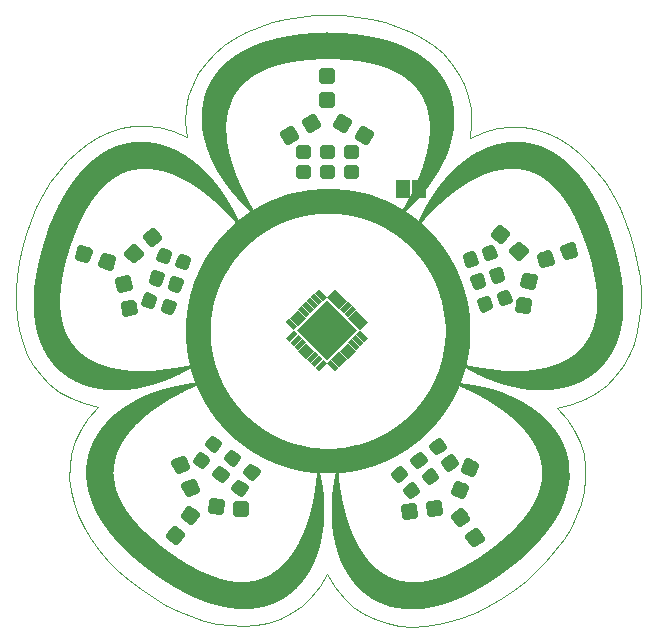
<source format=gts>
G75*
%MOIN*%
%OFA0B0*%
%FSLAX24Y24*%
%IPPOS*%
%LPD*%
%AMOC8*
5,1,8,0,0,1.08239X$1,22.5*
%
%ADD10C,0.0000*%
%ADD11C,0.0001*%
%ADD12C,0.0847*%
%ADD13C,0.0266*%
%ADD14C,0.0227*%
%ADD15R,0.0180X0.0380*%
%ADD16R,0.1420X0.1420*%
%ADD17R,0.0510X0.0620*%
D10*
X003693Y003291D02*
X003390Y003649D01*
X003120Y004022D01*
X002887Y004409D01*
X002694Y004806D01*
X002545Y005211D01*
X002443Y005621D01*
X002392Y006035D01*
X002396Y006448D01*
X002458Y006859D01*
X002582Y007266D01*
X002770Y007665D01*
X003028Y008054D01*
X003358Y008430D01*
X002876Y008540D01*
X002444Y008703D01*
X002061Y008914D01*
X001725Y009170D01*
X001436Y009466D01*
X001193Y009799D01*
X000992Y010163D01*
X000834Y010555D01*
X000718Y010971D01*
X000640Y011406D01*
X000602Y011856D01*
X000600Y012317D01*
X000634Y012786D01*
X000702Y013256D01*
X000804Y013726D01*
X000937Y014189D01*
X001100Y014643D01*
X001293Y015082D01*
X001514Y015504D01*
X001760Y015902D01*
X002032Y016275D01*
X002328Y016616D01*
X002646Y016922D01*
X002985Y017189D01*
X003344Y017413D01*
X003721Y017589D01*
X004116Y017713D01*
X004526Y017781D01*
X004951Y017789D01*
X005388Y017733D01*
X005838Y017608D01*
X006298Y017411D01*
X006253Y017903D01*
X006275Y018365D01*
X006357Y018794D01*
X006497Y019192D01*
X006689Y019558D01*
X006930Y019893D01*
X007215Y020196D01*
X007539Y020467D01*
X007898Y020707D01*
X008288Y020915D01*
X008704Y021091D01*
X009143Y021235D01*
X009598Y021347D01*
X010067Y021428D01*
X010545Y021476D01*
X011027Y021493D01*
X011509Y021477D01*
X011986Y021430D01*
X012455Y021351D01*
X012911Y021239D01*
X013349Y021096D01*
X013765Y020920D01*
X014154Y020712D01*
X014513Y020472D01*
X014837Y020200D01*
X015121Y019895D01*
X015361Y019559D01*
X015552Y019190D01*
X015691Y018788D01*
X015773Y018354D01*
X015793Y017888D01*
X015748Y017390D01*
X016202Y017584D01*
X016647Y017707D01*
X017081Y017761D01*
X017503Y017751D01*
X017911Y017681D01*
X018304Y017556D01*
X018680Y017379D01*
X019038Y017154D01*
X019377Y016887D01*
X019695Y016580D01*
X019991Y016238D01*
X020264Y015866D01*
X020511Y015467D01*
X020733Y015046D01*
X020926Y014607D01*
X021091Y014154D01*
X021225Y013691D01*
X021328Y013222D01*
X021397Y012751D01*
X021432Y012284D01*
X021431Y011823D01*
X021392Y011373D01*
X021315Y010938D01*
X021198Y010523D01*
X021039Y010131D01*
X020837Y009767D01*
X020591Y009434D01*
X020299Y009138D01*
X019960Y008882D01*
X019573Y008670D01*
X019136Y008507D01*
X018647Y008396D01*
X018973Y008024D01*
X019227Y007638D01*
X019413Y007242D01*
X019534Y006838D01*
X019593Y006429D01*
X019595Y006017D01*
X019543Y005604D01*
X019440Y005194D01*
X019291Y004789D01*
X019097Y004392D01*
X018864Y004005D01*
X018594Y003631D01*
X018291Y003272D01*
X017959Y002931D01*
X017601Y002611D01*
X017221Y002314D01*
X016822Y002043D01*
X016408Y001801D01*
X015982Y001590D01*
X015548Y001412D01*
X015109Y001271D01*
X014670Y001169D01*
X014232Y001108D01*
X013801Y001091D01*
X013379Y001121D01*
X012970Y001200D01*
X012578Y001332D01*
X012206Y001518D01*
X011858Y001761D01*
X011537Y002064D01*
X011246Y002429D01*
X010990Y002859D01*
X010737Y002434D01*
X010449Y002074D01*
X010129Y001775D01*
X009782Y001535D01*
X009411Y001352D01*
X009020Y001222D01*
X008612Y001145D01*
X008190Y001116D01*
X007759Y001133D01*
X007321Y001194D01*
X006881Y001296D01*
X006441Y001437D01*
X006007Y001614D01*
X005580Y001825D01*
X005165Y002066D01*
X004765Y002336D01*
X004384Y002632D01*
X004026Y002951D01*
X003693Y003291D01*
X004193Y003741D02*
X003934Y004016D01*
X003708Y004289D01*
X003513Y004560D01*
X003348Y004830D01*
X003213Y005097D01*
X003107Y005360D01*
X003029Y005620D01*
X002978Y005876D01*
X002953Y006126D01*
X002954Y006371D01*
X002980Y006610D01*
X003030Y006842D01*
X003103Y007067D01*
X003199Y007285D01*
X003316Y007494D01*
X003455Y007694D01*
X003613Y007885D01*
X003791Y008066D01*
X003987Y008236D01*
X004201Y008395D01*
X004432Y008542D01*
X004679Y008678D01*
X004942Y008800D01*
X005219Y008909D01*
X005510Y009005D01*
X005814Y009085D01*
X006130Y009151D01*
X006457Y009201D01*
X006795Y009235D01*
X006564Y009138D01*
X006337Y009035D01*
X006112Y008925D01*
X005893Y008810D01*
X005679Y008688D01*
X005472Y008561D01*
X005273Y008428D01*
X005082Y008290D01*
X004901Y008146D01*
X004730Y007996D01*
X004571Y007842D01*
X004425Y007682D01*
X004292Y007518D01*
X004174Y007348D01*
X004071Y007174D01*
X003985Y006995D01*
X003916Y006812D01*
X003866Y006624D01*
X003836Y006432D01*
X003826Y006236D01*
X003837Y006035D01*
X003871Y005831D01*
X003928Y005623D01*
X004009Y005411D01*
X004116Y005196D01*
X004250Y004977D01*
X004410Y004754D01*
X004600Y004529D01*
X004818Y004300D01*
X005067Y004068D01*
X005347Y003833D01*
X005659Y003596D01*
X005982Y003372D01*
X006291Y003178D01*
X006589Y003013D01*
X006874Y002876D01*
X007147Y002766D01*
X007408Y002682D01*
X007658Y002623D01*
X007895Y002588D01*
X008122Y002575D01*
X008338Y002585D01*
X008543Y002616D01*
X008737Y002668D01*
X008920Y002738D01*
X009093Y002826D01*
X009257Y002932D01*
X009410Y003054D01*
X009553Y003191D01*
X009687Y003343D01*
X009812Y003507D01*
X009927Y003684D01*
X010034Y003873D01*
X010132Y004072D01*
X010221Y004280D01*
X010302Y004497D01*
X010375Y004721D01*
X010439Y004952D01*
X010496Y005188D01*
X010546Y005429D01*
X010588Y005674D01*
X010623Y005921D01*
X010651Y006169D01*
X010672Y006419D01*
X010744Y006087D01*
X010797Y005760D01*
X010833Y005439D01*
X010850Y005125D01*
X010849Y004819D01*
X010831Y004522D01*
X010795Y004234D01*
X010743Y003957D01*
X010674Y003692D01*
X010589Y003439D01*
X010488Y003200D01*
X010371Y002975D01*
X010238Y002766D01*
X010090Y002572D01*
X009928Y002396D01*
X009751Y002238D01*
X009559Y002099D01*
X009354Y001979D01*
X009135Y001881D01*
X008902Y001804D01*
X008656Y001750D01*
X008398Y001720D01*
X008126Y001714D01*
X007843Y001733D01*
X007547Y001779D01*
X007240Y001853D01*
X006921Y001954D01*
X006592Y002085D01*
X006251Y002246D01*
X005900Y002438D01*
X005538Y002661D01*
X005167Y002918D01*
X004808Y003192D01*
X004484Y003467D01*
X004193Y003741D01*
X007823Y007458D02*
X007995Y007310D01*
X008173Y007169D01*
X008358Y007038D01*
X008550Y006915D01*
X008748Y006801D01*
X008952Y006697D01*
X009161Y006602D01*
X009376Y006518D01*
X009595Y006443D01*
X009819Y006380D01*
X010048Y006327D01*
X010280Y006285D01*
X010517Y006255D01*
X010757Y006237D01*
X011000Y006231D01*
X011243Y006237D01*
X011483Y006255D01*
X011719Y006285D01*
X011952Y006327D01*
X012181Y006380D01*
X012405Y006443D01*
X012624Y006518D01*
X012839Y006602D01*
X013048Y006697D01*
X013252Y006801D01*
X013450Y006915D01*
X013641Y007038D01*
X013827Y007169D01*
X014005Y007310D01*
X014177Y007458D01*
X014341Y007615D01*
X014497Y007779D01*
X014646Y007950D01*
X014786Y008129D01*
X014917Y008314D01*
X015040Y008505D01*
X015154Y008703D01*
X015258Y008907D01*
X015353Y009116D01*
X015438Y009331D01*
X015512Y009550D01*
X015576Y009774D01*
X015628Y010003D01*
X015670Y010236D01*
X015700Y010472D01*
X015718Y010712D01*
X015724Y010955D01*
X015718Y011198D01*
X015700Y011438D01*
X015671Y011675D01*
X015630Y011907D01*
X015578Y012136D01*
X015515Y012360D01*
X015441Y012580D01*
X015358Y012794D01*
X015264Y013003D01*
X015161Y013207D01*
X015048Y013405D01*
X014927Y013597D01*
X014796Y013782D01*
X014657Y013960D01*
X014510Y014132D01*
X014355Y014296D01*
X014192Y014452D01*
X014022Y014601D01*
X013845Y014741D01*
X013661Y014873D01*
X013471Y014996D01*
X013274Y015109D01*
X013071Y015214D01*
X012863Y015308D01*
X012650Y015393D01*
X012431Y015467D01*
X012207Y015531D01*
X011980Y015584D01*
X011747Y015625D01*
X011511Y015655D01*
X011272Y015673D01*
X010989Y015680D01*
X010988Y014892D01*
X011230Y014887D01*
X011430Y014872D01*
X011626Y014847D01*
X011820Y014812D01*
X012009Y014768D01*
X012196Y014715D01*
X012378Y014653D01*
X012556Y014583D01*
X012729Y014504D01*
X012898Y014417D01*
X013061Y014322D01*
X013220Y014220D01*
X013373Y014110D01*
X013520Y013993D01*
X013662Y013869D01*
X013798Y013739D01*
X013927Y013602D01*
X014049Y013459D01*
X014165Y013311D01*
X014273Y013156D01*
X014374Y012997D01*
X014468Y012832D01*
X014554Y012662D01*
X014632Y012488D01*
X014701Y012309D01*
X014762Y012126D01*
X014815Y011939D01*
X014858Y011749D01*
X014892Y011555D01*
X014917Y011358D01*
X014932Y011158D01*
X014937Y010955D01*
X014932Y010753D01*
X014917Y010553D01*
X014892Y010356D01*
X014857Y010162D01*
X014813Y009971D01*
X014760Y009784D01*
X014698Y009602D01*
X014628Y009423D01*
X014549Y009248D01*
X014462Y009079D01*
X014367Y008914D01*
X014265Y008754D01*
X014155Y008600D01*
X014038Y008451D01*
X013914Y008308D01*
X013784Y008171D01*
X013647Y008041D01*
X013504Y007917D01*
X013356Y007800D01*
X013201Y007691D01*
X013041Y007588D01*
X012877Y007493D01*
X012707Y007406D01*
X012532Y007328D01*
X012354Y007257D01*
X012171Y007195D01*
X011984Y007142D01*
X011793Y007098D01*
X011600Y007064D01*
X011403Y007039D01*
X011203Y007023D01*
X011000Y007018D01*
X010797Y007023D01*
X010597Y007039D01*
X010400Y007064D01*
X010206Y007098D01*
X010016Y007142D01*
X009829Y007195D01*
X009646Y007257D01*
X009467Y007328D01*
X009293Y007406D01*
X009123Y007493D01*
X008959Y007588D01*
X008799Y007691D01*
X008644Y007800D01*
X008496Y007917D01*
X008353Y008041D01*
X008216Y008171D01*
X008086Y008308D01*
X007962Y008451D01*
X007845Y008600D01*
X007735Y008754D01*
X007633Y008914D01*
X007538Y009079D01*
X007451Y009248D01*
X007372Y009423D01*
X007302Y009602D01*
X007240Y009784D01*
X007143Y010162D01*
X007108Y010356D01*
X007083Y010553D01*
X007068Y010753D01*
X007063Y010955D01*
X007068Y011158D01*
X007083Y011358D01*
X007108Y011555D01*
X007143Y011749D01*
X007187Y011939D01*
X007240Y012126D01*
X007302Y012309D01*
X007372Y012488D01*
X007451Y012662D01*
X007538Y012832D01*
X007633Y012997D01*
X007735Y013156D01*
X007845Y013311D01*
X007962Y013460D01*
X008216Y013739D01*
X008353Y013869D01*
X008496Y013993D01*
X008644Y014110D01*
X008799Y014220D01*
X008958Y014322D01*
X009123Y014417D01*
X009293Y014504D01*
X009467Y014583D01*
X009646Y014653D01*
X009829Y014715D01*
X010016Y014768D01*
X010206Y014812D01*
X010400Y014847D01*
X010597Y014872D01*
X010797Y014887D01*
X011000Y014892D01*
X011000Y015680D01*
X010757Y015673D01*
X010517Y015655D01*
X010280Y015625D01*
X010048Y015584D01*
X009819Y015531D01*
X009595Y015467D01*
X009376Y015393D01*
X009161Y015308D01*
X008952Y015214D01*
X008748Y015109D01*
X008550Y014996D01*
X008358Y014873D01*
X007995Y014601D01*
X007823Y014452D01*
X007659Y014296D01*
X007503Y014132D01*
X007354Y013960D01*
X007214Y013782D01*
X007082Y013597D01*
X006960Y013405D01*
X006846Y013207D01*
X006741Y013004D01*
X006647Y012794D01*
X006562Y012580D01*
X006488Y012360D01*
X006424Y012136D01*
X006372Y011907D01*
X006330Y011675D01*
X006300Y011438D01*
X006282Y011198D01*
X006276Y010955D01*
X006282Y010712D01*
X006300Y010472D01*
X006330Y010236D01*
X006372Y010003D01*
X006424Y009774D01*
X006488Y009550D01*
X006562Y009331D01*
X006647Y009116D01*
X006741Y008907D01*
X006846Y008703D01*
X006959Y008505D01*
X007082Y008314D01*
X007214Y008129D01*
X007354Y007950D01*
X007503Y007779D01*
X007659Y007615D01*
X007823Y007458D01*
X006021Y009529D02*
X005727Y009396D01*
X005433Y009283D01*
X005142Y009189D01*
X004854Y009115D01*
X004569Y009059D01*
X004290Y009024D01*
X004016Y009007D01*
X003750Y009010D01*
X003491Y009033D01*
X003241Y009074D01*
X003001Y009136D01*
X002771Y009216D01*
X002553Y009316D01*
X002348Y009436D01*
X002156Y009575D01*
X001979Y009734D01*
X001818Y009912D01*
X001673Y010109D01*
X001546Y010326D01*
X001437Y010563D01*
X001348Y010819D01*
X001279Y011095D01*
X001231Y011390D01*
X001206Y011705D01*
X001204Y012039D01*
X001226Y012393D01*
X001274Y012767D01*
X001348Y013160D01*
X001449Y013573D01*
X001578Y014006D01*
X001728Y014432D01*
X001889Y014825D01*
X002060Y015187D01*
X002241Y015517D01*
X002431Y015817D01*
X002629Y016086D01*
X002835Y016326D01*
X003047Y016537D01*
X003265Y016720D01*
X003488Y016874D01*
X003715Y017002D01*
X003945Y017102D01*
X004179Y017177D01*
X004414Y017226D01*
X004650Y017251D01*
X004887Y017251D01*
X005123Y017227D01*
X005358Y017180D01*
X005591Y017110D01*
X005822Y017018D01*
X006049Y016905D01*
X006271Y016771D01*
X006489Y016617D01*
X006701Y016443D01*
X006906Y016249D01*
X007103Y016038D01*
X007293Y015808D01*
X007473Y015561D01*
X007644Y015297D01*
X007804Y015016D01*
X007953Y014720D01*
X008090Y014409D01*
X007926Y014599D01*
X007757Y014784D01*
X007584Y014963D01*
X007406Y015136D01*
X007224Y015302D01*
X007039Y015459D01*
X006851Y015608D01*
X006661Y015747D01*
X006468Y015874D01*
X006273Y015990D01*
X006077Y016094D01*
X005880Y016184D01*
X005683Y016259D01*
X005485Y016319D01*
X005288Y016363D01*
X005091Y016390D01*
X004895Y016398D01*
X004701Y016388D01*
X004509Y016358D01*
X004319Y016307D01*
X004132Y016234D01*
X003948Y016139D01*
X003768Y016020D01*
X003592Y015877D01*
X003420Y015709D01*
X003253Y015514D01*
X003091Y015293D01*
X002935Y015043D01*
X002785Y014765D01*
X002641Y014456D01*
X002504Y014117D01*
X002375Y013747D01*
X002262Y013371D01*
X002173Y013017D01*
X002108Y012683D01*
X002066Y012369D01*
X002046Y012076D01*
X002046Y011801D01*
X002067Y011546D01*
X002107Y011309D01*
X002166Y011089D01*
X002242Y010887D01*
X002335Y010702D01*
X002443Y010533D01*
X002567Y010381D01*
X002705Y010243D01*
X002856Y010121D01*
X003019Y010013D01*
X003194Y009919D01*
X003379Y009838D01*
X003574Y009770D01*
X003778Y009715D01*
X003991Y009672D01*
X004210Y009641D01*
X004436Y009620D01*
X004667Y009610D01*
X004903Y009610D01*
X005142Y009620D01*
X005384Y009639D01*
X005629Y009666D01*
X005874Y009702D01*
X006120Y009745D01*
X006365Y009795D01*
X006609Y009852D01*
X006315Y009681D01*
X006021Y009529D01*
X011238Y006080D02*
X011184Y005753D01*
X011149Y005432D01*
X011132Y005118D01*
X011133Y004812D01*
X011151Y004515D01*
X011186Y004227D01*
X011239Y003950D01*
X011308Y003685D01*
X011393Y003432D01*
X011494Y003193D01*
X011611Y002968D01*
X011744Y002759D01*
X011891Y002565D01*
X012054Y002389D01*
X012231Y002231D01*
X012422Y002091D01*
X012628Y001972D01*
X012847Y001874D01*
X013080Y001797D01*
X013326Y001743D01*
X013584Y001712D01*
X013856Y001707D01*
X014139Y001726D01*
X014435Y001772D01*
X014742Y001846D01*
X015060Y001947D01*
X015390Y002078D01*
X015731Y002239D01*
X016082Y002431D01*
X016443Y002654D01*
X016815Y002911D01*
X017174Y003185D01*
X017498Y003460D01*
X017789Y003734D01*
X018047Y004008D01*
X018274Y004282D01*
X018469Y004553D01*
X018633Y004823D01*
X018768Y005090D01*
X018875Y005353D01*
X018953Y005613D01*
X019004Y005869D01*
X019029Y006119D01*
X019028Y006364D01*
X019002Y006603D01*
X018952Y006835D01*
X018878Y007060D01*
X018783Y007278D01*
X018665Y007487D01*
X018527Y007687D01*
X018369Y007878D01*
X018191Y008059D01*
X017995Y008229D01*
X017781Y008388D01*
X017550Y008535D01*
X017302Y008671D01*
X017040Y008793D01*
X016763Y008902D01*
X016472Y008998D01*
X016168Y009078D01*
X015852Y009144D01*
X015525Y009194D01*
X015187Y009228D01*
X015417Y009131D01*
X015645Y009028D01*
X015869Y008918D01*
X016089Y008803D01*
X016303Y008681D01*
X016510Y008554D01*
X016709Y008421D01*
X016900Y008282D01*
X017081Y008139D01*
X017252Y007989D01*
X017411Y007835D01*
X017557Y007675D01*
X017690Y007511D01*
X017808Y007341D01*
X017911Y007167D01*
X017997Y006988D01*
X018065Y006805D01*
X018115Y006617D01*
X018146Y006425D01*
X018156Y006229D01*
X018145Y006028D01*
X018111Y005824D01*
X018054Y005616D01*
X017972Y005404D01*
X017865Y005188D01*
X017732Y004969D01*
X017571Y004747D01*
X017382Y004521D01*
X017164Y004293D01*
X016915Y004061D01*
X016635Y003826D01*
X016323Y003589D01*
X016000Y003365D01*
X015690Y003171D01*
X015393Y003006D01*
X015108Y002869D01*
X014835Y002759D01*
X014574Y002675D01*
X014324Y002616D01*
X014086Y002580D01*
X013860Y002568D01*
X013644Y002578D01*
X013439Y002609D01*
X013245Y002660D01*
X013062Y002731D01*
X012888Y002819D01*
X012725Y002925D01*
X012572Y003047D01*
X012429Y003184D01*
X012295Y003336D01*
X012170Y003500D01*
X012055Y003677D01*
X011948Y003866D01*
X011850Y004065D01*
X011761Y004273D01*
X011680Y004490D01*
X011607Y004714D01*
X011542Y004945D01*
X011485Y005181D01*
X011436Y005422D01*
X011394Y005666D01*
X011359Y005914D01*
X011331Y006162D01*
X011310Y006412D01*
X011238Y006080D01*
X015424Y009852D02*
X015667Y009795D01*
X015912Y009745D01*
X016158Y009702D01*
X016404Y009666D01*
X016648Y009639D01*
X016890Y009620D01*
X017130Y009610D01*
X017366Y009610D01*
X017597Y009620D01*
X017822Y009641D01*
X018042Y009672D01*
X018254Y009715D01*
X018458Y009770D01*
X018653Y009838D01*
X018839Y009918D01*
X019014Y010013D01*
X019177Y010121D01*
X019328Y010243D01*
X019465Y010380D01*
X019589Y010533D01*
X019698Y010702D01*
X019790Y010887D01*
X019866Y011089D01*
X019925Y011309D01*
X019965Y011546D01*
X019986Y011801D01*
X019987Y012076D01*
X019966Y012369D01*
X019924Y012683D01*
X019859Y013017D01*
X019770Y013371D01*
X019657Y013747D01*
X019528Y014117D01*
X019391Y014456D01*
X019248Y014764D01*
X019098Y015043D01*
X018941Y015292D01*
X018780Y015514D01*
X018613Y015709D01*
X018441Y015877D01*
X018264Y016020D01*
X018084Y016139D01*
X017900Y016234D01*
X017713Y016307D01*
X017523Y016358D01*
X017331Y016388D01*
X017137Y016398D01*
X016942Y016390D01*
X016745Y016363D01*
X016547Y016319D01*
X016350Y016259D01*
X016152Y016184D01*
X015955Y016094D01*
X015759Y015990D01*
X015564Y015874D01*
X015372Y015747D01*
X015181Y015608D01*
X014993Y015459D01*
X014808Y015302D01*
X014626Y015136D01*
X014449Y014963D01*
X014275Y014783D01*
X014106Y014599D01*
X013943Y014409D01*
X014080Y014720D01*
X014228Y015016D01*
X014389Y015296D01*
X014559Y015561D01*
X014740Y015808D01*
X014929Y016037D01*
X015127Y016249D01*
X015332Y016443D01*
X015543Y016617D01*
X015761Y016771D01*
X015984Y016905D01*
X016210Y017018D01*
X016441Y017110D01*
X016674Y017179D01*
X016909Y017227D01*
X017145Y017250D01*
X017382Y017251D01*
X017618Y017226D01*
X017854Y017177D01*
X018087Y017102D01*
X018318Y017002D01*
X018545Y016874D01*
X018768Y016720D01*
X018985Y016537D01*
X019197Y016326D01*
X019403Y016086D01*
X019601Y015817D01*
X019791Y015517D01*
X019972Y015187D01*
X020143Y014825D01*
X020304Y014432D01*
X020454Y014006D01*
X020583Y013573D01*
X020684Y013160D01*
X020758Y012767D01*
X020806Y012393D01*
X020828Y012039D01*
X020826Y011705D01*
X020801Y011390D01*
X020754Y011095D01*
X020685Y010819D01*
X020595Y010563D01*
X020487Y010326D01*
X020359Y010109D01*
X020214Y009912D01*
X020053Y009734D01*
X019876Y009575D01*
X019684Y009436D01*
X019479Y009316D01*
X019261Y009216D01*
X019032Y009136D01*
X018792Y009074D01*
X018541Y009033D01*
X018283Y009010D01*
X018016Y009007D01*
X017742Y009024D01*
X017463Y009059D01*
X017179Y009115D01*
X016890Y009189D01*
X016599Y009283D01*
X016306Y009396D01*
X016011Y009529D01*
X015717Y009681D01*
X015424Y009852D01*
X013392Y014810D02*
X013522Y015024D01*
X013646Y015242D01*
X013763Y015462D01*
X013872Y015685D01*
X013974Y015909D01*
X014067Y016133D01*
X014150Y016358D01*
X014223Y016582D01*
X014285Y016805D01*
X014335Y017026D01*
X014373Y017245D01*
X014397Y017460D01*
X014408Y017671D01*
X014404Y017877D01*
X014385Y018079D01*
X014349Y018274D01*
X014297Y018463D01*
X014227Y018644D01*
X014139Y018817D01*
X014032Y018982D01*
X013905Y019138D01*
X013757Y019283D01*
X013589Y019418D01*
X013398Y019541D01*
X013185Y019653D01*
X012949Y019751D01*
X012688Y019837D01*
X012402Y019908D01*
X012091Y019965D01*
X011753Y020006D01*
X011389Y020032D01*
X010997Y020040D01*
X010604Y020032D01*
X010240Y020006D01*
X009902Y019965D01*
X009591Y019908D01*
X009305Y019837D01*
X009045Y019751D01*
X008808Y019653D01*
X008595Y019541D01*
X008404Y019418D01*
X008236Y019283D01*
X008088Y019138D01*
X007961Y018982D01*
X007854Y018817D01*
X007766Y018644D01*
X007696Y018463D01*
X007644Y018274D01*
X007608Y018079D01*
X007589Y017877D01*
X007585Y017671D01*
X007596Y017460D01*
X007620Y017245D01*
X007658Y017026D01*
X007708Y016805D01*
X007770Y016582D01*
X007843Y016358D01*
X007927Y016133D01*
X008019Y015909D01*
X008121Y015685D01*
X008231Y015462D01*
X008348Y015242D01*
X008471Y015024D01*
X008601Y014810D01*
X008347Y015036D01*
X008112Y015269D01*
X007895Y015508D01*
X007696Y015752D01*
X007517Y016000D01*
X007357Y016251D01*
X007217Y016505D01*
X007096Y016759D01*
X006996Y017014D01*
X006916Y017269D01*
X006858Y017522D01*
X006820Y017773D01*
X006804Y018020D01*
X006810Y018264D01*
X006838Y018502D01*
X006888Y018734D01*
X006961Y018959D01*
X007057Y019176D01*
X007177Y019385D01*
X007320Y019584D01*
X007487Y019772D01*
X007678Y019948D01*
X007894Y020113D01*
X008135Y020263D01*
X008401Y020400D01*
X008693Y020521D01*
X009011Y020626D01*
X009354Y020714D01*
X009724Y020784D01*
X010121Y020836D01*
X010545Y020867D01*
X010997Y020878D01*
X011448Y020867D01*
X011872Y020836D01*
X012269Y020784D01*
X012639Y020714D01*
X012982Y020626D01*
X013300Y020521D01*
X013592Y020400D01*
X013858Y020263D01*
X014099Y020113D01*
X014315Y019948D01*
X014506Y019772D01*
X014673Y019584D01*
X014816Y019385D01*
X014936Y019176D01*
X015032Y018959D01*
X015105Y018734D01*
X015155Y018502D01*
X015183Y018264D01*
X015189Y018020D01*
X015173Y017773D01*
X015135Y017522D01*
X015077Y017269D01*
X014997Y017014D01*
X014897Y016759D01*
X014776Y016505D01*
X014636Y016251D01*
X014476Y016000D01*
X014297Y015752D01*
X014098Y015508D01*
X013881Y015269D01*
X013646Y015036D01*
X013392Y014810D01*
X010583Y020475D02*
X010585Y020514D01*
X010591Y020553D01*
X010601Y020591D01*
X010614Y020628D01*
X010631Y020663D01*
X010651Y020697D01*
X010675Y020728D01*
X010702Y020757D01*
X010731Y020783D01*
X010763Y020806D01*
X010797Y020826D01*
X010833Y020842D01*
X010870Y020854D01*
X010909Y020863D01*
X010948Y020868D01*
X010987Y020869D01*
X011026Y020866D01*
X011065Y020859D01*
X011102Y020848D01*
X011139Y020834D01*
X011174Y020816D01*
X011207Y020795D01*
X011238Y020770D01*
X011266Y020743D01*
X011291Y020713D01*
X011313Y020680D01*
X011332Y020646D01*
X011347Y020610D01*
X011359Y020572D01*
X011367Y020534D01*
X011371Y020495D01*
X011371Y020455D01*
X011367Y020416D01*
X011359Y020378D01*
X011347Y020340D01*
X011332Y020304D01*
X011313Y020270D01*
X011291Y020237D01*
X011266Y020207D01*
X011238Y020180D01*
X011207Y020155D01*
X011174Y020134D01*
X011139Y020116D01*
X011102Y020102D01*
X011065Y020091D01*
X011026Y020084D01*
X010987Y020081D01*
X010948Y020082D01*
X010909Y020087D01*
X010870Y020096D01*
X010833Y020108D01*
X010797Y020124D01*
X010763Y020144D01*
X010731Y020167D01*
X010702Y020193D01*
X010675Y020222D01*
X010651Y020253D01*
X010631Y020287D01*
X010614Y020322D01*
X010601Y020359D01*
X010591Y020397D01*
X010585Y020436D01*
X010583Y020475D01*
D11*
X010383Y020855D02*
X011610Y020855D01*
X011597Y020856D02*
X010396Y020856D01*
X010410Y020857D02*
X011583Y020857D01*
X011570Y020858D02*
X010423Y020858D01*
X010437Y020859D02*
X011556Y020859D01*
X011543Y020860D02*
X010450Y020860D01*
X010464Y020861D02*
X011529Y020861D01*
X011516Y020862D02*
X010477Y020862D01*
X010491Y020863D02*
X011502Y020863D01*
X011489Y020864D02*
X010504Y020864D01*
X010518Y020865D02*
X011475Y020865D01*
X011462Y020866D02*
X010531Y020866D01*
X010545Y020867D02*
X011448Y020867D01*
X011407Y020868D02*
X010586Y020868D01*
X010629Y020869D02*
X011364Y020869D01*
X011322Y020870D02*
X010671Y020870D01*
X010713Y020871D02*
X011280Y020871D01*
X011238Y020872D02*
X010755Y020872D01*
X010797Y020873D02*
X011196Y020873D01*
X011154Y020874D02*
X010839Y020874D01*
X010881Y020875D02*
X011112Y020875D01*
X011070Y020876D02*
X010923Y020876D01*
X010965Y020877D02*
X011028Y020877D01*
X011624Y020854D02*
X010369Y020854D01*
X010356Y020853D02*
X011637Y020853D01*
X011651Y020852D02*
X010342Y020852D01*
X010329Y020851D02*
X011664Y020851D01*
X011678Y020850D02*
X010315Y020850D01*
X010302Y020849D02*
X011691Y020849D01*
X011705Y020848D02*
X010288Y020848D01*
X010275Y020847D02*
X011718Y020847D01*
X011732Y020846D02*
X010261Y020846D01*
X010248Y020845D02*
X011745Y020845D01*
X011759Y020844D02*
X010234Y020844D01*
X010221Y020843D02*
X011772Y020843D01*
X011786Y020842D02*
X010207Y020842D01*
X010194Y020841D02*
X011799Y020841D01*
X011813Y020840D02*
X010180Y020840D01*
X010167Y020839D02*
X011826Y020839D01*
X011840Y020838D02*
X010153Y020838D01*
X010140Y020837D02*
X011853Y020837D01*
X011867Y020836D02*
X010126Y020836D01*
X010116Y020835D02*
X011877Y020835D01*
X011884Y020834D02*
X010109Y020834D01*
X010101Y020833D02*
X011892Y020833D01*
X011900Y020832D02*
X010093Y020832D01*
X010086Y020831D02*
X011908Y020831D01*
X011915Y020830D02*
X010078Y020830D01*
X010070Y020829D02*
X011923Y020829D01*
X011931Y020828D02*
X010062Y020828D01*
X010055Y020827D02*
X011938Y020827D01*
X011946Y020826D02*
X010047Y020826D01*
X010039Y020825D02*
X011954Y020825D01*
X011962Y020824D02*
X010031Y020824D01*
X010024Y020823D02*
X011969Y020823D01*
X011977Y020822D02*
X010016Y020822D01*
X010008Y020821D02*
X011985Y020821D01*
X011993Y020820D02*
X010000Y020820D01*
X009993Y020819D02*
X012000Y020819D01*
X012008Y020818D02*
X009985Y020818D01*
X009977Y020817D02*
X012016Y020817D01*
X012024Y020816D02*
X009969Y020816D01*
X009962Y020815D02*
X012031Y020815D01*
X012039Y020814D02*
X009954Y020814D01*
X009946Y020813D02*
X012047Y020813D01*
X012055Y020812D02*
X009938Y020812D01*
X009931Y020811D02*
X012062Y020811D01*
X012070Y020810D02*
X009923Y020810D01*
X009915Y020809D02*
X012078Y020809D01*
X012086Y020808D02*
X009907Y020808D01*
X009900Y020807D02*
X012093Y020807D01*
X012101Y020806D02*
X009892Y020806D01*
X009884Y020805D02*
X012109Y020805D01*
X012117Y020804D02*
X009877Y020804D01*
X009869Y020803D02*
X012124Y020803D01*
X012132Y020802D02*
X009861Y020802D01*
X009853Y020801D02*
X012140Y020801D01*
X012147Y020800D02*
X009846Y020800D01*
X009838Y020799D02*
X012155Y020799D01*
X012163Y020798D02*
X009830Y020798D01*
X009822Y020797D02*
X012171Y020797D01*
X012178Y020796D02*
X009815Y020796D01*
X009807Y020795D02*
X012186Y020795D01*
X012194Y020794D02*
X009799Y020794D01*
X009791Y020793D02*
X012202Y020793D01*
X012209Y020792D02*
X009784Y020792D01*
X009776Y020791D02*
X012217Y020791D01*
X012225Y020790D02*
X009768Y020790D01*
X009760Y020789D02*
X012233Y020789D01*
X012240Y020788D02*
X009753Y020788D01*
X009745Y020787D02*
X012248Y020787D01*
X012256Y020786D02*
X009737Y020786D01*
X009729Y020785D02*
X012264Y020785D01*
X012270Y020784D02*
X009723Y020784D01*
X009717Y020783D02*
X012276Y020783D01*
X012281Y020782D02*
X009712Y020782D01*
X009707Y020781D02*
X012286Y020781D01*
X012292Y020780D02*
X009701Y020780D01*
X009696Y020779D02*
X012297Y020779D01*
X012302Y020778D02*
X009691Y020778D01*
X009686Y020777D02*
X012307Y020777D01*
X012313Y020776D02*
X009680Y020776D01*
X009675Y020775D02*
X012318Y020775D01*
X012323Y020774D02*
X009670Y020774D01*
X009665Y020773D02*
X012329Y020773D01*
X012334Y020772D02*
X009659Y020772D01*
X009654Y020771D02*
X012339Y020771D01*
X012344Y020770D02*
X009649Y020770D01*
X009643Y020769D02*
X012350Y020769D01*
X012355Y020768D02*
X009638Y020768D01*
X009633Y020767D02*
X012360Y020767D01*
X012365Y020766D02*
X009628Y020766D01*
X009622Y020765D02*
X012371Y020765D01*
X012376Y020764D02*
X009617Y020764D01*
X009612Y020763D02*
X012381Y020763D01*
X012387Y020762D02*
X009606Y020762D01*
X009601Y020761D02*
X012392Y020761D01*
X012397Y020760D02*
X009596Y020760D01*
X009591Y020759D02*
X012402Y020759D01*
X012408Y020758D02*
X009585Y020758D01*
X009580Y020757D02*
X012413Y020757D01*
X012418Y020756D02*
X009575Y020756D01*
X009570Y020755D02*
X012423Y020755D01*
X012429Y020754D02*
X009564Y020754D01*
X009559Y020753D02*
X012434Y020753D01*
X012439Y020752D02*
X009554Y020752D01*
X009548Y020751D02*
X012445Y020751D01*
X012450Y020750D02*
X009543Y020750D01*
X009538Y020749D02*
X012455Y020749D01*
X012460Y020748D02*
X009533Y020748D01*
X009527Y020747D02*
X012466Y020747D01*
X012471Y020746D02*
X009522Y020746D01*
X009517Y020745D02*
X012476Y020745D01*
X012482Y020744D02*
X009512Y020744D01*
X009506Y020743D02*
X012487Y020743D01*
X012492Y020742D02*
X009501Y020742D01*
X009496Y020741D02*
X012497Y020741D01*
X012503Y020740D02*
X009490Y020740D01*
X009485Y020739D02*
X012508Y020739D01*
X012513Y020738D02*
X009480Y020738D01*
X009475Y020737D02*
X012518Y020737D01*
X012524Y020736D02*
X009469Y020736D01*
X009464Y020735D02*
X012529Y020735D01*
X012534Y020734D02*
X009459Y020734D01*
X009454Y020733D02*
X012540Y020733D01*
X012545Y020732D02*
X009448Y020732D01*
X009443Y020731D02*
X012550Y020731D01*
X012555Y020730D02*
X009438Y020730D01*
X009432Y020729D02*
X012561Y020729D01*
X012566Y020728D02*
X009427Y020728D01*
X009422Y020727D02*
X012571Y020727D01*
X012576Y020726D02*
X009417Y020726D01*
X009411Y020725D02*
X012582Y020725D01*
X012587Y020724D02*
X009406Y020724D01*
X009401Y020723D02*
X012592Y020723D01*
X012598Y020722D02*
X009395Y020722D01*
X009390Y020721D02*
X012603Y020721D01*
X012608Y020720D02*
X009385Y020720D01*
X009380Y020719D02*
X012613Y020719D01*
X012619Y020718D02*
X009374Y020718D01*
X009369Y020717D02*
X012624Y020717D01*
X012629Y020716D02*
X009364Y020716D01*
X009359Y020715D02*
X012635Y020715D01*
X012640Y020714D02*
X009354Y020714D01*
X009350Y020713D02*
X012643Y020713D01*
X012647Y020712D02*
X009346Y020712D01*
X009342Y020711D02*
X012651Y020711D01*
X012655Y020710D02*
X009338Y020710D01*
X009334Y020709D02*
X012659Y020709D01*
X012663Y020708D02*
X009330Y020708D01*
X009326Y020707D02*
X012667Y020707D01*
X012671Y020706D02*
X009322Y020706D01*
X009318Y020705D02*
X012675Y020705D01*
X012679Y020704D02*
X009315Y020704D01*
X009311Y020703D02*
X012682Y020703D01*
X012686Y020702D02*
X009307Y020702D01*
X009303Y020701D02*
X012690Y020701D01*
X012694Y020700D02*
X009299Y020700D01*
X009295Y020699D02*
X012698Y020699D01*
X012702Y020698D02*
X009291Y020698D01*
X009287Y020697D02*
X012706Y020697D01*
X012710Y020696D02*
X009283Y020696D01*
X009279Y020695D02*
X012714Y020695D01*
X012717Y020694D02*
X009276Y020694D01*
X009272Y020693D02*
X012721Y020693D01*
X012725Y020692D02*
X009268Y020692D01*
X009264Y020691D02*
X012729Y020691D01*
X012733Y020690D02*
X009260Y020690D01*
X009256Y020689D02*
X012737Y020689D01*
X012741Y020688D02*
X009252Y020688D01*
X009248Y020687D02*
X012745Y020687D01*
X012749Y020686D02*
X009244Y020686D01*
X009240Y020685D02*
X012753Y020685D01*
X012756Y020684D02*
X009237Y020684D01*
X009233Y020683D02*
X012760Y020683D01*
X012764Y020682D02*
X009229Y020682D01*
X009225Y020681D02*
X012768Y020681D01*
X012772Y020680D02*
X009221Y020680D01*
X009217Y020679D02*
X012776Y020679D01*
X012780Y020678D02*
X009213Y020678D01*
X009209Y020677D02*
X012784Y020677D01*
X012788Y020676D02*
X009205Y020676D01*
X009201Y020675D02*
X012792Y020675D01*
X012795Y020674D02*
X009198Y020674D01*
X009194Y020673D02*
X012799Y020673D01*
X012803Y020672D02*
X009190Y020672D01*
X009186Y020671D02*
X012807Y020671D01*
X012811Y020670D02*
X009182Y020670D01*
X009178Y020669D02*
X012815Y020669D01*
X012819Y020668D02*
X009174Y020668D01*
X009170Y020667D02*
X012823Y020667D01*
X012827Y020666D02*
X009166Y020666D01*
X009163Y020665D02*
X012831Y020665D01*
X012834Y020664D02*
X009159Y020664D01*
X009155Y020663D02*
X012838Y020663D01*
X012842Y020662D02*
X009151Y020662D01*
X009147Y020661D02*
X012846Y020661D01*
X012850Y020660D02*
X009143Y020660D01*
X009139Y020659D02*
X012854Y020659D01*
X012858Y020658D02*
X009135Y020658D01*
X009131Y020657D02*
X012862Y020657D01*
X012866Y020656D02*
X009127Y020656D01*
X009124Y020655D02*
X012869Y020655D01*
X012873Y020654D02*
X009120Y020654D01*
X009116Y020653D02*
X012877Y020653D01*
X012881Y020652D02*
X009112Y020652D01*
X009108Y020651D02*
X012885Y020651D01*
X012889Y020650D02*
X009104Y020650D01*
X009100Y020649D02*
X012893Y020649D01*
X012897Y020648D02*
X009096Y020648D01*
X009092Y020647D02*
X012901Y020647D01*
X012905Y020646D02*
X009088Y020646D01*
X009085Y020645D02*
X012908Y020645D01*
X012912Y020644D02*
X009081Y020644D01*
X009077Y020643D02*
X012916Y020643D01*
X012920Y020642D02*
X009073Y020642D01*
X009069Y020641D02*
X012924Y020641D01*
X012928Y020640D02*
X009065Y020640D01*
X009061Y020639D02*
X012932Y020639D01*
X012936Y020638D02*
X009057Y020638D01*
X009053Y020637D02*
X012940Y020637D01*
X012944Y020636D02*
X009049Y020636D01*
X009046Y020635D02*
X012947Y020635D01*
X012951Y020634D02*
X009042Y020634D01*
X009038Y020633D02*
X012955Y020633D01*
X012959Y020632D02*
X009034Y020632D01*
X009030Y020631D02*
X012963Y020631D01*
X012967Y020630D02*
X009026Y020630D01*
X009022Y020629D02*
X012971Y020629D01*
X012975Y020628D02*
X009018Y020628D01*
X009014Y020627D02*
X012979Y020627D01*
X012983Y020626D02*
X009010Y020626D01*
X009007Y020625D02*
X012986Y020625D01*
X012989Y020624D02*
X009004Y020624D01*
X009001Y020623D02*
X012992Y020623D01*
X012995Y020622D02*
X008998Y020622D01*
X008995Y020621D02*
X012998Y020621D01*
X013001Y020620D02*
X008992Y020620D01*
X008989Y020619D02*
X013004Y020619D01*
X013007Y020618D02*
X008986Y020618D01*
X008983Y020617D02*
X013010Y020617D01*
X013013Y020616D02*
X008980Y020616D01*
X008977Y020615D02*
X013016Y020615D01*
X013019Y020614D02*
X008974Y020614D01*
X008971Y020613D02*
X013022Y020613D01*
X013025Y020612D02*
X008968Y020612D01*
X008965Y020611D02*
X013028Y020611D01*
X013031Y020610D02*
X008962Y020610D01*
X008959Y020609D02*
X013034Y020609D01*
X013037Y020608D02*
X008956Y020608D01*
X008953Y020607D02*
X013040Y020607D01*
X013043Y020606D02*
X008950Y020606D01*
X008947Y020605D02*
X013046Y020605D01*
X013049Y020604D02*
X008944Y020604D01*
X008941Y020603D02*
X013052Y020603D01*
X013055Y020602D02*
X008938Y020602D01*
X008935Y020601D02*
X013058Y020601D01*
X013061Y020600D02*
X008932Y020600D01*
X008929Y020599D02*
X013064Y020599D01*
X013067Y020598D02*
X008926Y020598D01*
X008923Y020597D02*
X013070Y020597D01*
X013073Y020596D02*
X008920Y020596D01*
X008917Y020595D02*
X013076Y020595D01*
X013079Y020594D02*
X008914Y020594D01*
X008911Y020593D02*
X013082Y020593D01*
X013085Y020592D02*
X008908Y020592D01*
X008905Y020591D02*
X013088Y020591D01*
X013091Y020590D02*
X008902Y020590D01*
X008899Y020589D02*
X013094Y020589D01*
X013097Y020588D02*
X008896Y020588D01*
X008893Y020587D02*
X013100Y020587D01*
X013103Y020586D02*
X008890Y020586D01*
X008887Y020585D02*
X013106Y020585D01*
X013109Y020584D02*
X008884Y020584D01*
X008881Y020583D02*
X013112Y020583D01*
X013115Y020582D02*
X008878Y020582D01*
X008875Y020581D02*
X013118Y020581D01*
X013121Y020580D02*
X008872Y020580D01*
X008869Y020579D02*
X013124Y020579D01*
X013127Y020578D02*
X008866Y020578D01*
X008863Y020577D02*
X013130Y020577D01*
X013133Y020576D02*
X008860Y020576D01*
X008857Y020575D02*
X013136Y020575D01*
X013139Y020574D02*
X008854Y020574D01*
X008851Y020573D02*
X013142Y020573D01*
X013145Y020572D02*
X008848Y020572D01*
X008845Y020571D02*
X013148Y020571D01*
X013151Y020570D02*
X008842Y020570D01*
X008839Y020569D02*
X013154Y020569D01*
X013157Y020568D02*
X008836Y020568D01*
X008833Y020567D02*
X013160Y020567D01*
X013163Y020566D02*
X008830Y020566D01*
X008827Y020565D02*
X013167Y020565D01*
X013170Y020564D02*
X008823Y020564D01*
X008820Y020563D02*
X013173Y020563D01*
X013176Y020562D02*
X008817Y020562D01*
X008814Y020561D02*
X013179Y020561D01*
X013182Y020560D02*
X008811Y020560D01*
X008808Y020559D02*
X013185Y020559D01*
X013188Y020558D02*
X008805Y020558D01*
X008802Y020557D02*
X013191Y020557D01*
X013194Y020556D02*
X008799Y020556D01*
X008796Y020555D02*
X013197Y020555D01*
X013200Y020554D02*
X008793Y020554D01*
X008790Y020553D02*
X013203Y020553D01*
X013206Y020552D02*
X008787Y020552D01*
X008784Y020551D02*
X013209Y020551D01*
X013212Y020550D02*
X008781Y020550D01*
X008778Y020549D02*
X013215Y020549D01*
X013218Y020548D02*
X008775Y020548D01*
X008772Y020547D02*
X013221Y020547D01*
X013224Y020546D02*
X008769Y020546D01*
X008766Y020545D02*
X013227Y020545D01*
X013230Y020544D02*
X008763Y020544D01*
X008760Y020543D02*
X013233Y020543D01*
X013236Y020542D02*
X008757Y020542D01*
X008754Y020541D02*
X013239Y020541D01*
X013242Y020540D02*
X008751Y020540D01*
X008748Y020539D02*
X013245Y020539D01*
X013248Y020538D02*
X008745Y020538D01*
X008742Y020537D02*
X013251Y020537D01*
X013254Y020536D02*
X008739Y020536D01*
X008736Y020535D02*
X013257Y020535D01*
X013260Y020534D02*
X008733Y020534D01*
X008730Y020533D02*
X013263Y020533D01*
X013266Y020532D02*
X008727Y020532D01*
X008724Y020531D02*
X013269Y020531D01*
X013272Y020530D02*
X008721Y020530D01*
X008718Y020529D02*
X013275Y020529D01*
X013278Y020528D02*
X008715Y020528D01*
X008712Y020527D02*
X013281Y020527D01*
X013284Y020526D02*
X008709Y020526D01*
X008706Y020525D02*
X013287Y020525D01*
X013290Y020524D02*
X008703Y020524D01*
X008700Y020523D02*
X013293Y020523D01*
X013296Y020522D02*
X008697Y020522D01*
X008694Y020521D02*
X013299Y020521D01*
X013302Y020520D02*
X008691Y020520D01*
X008689Y020519D02*
X013304Y020519D01*
X013307Y020518D02*
X008686Y020518D01*
X008684Y020517D02*
X013309Y020517D01*
X013311Y020516D02*
X008682Y020516D01*
X008679Y020515D02*
X013314Y020515D01*
X013316Y020514D02*
X008677Y020514D01*
X008674Y020513D02*
X013319Y020513D01*
X013321Y020512D02*
X008672Y020512D01*
X008670Y020511D02*
X013323Y020511D01*
X013326Y020510D02*
X008667Y020510D01*
X008665Y020509D02*
X013328Y020509D01*
X013331Y020508D02*
X008662Y020508D01*
X008660Y020507D02*
X013333Y020507D01*
X013335Y020506D02*
X008658Y020506D01*
X008655Y020505D02*
X013338Y020505D01*
X013340Y020504D02*
X008653Y020504D01*
X008650Y020503D02*
X013343Y020503D01*
X013345Y020502D02*
X008648Y020502D01*
X008646Y020501D02*
X013347Y020501D01*
X013350Y020500D02*
X008643Y020500D01*
X008641Y020499D02*
X013352Y020499D01*
X013355Y020498D02*
X008638Y020498D01*
X008636Y020497D02*
X013357Y020497D01*
X013359Y020496D02*
X008634Y020496D01*
X008631Y020495D02*
X013362Y020495D01*
X013364Y020494D02*
X008629Y020494D01*
X008626Y020493D02*
X013367Y020493D01*
X013369Y020492D02*
X008624Y020492D01*
X008622Y020491D02*
X013371Y020491D01*
X013374Y020490D02*
X008619Y020490D01*
X008617Y020489D02*
X013376Y020489D01*
X013379Y020488D02*
X008614Y020488D01*
X008612Y020487D02*
X013381Y020487D01*
X013383Y020486D02*
X008610Y020486D01*
X008607Y020485D02*
X013386Y020485D01*
X013388Y020484D02*
X008605Y020484D01*
X008602Y020483D02*
X013391Y020483D01*
X013393Y020482D02*
X008600Y020482D01*
X008598Y020481D02*
X013395Y020481D01*
X013398Y020480D02*
X008595Y020480D01*
X008593Y020479D02*
X013400Y020479D01*
X013403Y020478D02*
X008590Y020478D01*
X008588Y020477D02*
X013405Y020477D01*
X013408Y020476D02*
X008586Y020476D01*
X008583Y020475D02*
X013410Y020475D01*
X013412Y020474D02*
X008581Y020474D01*
X008578Y020473D02*
X013415Y020473D01*
X013417Y020472D02*
X008576Y020472D01*
X008574Y020471D02*
X013420Y020471D01*
X013422Y020470D02*
X008571Y020470D01*
X008569Y020469D02*
X013424Y020469D01*
X013427Y020468D02*
X008566Y020468D01*
X008564Y020467D02*
X013429Y020467D01*
X013432Y020466D02*
X008562Y020466D01*
X008559Y020465D02*
X013434Y020465D01*
X013436Y020464D02*
X008557Y020464D01*
X008554Y020463D02*
X013439Y020463D01*
X013441Y020462D02*
X008552Y020462D01*
X008550Y020461D02*
X013444Y020461D01*
X013446Y020460D02*
X008547Y020460D01*
X008545Y020459D02*
X013448Y020459D01*
X013451Y020458D02*
X008542Y020458D01*
X008540Y020457D02*
X013453Y020457D01*
X013456Y020456D02*
X008538Y020456D01*
X008535Y020455D02*
X013458Y020455D01*
X013460Y020454D02*
X008533Y020454D01*
X008530Y020453D02*
X013463Y020453D01*
X013465Y020452D02*
X008528Y020452D01*
X008526Y020451D02*
X013468Y020451D01*
X013470Y020450D02*
X008523Y020450D01*
X008521Y020449D02*
X013472Y020449D01*
X013475Y020448D02*
X008518Y020448D01*
X008516Y020447D02*
X013477Y020447D01*
X013480Y020446D02*
X008514Y020446D01*
X008511Y020445D02*
X013482Y020445D01*
X013484Y020444D02*
X008509Y020444D01*
X008506Y020443D02*
X013487Y020443D01*
X013489Y020442D02*
X008504Y020442D01*
X008502Y020441D02*
X013492Y020441D01*
X013494Y020440D02*
X008499Y020440D01*
X008497Y020439D02*
X013496Y020439D01*
X013499Y020438D02*
X008494Y020438D01*
X008492Y020437D02*
X013501Y020437D01*
X013504Y020436D02*
X008490Y020436D01*
X008487Y020435D02*
X013506Y020435D01*
X013508Y020434D02*
X008485Y020434D01*
X008482Y020433D02*
X013511Y020433D01*
X013513Y020432D02*
X008480Y020432D01*
X008477Y020431D02*
X013516Y020431D01*
X013518Y020430D02*
X008475Y020430D01*
X008473Y020429D02*
X013520Y020429D01*
X013523Y020428D02*
X008470Y020428D01*
X008468Y020427D02*
X013525Y020427D01*
X013528Y020426D02*
X008465Y020426D01*
X008463Y020425D02*
X013530Y020425D01*
X013532Y020424D02*
X008461Y020424D01*
X008458Y020423D02*
X013535Y020423D01*
X013537Y020422D02*
X008456Y020422D01*
X008453Y020421D02*
X013540Y020421D01*
X013542Y020420D02*
X008451Y020420D01*
X008449Y020419D02*
X013544Y020419D01*
X013547Y020418D02*
X008446Y020418D01*
X008444Y020417D02*
X013549Y020417D01*
X013552Y020416D02*
X008441Y020416D01*
X008439Y020415D02*
X013554Y020415D01*
X013556Y020414D02*
X008437Y020414D01*
X008434Y020413D02*
X013559Y020413D01*
X013561Y020412D02*
X008432Y020412D01*
X008429Y020411D02*
X013564Y020411D01*
X013566Y020410D02*
X008427Y020410D01*
X008425Y020409D02*
X013568Y020409D01*
X013571Y020408D02*
X008422Y020408D01*
X008420Y020407D02*
X013573Y020407D01*
X013576Y020406D02*
X008417Y020406D01*
X008415Y020405D02*
X013578Y020405D01*
X013581Y020404D02*
X008413Y020404D01*
X008410Y020403D02*
X013583Y020403D01*
X013585Y020402D02*
X008408Y020402D01*
X008405Y020401D02*
X013588Y020401D01*
X013590Y020400D02*
X008403Y020400D01*
X008401Y020399D02*
X013592Y020399D01*
X013594Y020398D02*
X008399Y020398D01*
X008397Y020397D02*
X013596Y020397D01*
X013598Y020396D02*
X008395Y020396D01*
X008393Y020395D02*
X013600Y020395D01*
X013602Y020394D02*
X008391Y020394D01*
X008389Y020393D02*
X013604Y020393D01*
X013606Y020392D02*
X008387Y020392D01*
X008385Y020391D02*
X013608Y020391D01*
X013610Y020390D02*
X008383Y020390D01*
X008381Y020389D02*
X013612Y020389D01*
X013614Y020388D02*
X008379Y020388D01*
X008377Y020388D02*
X013616Y020388D01*
X013618Y020387D02*
X008375Y020387D01*
X008374Y020386D02*
X013620Y020386D01*
X013622Y020385D02*
X008372Y020385D01*
X008370Y020384D02*
X013624Y020384D01*
X013625Y020383D02*
X008368Y020383D01*
X008366Y020382D02*
X013627Y020382D01*
X013629Y020381D02*
X008364Y020381D01*
X008362Y020380D02*
X013631Y020380D01*
X013633Y020379D02*
X008360Y020379D01*
X008358Y020378D02*
X013635Y020378D01*
X013637Y020377D02*
X008356Y020377D01*
X008354Y020376D02*
X013639Y020376D01*
X013641Y020375D02*
X008352Y020375D01*
X008350Y020374D02*
X013643Y020374D01*
X013645Y020373D02*
X008348Y020373D01*
X008346Y020372D02*
X013647Y020372D01*
X013649Y020371D02*
X008344Y020371D01*
X008342Y020370D02*
X013651Y020370D01*
X013653Y020369D02*
X008340Y020369D01*
X008338Y020368D02*
X013655Y020368D01*
X013657Y020367D02*
X008337Y020367D01*
X008335Y020366D02*
X013659Y020366D01*
X013661Y020365D02*
X008333Y020365D01*
X008331Y020364D02*
X013662Y020364D01*
X013664Y020363D02*
X008329Y020363D01*
X008327Y020362D02*
X013666Y020362D01*
X013668Y020361D02*
X008325Y020361D01*
X008323Y020360D02*
X013670Y020360D01*
X013672Y020359D02*
X008321Y020359D01*
X008319Y020358D02*
X013674Y020358D01*
X013676Y020357D02*
X008317Y020357D01*
X008315Y020356D02*
X013678Y020356D01*
X013680Y020355D02*
X008313Y020355D01*
X008311Y020354D02*
X013682Y020354D01*
X013684Y020353D02*
X008309Y020353D01*
X008307Y020352D02*
X013686Y020352D01*
X013688Y020351D02*
X008305Y020351D01*
X008303Y020350D02*
X013690Y020350D01*
X013692Y020349D02*
X008301Y020349D01*
X008299Y020348D02*
X013694Y020348D01*
X013696Y020347D02*
X008298Y020347D01*
X008296Y020346D02*
X013698Y020346D01*
X013699Y020345D02*
X008294Y020345D01*
X008292Y020344D02*
X013701Y020344D01*
X013703Y020343D02*
X008290Y020343D01*
X008288Y020342D02*
X013705Y020342D01*
X013707Y020341D02*
X008286Y020341D01*
X008284Y020340D02*
X013709Y020340D01*
X013711Y020339D02*
X008282Y020339D01*
X008280Y020338D02*
X013713Y020338D01*
X013715Y020337D02*
X008278Y020337D01*
X008276Y020336D02*
X013717Y020336D01*
X013719Y020335D02*
X008274Y020335D01*
X008272Y020334D02*
X013721Y020334D01*
X013723Y020333D02*
X008270Y020333D01*
X008268Y020332D02*
X013725Y020332D01*
X013727Y020331D02*
X008266Y020331D01*
X008264Y020330D02*
X013729Y020330D01*
X013731Y020329D02*
X008262Y020329D01*
X008261Y020328D02*
X013733Y020328D01*
X013735Y020327D02*
X008259Y020327D01*
X008257Y020326D02*
X013737Y020326D01*
X013738Y020325D02*
X008255Y020325D01*
X008253Y020324D02*
X013740Y020324D01*
X013742Y020323D02*
X008251Y020323D01*
X008249Y020322D02*
X013744Y020322D01*
X013746Y020321D02*
X008247Y020321D01*
X008245Y020320D02*
X013748Y020320D01*
X013750Y020319D02*
X008243Y020319D01*
X008241Y020318D02*
X013752Y020318D01*
X013754Y020317D02*
X008239Y020317D01*
X008237Y020316D02*
X013756Y020316D01*
X013758Y020315D02*
X008235Y020315D01*
X008233Y020314D02*
X013760Y020314D01*
X013762Y020313D02*
X008231Y020313D01*
X008229Y020312D02*
X013764Y020312D01*
X013766Y020311D02*
X008227Y020311D01*
X008225Y020310D02*
X013768Y020310D01*
X013770Y020309D02*
X008224Y020309D01*
X008222Y020308D02*
X013772Y020308D01*
X013774Y020307D02*
X008220Y020307D01*
X008218Y020306D02*
X013775Y020306D01*
X013777Y020305D02*
X008216Y020305D01*
X008214Y020304D02*
X013779Y020304D01*
X013781Y020303D02*
X008212Y020303D01*
X008210Y020302D02*
X013783Y020302D01*
X013785Y020301D02*
X008208Y020301D01*
X008206Y020300D02*
X013787Y020300D01*
X013789Y020299D02*
X008204Y020299D01*
X008202Y020298D02*
X013791Y020298D01*
X013793Y020297D02*
X008200Y020297D01*
X008198Y020296D02*
X013795Y020296D01*
X013797Y020295D02*
X008196Y020295D01*
X008194Y020294D02*
X013799Y020294D01*
X013801Y020293D02*
X008192Y020293D01*
X008190Y020292D02*
X013803Y020292D01*
X013805Y020291D02*
X008188Y020291D01*
X008187Y020290D02*
X013807Y020290D01*
X013809Y020289D02*
X008185Y020289D01*
X008183Y020288D02*
X013811Y020288D01*
X013812Y020287D02*
X008181Y020287D01*
X008179Y020286D02*
X013814Y020286D01*
X013816Y020285D02*
X008177Y020285D01*
X008175Y020284D02*
X013818Y020284D01*
X013820Y020283D02*
X008173Y020283D01*
X008171Y020282D02*
X013822Y020282D01*
X013824Y020281D02*
X008169Y020281D01*
X008167Y020280D02*
X013826Y020280D01*
X013828Y020279D02*
X008165Y020279D01*
X008163Y020278D02*
X013830Y020278D01*
X013832Y020277D02*
X008161Y020277D01*
X008159Y020276D02*
X013834Y020276D01*
X013836Y020275D02*
X008157Y020275D01*
X008155Y020274D02*
X013838Y020274D01*
X013840Y020273D02*
X008153Y020273D01*
X008151Y020272D02*
X013842Y020272D01*
X013844Y020271D02*
X008149Y020271D01*
X008148Y020270D02*
X013846Y020270D01*
X013848Y020269D02*
X008146Y020269D01*
X008144Y020268D02*
X013850Y020268D01*
X013851Y020267D02*
X008142Y020267D01*
X008140Y020266D02*
X013853Y020266D01*
X013855Y020265D02*
X008138Y020265D01*
X008136Y020264D02*
X013857Y020264D01*
X013859Y020263D02*
X008134Y020263D01*
X008133Y020262D02*
X013861Y020262D01*
X013862Y020261D02*
X008131Y020261D01*
X008129Y020260D02*
X013864Y020260D01*
X013865Y020259D02*
X008128Y020259D01*
X008126Y020258D02*
X013867Y020258D01*
X013869Y020257D02*
X008125Y020257D01*
X008123Y020256D02*
X013870Y020256D01*
X013872Y020255D02*
X008121Y020255D01*
X008120Y020254D02*
X013873Y020254D01*
X013875Y020253D02*
X008118Y020253D01*
X008117Y020252D02*
X013877Y020252D01*
X013878Y020251D02*
X008115Y020251D01*
X008113Y020250D02*
X013880Y020250D01*
X013881Y020249D02*
X008112Y020249D01*
X008110Y020248D02*
X013883Y020248D01*
X013884Y020247D02*
X008109Y020247D01*
X008107Y020246D02*
X013886Y020246D01*
X013888Y020245D02*
X008105Y020245D01*
X008104Y020244D02*
X013889Y020244D01*
X013891Y020243D02*
X008102Y020243D01*
X008101Y020242D02*
X013892Y020242D01*
X013894Y020241D02*
X008099Y020241D01*
X008097Y020240D02*
X013896Y020240D01*
X013897Y020239D02*
X008096Y020239D01*
X008094Y020238D02*
X013899Y020238D01*
X013900Y020237D02*
X008093Y020237D01*
X008091Y020236D02*
X013902Y020236D01*
X013904Y020235D02*
X008089Y020235D01*
X008088Y020234D02*
X013905Y020234D01*
X013907Y020233D02*
X008086Y020233D01*
X008085Y020232D02*
X013908Y020232D01*
X013910Y020231D02*
X008083Y020231D01*
X008081Y020230D02*
X013912Y020230D01*
X013913Y020229D02*
X008080Y020229D01*
X008078Y020228D02*
X013915Y020228D01*
X013916Y020227D02*
X008077Y020227D01*
X008075Y020226D02*
X013918Y020226D01*
X013920Y020225D02*
X008074Y020225D01*
X008072Y020224D02*
X013921Y020224D01*
X013923Y020223D02*
X008070Y020223D01*
X008069Y020222D02*
X013924Y020222D01*
X013926Y020221D02*
X008067Y020221D01*
X008066Y020220D02*
X013928Y020220D01*
X013929Y020219D02*
X008064Y020219D01*
X008062Y020218D02*
X013931Y020218D01*
X013932Y020217D02*
X008061Y020217D01*
X008059Y020216D02*
X013934Y020216D01*
X013936Y020215D02*
X008058Y020215D01*
X008056Y020214D02*
X013937Y020214D01*
X013939Y020213D02*
X008054Y020213D01*
X008053Y020212D02*
X013940Y020212D01*
X013942Y020211D02*
X008051Y020211D01*
X008050Y020210D02*
X013944Y020210D01*
X013945Y020209D02*
X008048Y020209D01*
X008046Y020208D02*
X013947Y020208D01*
X013948Y020207D02*
X008045Y020207D01*
X008043Y020206D02*
X013950Y020206D01*
X013952Y020205D02*
X008042Y020205D01*
X008040Y020204D02*
X013953Y020204D01*
X013955Y020203D02*
X008038Y020203D01*
X008037Y020202D02*
X013956Y020202D01*
X013958Y020201D02*
X008035Y020201D01*
X008034Y020200D02*
X013960Y020200D01*
X013961Y020199D02*
X008032Y020199D01*
X008030Y020198D02*
X013963Y020198D01*
X013964Y020197D02*
X008029Y020197D01*
X008027Y020196D02*
X013966Y020196D01*
X013967Y020195D02*
X008026Y020195D01*
X008024Y020194D02*
X013969Y020194D01*
X013971Y020193D02*
X008022Y020193D01*
X008021Y020192D02*
X013972Y020192D01*
X013974Y020191D02*
X008019Y020191D01*
X008018Y020190D02*
X013975Y020190D01*
X013977Y020189D02*
X008016Y020189D01*
X008014Y020188D02*
X013979Y020188D01*
X013980Y020187D02*
X008013Y020187D01*
X008011Y020186D02*
X013982Y020186D01*
X013983Y020185D02*
X008010Y020185D01*
X008008Y020184D02*
X013985Y020184D01*
X013987Y020183D02*
X008006Y020183D01*
X008005Y020182D02*
X013988Y020182D01*
X013990Y020181D02*
X008003Y020181D01*
X008002Y020180D02*
X013991Y020180D01*
X013993Y020179D02*
X008000Y020179D01*
X007998Y020178D02*
X013995Y020178D01*
X013996Y020177D02*
X007997Y020177D01*
X007995Y020176D02*
X013998Y020176D01*
X013999Y020175D02*
X007994Y020175D01*
X007992Y020174D02*
X014001Y020174D01*
X014003Y020173D02*
X007991Y020173D01*
X007989Y020172D02*
X014004Y020172D01*
X014006Y020171D02*
X007987Y020171D01*
X007986Y020170D02*
X014007Y020170D01*
X014009Y020169D02*
X007984Y020169D01*
X007983Y020168D02*
X014011Y020168D01*
X014012Y020167D02*
X007981Y020167D01*
X007979Y020166D02*
X014014Y020166D01*
X014015Y020165D02*
X007978Y020165D01*
X007976Y020164D02*
X014017Y020164D01*
X014019Y020163D02*
X007975Y020163D01*
X007973Y020162D02*
X014020Y020162D01*
X014022Y020161D02*
X007971Y020161D01*
X007970Y020160D02*
X014023Y020160D01*
X014025Y020159D02*
X007968Y020159D01*
X007967Y020158D02*
X014027Y020158D01*
X014028Y020157D02*
X007965Y020157D01*
X007963Y020156D02*
X014030Y020156D01*
X014031Y020155D02*
X007962Y020155D01*
X007960Y020154D02*
X014033Y020154D01*
X014035Y020153D02*
X007959Y020153D01*
X007957Y020152D02*
X014036Y020152D01*
X014038Y020151D02*
X007955Y020151D01*
X007954Y020150D02*
X014039Y020150D01*
X014041Y020149D02*
X007952Y020149D01*
X007951Y020148D02*
X014043Y020148D01*
X014044Y020147D02*
X007949Y020147D01*
X007947Y020146D02*
X014046Y020146D01*
X014047Y020145D02*
X007946Y020145D01*
X007944Y020144D02*
X014049Y020144D01*
X014050Y020143D02*
X007943Y020143D01*
X007941Y020142D02*
X014052Y020142D01*
X014054Y020141D02*
X007939Y020141D01*
X007938Y020140D02*
X014055Y020140D01*
X014057Y020139D02*
X007936Y020139D01*
X007935Y020138D02*
X014058Y020138D01*
X014060Y020137D02*
X007933Y020137D01*
X007931Y020136D02*
X014062Y020136D01*
X014063Y020135D02*
X007930Y020135D01*
X007928Y020134D02*
X014065Y020134D01*
X014066Y020133D02*
X007927Y020133D01*
X007925Y020132D02*
X014068Y020132D01*
X014070Y020131D02*
X007923Y020131D01*
X007922Y020130D02*
X014071Y020130D01*
X014073Y020129D02*
X007920Y020129D01*
X007919Y020128D02*
X014074Y020128D01*
X014076Y020127D02*
X007917Y020127D01*
X007915Y020126D02*
X014078Y020126D01*
X014079Y020125D02*
X007914Y020125D01*
X007912Y020124D02*
X014081Y020124D01*
X014082Y020123D02*
X007911Y020123D01*
X007909Y020122D02*
X014084Y020122D01*
X014086Y020121D02*
X007907Y020121D01*
X007906Y020120D02*
X014087Y020120D01*
X014089Y020119D02*
X007904Y020119D01*
X007903Y020118D02*
X014090Y020118D01*
X014092Y020117D02*
X007901Y020117D01*
X007900Y020116D02*
X014094Y020116D01*
X014095Y020115D02*
X007898Y020115D01*
X007896Y020114D02*
X014097Y020114D01*
X014098Y020113D02*
X007895Y020113D01*
X007893Y020112D02*
X014100Y020112D01*
X014101Y020111D02*
X007892Y020111D01*
X007891Y020110D02*
X014102Y020110D01*
X014104Y020109D02*
X007889Y020109D01*
X007888Y020108D02*
X014105Y020108D01*
X014106Y020107D02*
X007887Y020107D01*
X007885Y020106D02*
X014108Y020106D01*
X014109Y020105D02*
X007884Y020105D01*
X007883Y020104D02*
X014110Y020104D01*
X014112Y020103D02*
X007882Y020103D01*
X007880Y020102D02*
X014113Y020102D01*
X014114Y020101D02*
X007879Y020101D01*
X007878Y020100D02*
X014115Y020100D01*
X014117Y020099D02*
X007876Y020099D01*
X007875Y020098D02*
X014118Y020098D01*
X014119Y020097D02*
X007874Y020097D01*
X007872Y020096D02*
X014121Y020096D01*
X014122Y020095D02*
X007871Y020095D01*
X007870Y020094D02*
X014123Y020094D01*
X014125Y020093D02*
X007868Y020093D01*
X007867Y020092D02*
X014126Y020092D01*
X014127Y020091D02*
X007866Y020091D01*
X007864Y020090D02*
X014129Y020090D01*
X014130Y020089D02*
X007863Y020089D01*
X007862Y020088D02*
X014131Y020088D01*
X014133Y020087D02*
X007861Y020087D01*
X007859Y020086D02*
X014134Y020086D01*
X014135Y020085D02*
X007858Y020085D01*
X007857Y020084D02*
X014137Y020084D01*
X014138Y020083D02*
X007855Y020083D01*
X007854Y020082D02*
X014139Y020082D01*
X014140Y020081D02*
X007853Y020081D01*
X007851Y020080D02*
X014142Y020080D01*
X014143Y020079D02*
X007850Y020079D01*
X007849Y020078D02*
X014144Y020078D01*
X014146Y020077D02*
X007847Y020077D01*
X007846Y020076D02*
X014147Y020076D01*
X014148Y020075D02*
X007845Y020075D01*
X007843Y020074D02*
X014150Y020074D01*
X014151Y020073D02*
X007842Y020073D01*
X007841Y020072D02*
X014152Y020072D01*
X014154Y020071D02*
X007839Y020071D01*
X007838Y020070D02*
X014155Y020070D01*
X014156Y020069D02*
X007837Y020069D01*
X007836Y020068D02*
X014158Y020068D01*
X014159Y020067D02*
X007834Y020067D01*
X007833Y020066D02*
X014160Y020066D01*
X014162Y020065D02*
X007832Y020065D01*
X007830Y020064D02*
X014163Y020064D01*
X014164Y020063D02*
X007829Y020063D01*
X007828Y020062D02*
X014165Y020062D01*
X014167Y020061D02*
X007826Y020061D01*
X007825Y020060D02*
X014168Y020060D01*
X014169Y020059D02*
X007824Y020059D01*
X007822Y020058D02*
X014171Y020058D01*
X014172Y020057D02*
X007821Y020057D01*
X007820Y020056D02*
X014173Y020056D01*
X014175Y020055D02*
X007818Y020055D01*
X007817Y020054D02*
X014176Y020054D01*
X014177Y020053D02*
X007816Y020053D01*
X007815Y020052D02*
X014179Y020052D01*
X014180Y020051D02*
X007813Y020051D01*
X007812Y020050D02*
X014181Y020050D01*
X014183Y020049D02*
X007811Y020049D01*
X007809Y020048D02*
X014184Y020048D01*
X014185Y020047D02*
X007808Y020047D01*
X007807Y020046D02*
X014186Y020046D01*
X014188Y020045D02*
X007805Y020045D01*
X007804Y020044D02*
X014189Y020044D01*
X014190Y020043D02*
X007803Y020043D01*
X007801Y020042D02*
X014192Y020042D01*
X014193Y020041D02*
X007800Y020041D01*
X007799Y020040D02*
X010980Y020040D01*
X011013Y020040D02*
X014194Y020040D01*
X014196Y020039D02*
X011058Y020039D01*
X011104Y020038D02*
X014197Y020038D01*
X014198Y020037D02*
X011150Y020037D01*
X011195Y020036D02*
X014200Y020036D01*
X014201Y020035D02*
X011241Y020035D01*
X011287Y020034D02*
X014202Y020034D01*
X014204Y020033D02*
X011332Y020033D01*
X011378Y020032D02*
X014205Y020032D01*
X014206Y020031D02*
X011400Y020031D01*
X011414Y020030D02*
X014208Y020030D01*
X014209Y020029D02*
X011429Y020029D01*
X011443Y020028D02*
X014210Y020028D01*
X014211Y020027D02*
X011457Y020027D01*
X011472Y020026D02*
X014213Y020026D01*
X014214Y020025D02*
X011486Y020025D01*
X011501Y020024D02*
X014215Y020024D01*
X014217Y020023D02*
X011515Y020023D01*
X011529Y020022D02*
X014218Y020022D01*
X014219Y020021D02*
X011544Y020021D01*
X011558Y020020D02*
X014221Y020020D01*
X014222Y020019D02*
X011573Y020019D01*
X011587Y020018D02*
X014223Y020018D01*
X014225Y020017D02*
X011601Y020017D01*
X011616Y020016D02*
X014226Y020016D01*
X014227Y020015D02*
X011630Y020015D01*
X011644Y020014D02*
X014229Y020014D01*
X014230Y020013D02*
X011659Y020013D01*
X011673Y020012D02*
X014231Y020012D01*
X014232Y020011D02*
X011688Y020011D01*
X011702Y020010D02*
X014234Y020010D01*
X014235Y020009D02*
X011716Y020009D01*
X011731Y020008D02*
X014236Y020008D01*
X014238Y020007D02*
X011745Y020007D01*
X011757Y020006D02*
X014239Y020006D01*
X014240Y020005D02*
X011765Y020005D01*
X011773Y020004D02*
X014242Y020004D01*
X014243Y020003D02*
X011781Y020003D01*
X011790Y020002D02*
X014244Y020002D01*
X014246Y020001D02*
X011798Y020001D01*
X011806Y020000D02*
X014247Y020000D01*
X014248Y019999D02*
X011814Y019999D01*
X011822Y019998D02*
X014250Y019998D01*
X014251Y019997D02*
X011830Y019997D01*
X011838Y019996D02*
X014252Y019996D01*
X014254Y019995D02*
X011847Y019995D01*
X011855Y019994D02*
X014255Y019994D01*
X014256Y019993D02*
X011863Y019993D01*
X011871Y019992D02*
X014257Y019992D01*
X014259Y019991D02*
X011879Y019991D01*
X011887Y019990D02*
X014260Y019990D01*
X014261Y019989D02*
X011896Y019989D01*
X011904Y019988D02*
X014263Y019988D01*
X014264Y019987D02*
X011912Y019987D01*
X011920Y019986D02*
X014265Y019986D01*
X014267Y019985D02*
X011928Y019985D01*
X011936Y019984D02*
X014268Y019984D01*
X014269Y019983D02*
X011945Y019983D01*
X011953Y019982D02*
X014271Y019982D01*
X014272Y019981D02*
X011961Y019981D01*
X011969Y019980D02*
X014273Y019980D01*
X014275Y019979D02*
X011977Y019979D01*
X011985Y019978D02*
X014276Y019978D01*
X014277Y019977D02*
X011993Y019977D01*
X012002Y019976D02*
X014278Y019976D01*
X014280Y019975D02*
X012010Y019975D01*
X012018Y019974D02*
X014281Y019974D01*
X014282Y019973D02*
X012026Y019973D01*
X012034Y019972D02*
X014284Y019972D01*
X014285Y019971D02*
X012042Y019971D01*
X012051Y019970D02*
X014286Y019970D01*
X014288Y019969D02*
X012059Y019969D01*
X012067Y019968D02*
X014289Y019968D01*
X014290Y019967D02*
X012075Y019967D01*
X012083Y019966D02*
X014292Y019966D01*
X014293Y019965D02*
X012091Y019965D01*
X012097Y019964D02*
X014294Y019964D01*
X014296Y019963D02*
X012102Y019963D01*
X012108Y019962D02*
X014297Y019962D01*
X014298Y019961D02*
X012113Y019961D01*
X012119Y019960D02*
X014300Y019960D01*
X014301Y019959D02*
X012124Y019959D01*
X012130Y019958D02*
X014302Y019958D01*
X014303Y019957D02*
X012135Y019957D01*
X012141Y019956D02*
X014305Y019956D01*
X014306Y019955D02*
X012146Y019955D01*
X012152Y019954D02*
X014307Y019954D01*
X014309Y019953D02*
X012157Y019953D01*
X012163Y019952D02*
X014310Y019952D01*
X014311Y019951D02*
X012168Y019951D01*
X012173Y019950D02*
X014313Y019950D01*
X014314Y019949D02*
X012179Y019949D01*
X012184Y019948D02*
X014315Y019948D01*
X014316Y019947D02*
X012190Y019947D01*
X012195Y019946D02*
X014317Y019946D01*
X014318Y019945D02*
X012201Y019945D01*
X012206Y019944D02*
X014320Y019944D01*
X014321Y019943D02*
X012212Y019943D01*
X012217Y019942D02*
X014322Y019942D01*
X014323Y019941D02*
X012223Y019941D01*
X012228Y019940D02*
X014324Y019940D01*
X014325Y019939D02*
X012234Y019939D01*
X012239Y019938D02*
X014326Y019938D01*
X014327Y019937D02*
X012245Y019937D01*
X012250Y019936D02*
X014328Y019936D01*
X014329Y019935D02*
X012256Y019935D01*
X012261Y019934D02*
X014330Y019934D01*
X014331Y019933D02*
X012267Y019933D01*
X012272Y019932D02*
X014333Y019932D01*
X014334Y019931D02*
X012278Y019931D01*
X012283Y019930D02*
X014335Y019930D01*
X014336Y019929D02*
X012289Y019929D01*
X012294Y019928D02*
X014337Y019928D01*
X014338Y019927D02*
X012300Y019927D01*
X012305Y019926D02*
X014339Y019926D01*
X014340Y019925D02*
X012311Y019925D01*
X012316Y019924D02*
X014341Y019924D01*
X014342Y019923D02*
X012322Y019923D01*
X012327Y019922D02*
X014343Y019922D01*
X014344Y019921D02*
X012332Y019921D01*
X012338Y019920D02*
X014345Y019920D01*
X014347Y019919D02*
X012343Y019919D01*
X012349Y019918D02*
X014348Y019918D01*
X014349Y019917D02*
X012354Y019917D01*
X012360Y019916D02*
X014350Y019916D01*
X014351Y019915D02*
X012365Y019915D01*
X012371Y019914D02*
X014352Y019914D01*
X014353Y019913D02*
X012376Y019913D01*
X012382Y019912D02*
X014354Y019912D01*
X014355Y019911D02*
X012387Y019911D01*
X012393Y019910D02*
X014356Y019910D01*
X014357Y019909D02*
X012398Y019909D01*
X012403Y019908D02*
X014358Y019908D01*
X014360Y019907D02*
X012407Y019907D01*
X012411Y019906D02*
X014361Y019906D01*
X014362Y019905D02*
X012415Y019905D01*
X012419Y019904D02*
X014363Y019904D01*
X014364Y019903D02*
X012423Y019903D01*
X012427Y019902D02*
X014365Y019902D01*
X014366Y019901D02*
X012431Y019901D01*
X012435Y019900D02*
X014367Y019900D01*
X014368Y019899D02*
X012439Y019899D01*
X012443Y019898D02*
X014369Y019898D01*
X014370Y019897D02*
X012447Y019897D01*
X012451Y019896D02*
X014371Y019896D01*
X014373Y019895D02*
X012455Y019895D01*
X012459Y019894D02*
X014374Y019894D01*
X014375Y019893D02*
X012463Y019893D01*
X012467Y019892D02*
X014376Y019892D01*
X014377Y019891D02*
X012471Y019891D01*
X012475Y019890D02*
X014378Y019890D01*
X014379Y019889D02*
X012479Y019889D01*
X012483Y019888D02*
X014380Y019888D01*
X014381Y019887D02*
X012487Y019887D01*
X012491Y019886D02*
X014382Y019886D01*
X014383Y019885D02*
X012495Y019885D01*
X012499Y019884D02*
X014384Y019884D01*
X014386Y019883D02*
X012503Y019883D01*
X012507Y019882D02*
X014387Y019882D01*
X014388Y019881D02*
X012511Y019881D01*
X012515Y019880D02*
X014389Y019880D01*
X014390Y019879D02*
X012519Y019879D01*
X012523Y019878D02*
X014391Y019878D01*
X014392Y019877D02*
X012527Y019877D01*
X012531Y019876D02*
X014393Y019876D01*
X014394Y019875D02*
X012535Y019875D01*
X012539Y019874D02*
X014395Y019874D01*
X014396Y019873D02*
X012543Y019873D01*
X012547Y019872D02*
X014397Y019872D01*
X014399Y019871D02*
X012551Y019871D01*
X012555Y019870D02*
X014400Y019870D01*
X014401Y019869D02*
X012559Y019869D01*
X012563Y019868D02*
X014402Y019868D01*
X014403Y019867D02*
X012567Y019867D01*
X012571Y019866D02*
X014404Y019866D01*
X014405Y019865D02*
X012575Y019865D01*
X012579Y019864D02*
X014406Y019864D01*
X014407Y019863D02*
X012583Y019863D01*
X012587Y019862D02*
X014408Y019862D01*
X014409Y019861D02*
X012591Y019861D01*
X012595Y019860D02*
X014410Y019860D01*
X014412Y019859D02*
X012599Y019859D01*
X012603Y019858D02*
X014413Y019858D01*
X014414Y019857D02*
X012607Y019857D01*
X012611Y019856D02*
X014415Y019856D01*
X014416Y019855D02*
X012615Y019855D01*
X012619Y019854D02*
X014417Y019854D01*
X014418Y019853D02*
X012623Y019853D01*
X012627Y019852D02*
X014419Y019852D01*
X014420Y019851D02*
X012631Y019851D01*
X012635Y019850D02*
X014421Y019850D01*
X014422Y019849D02*
X012639Y019849D01*
X012643Y019848D02*
X014423Y019848D01*
X014425Y019847D02*
X012647Y019847D01*
X012651Y019846D02*
X014426Y019846D01*
X014427Y019845D02*
X012655Y019845D01*
X012659Y019844D02*
X014428Y019844D01*
X014429Y019843D02*
X012663Y019843D01*
X012667Y019842D02*
X014430Y019842D01*
X014431Y019841D02*
X012671Y019841D01*
X012675Y019840D02*
X014432Y019840D01*
X014433Y019839D02*
X012679Y019839D01*
X012683Y019838D02*
X014434Y019838D01*
X014435Y019837D02*
X012687Y019837D01*
X012690Y019836D02*
X014436Y019836D01*
X014438Y019835D02*
X012693Y019835D01*
X012696Y019834D02*
X014439Y019834D01*
X014440Y019833D02*
X012699Y019833D01*
X012703Y019832D02*
X014441Y019832D01*
X014442Y019831D02*
X012706Y019831D01*
X012709Y019830D02*
X014443Y019830D01*
X014444Y019829D02*
X012712Y019829D01*
X012715Y019828D02*
X014445Y019828D01*
X014446Y019827D02*
X012718Y019827D01*
X012721Y019826D02*
X014447Y019826D01*
X014448Y019825D02*
X012724Y019825D01*
X012727Y019824D02*
X014449Y019824D01*
X014450Y019823D02*
X012730Y019823D01*
X012733Y019822D02*
X014452Y019822D01*
X014453Y019821D02*
X012736Y019821D01*
X012739Y019820D02*
X014454Y019820D01*
X014455Y019819D02*
X012742Y019819D01*
X012745Y019818D02*
X014456Y019818D01*
X014457Y019817D02*
X012748Y019817D01*
X012751Y019816D02*
X014458Y019816D01*
X014459Y019815D02*
X012754Y019815D01*
X012757Y019814D02*
X014460Y019814D01*
X014461Y019813D02*
X012760Y019813D01*
X012764Y019812D02*
X014462Y019812D01*
X014463Y019811D02*
X012767Y019811D01*
X012770Y019810D02*
X014465Y019810D01*
X014466Y019809D02*
X012773Y019809D01*
X012776Y019808D02*
X014467Y019808D01*
X014468Y019807D02*
X012779Y019807D01*
X012782Y019806D02*
X014469Y019806D01*
X014470Y019805D02*
X012785Y019805D01*
X012788Y019804D02*
X014471Y019804D01*
X014472Y019803D02*
X012791Y019803D01*
X012794Y019802D02*
X014473Y019802D01*
X014474Y019801D02*
X012797Y019801D01*
X012800Y019800D02*
X014475Y019800D01*
X014476Y019799D02*
X012803Y019799D01*
X012806Y019798D02*
X014478Y019798D01*
X014479Y019797D02*
X012809Y019797D01*
X012812Y019796D02*
X014480Y019796D01*
X014481Y019795D02*
X012815Y019795D01*
X012818Y019794D02*
X014482Y019794D01*
X014483Y019793D02*
X012821Y019793D01*
X012824Y019792D02*
X014484Y019792D01*
X014485Y019791D02*
X012828Y019791D01*
X012831Y019790D02*
X014486Y019790D01*
X014487Y019789D02*
X012834Y019789D01*
X012837Y019788D02*
X014488Y019788D01*
X014489Y019787D02*
X012840Y019787D01*
X012843Y019786D02*
X014491Y019786D01*
X014492Y019785D02*
X012846Y019785D01*
X012849Y019784D02*
X014493Y019784D01*
X014494Y019783D02*
X012852Y019783D01*
X012855Y019782D02*
X014495Y019782D01*
X014496Y019781D02*
X012858Y019781D01*
X012861Y019780D02*
X014497Y019780D01*
X014498Y019779D02*
X012864Y019779D01*
X012867Y019778D02*
X014499Y019778D01*
X014500Y019777D02*
X012870Y019777D01*
X012873Y019776D02*
X014501Y019776D01*
X014502Y019775D02*
X012876Y019775D01*
X012879Y019774D02*
X014504Y019774D01*
X014505Y019773D02*
X012882Y019773D01*
X012885Y019772D02*
X014506Y019772D01*
X014507Y019771D02*
X012889Y019771D01*
X012892Y019770D02*
X014508Y019770D01*
X014508Y019769D02*
X012895Y019769D01*
X012898Y019768D02*
X014509Y019768D01*
X014510Y019767D02*
X012901Y019767D01*
X012904Y019766D02*
X014511Y019766D01*
X014512Y019765D02*
X012907Y019765D01*
X012910Y019764D02*
X014513Y019764D01*
X014514Y019763D02*
X012913Y019763D01*
X012916Y019762D02*
X014515Y019762D01*
X014516Y019761D02*
X012919Y019761D01*
X012922Y019760D02*
X014516Y019760D01*
X014517Y019759D02*
X012925Y019759D01*
X012928Y019758D02*
X014518Y019758D01*
X014519Y019757D02*
X012931Y019757D01*
X012934Y019756D02*
X014520Y019756D01*
X014521Y019755D02*
X012937Y019755D01*
X012940Y019754D02*
X014522Y019754D01*
X014523Y019753D02*
X012943Y019753D01*
X012946Y019752D02*
X014524Y019752D01*
X014524Y019751D02*
X012949Y019751D01*
X012952Y019750D02*
X014525Y019750D01*
X014526Y019749D02*
X012954Y019749D01*
X012956Y019748D02*
X014527Y019748D01*
X014528Y019747D02*
X012959Y019747D01*
X012961Y019746D02*
X014529Y019746D01*
X014530Y019745D02*
X012964Y019745D01*
X012966Y019744D02*
X014531Y019744D01*
X014531Y019743D02*
X012968Y019743D01*
X012971Y019742D02*
X014532Y019742D01*
X014533Y019741D02*
X012973Y019741D01*
X012976Y019740D02*
X014534Y019740D01*
X014535Y019739D02*
X012978Y019739D01*
X012980Y019738D02*
X014536Y019738D01*
X014537Y019737D02*
X012983Y019737D01*
X012985Y019736D02*
X014538Y019736D01*
X014539Y019735D02*
X012988Y019735D01*
X012990Y019734D02*
X014539Y019734D01*
X014540Y019733D02*
X012992Y019733D01*
X012995Y019732D02*
X014541Y019732D01*
X014542Y019731D02*
X012997Y019731D01*
X013000Y019730D02*
X014543Y019730D01*
X014544Y019729D02*
X013002Y019729D01*
X013004Y019728D02*
X014545Y019728D01*
X014546Y019727D02*
X013007Y019727D01*
X013009Y019726D02*
X014547Y019726D01*
X014547Y019725D02*
X013012Y019725D01*
X013014Y019724D02*
X014548Y019724D01*
X014549Y019723D02*
X013016Y019723D01*
X013019Y019722D02*
X014550Y019722D01*
X014551Y019721D02*
X013021Y019721D01*
X013023Y019720D02*
X014552Y019720D01*
X014553Y019719D02*
X013026Y019719D01*
X013028Y019718D02*
X014554Y019718D01*
X014555Y019717D02*
X013031Y019717D01*
X013033Y019716D02*
X014555Y019716D01*
X014556Y019715D02*
X013035Y019715D01*
X013038Y019714D02*
X014557Y019714D01*
X014558Y019713D02*
X013040Y019713D01*
X013043Y019712D02*
X014559Y019712D01*
X014560Y019711D02*
X013045Y019711D01*
X013047Y019710D02*
X014561Y019710D01*
X014562Y019709D02*
X013050Y019709D01*
X013052Y019708D02*
X014563Y019708D01*
X014563Y019707D02*
X013055Y019707D01*
X013057Y019706D02*
X014564Y019706D01*
X014565Y019705D02*
X013059Y019705D01*
X013062Y019704D02*
X014566Y019704D01*
X014567Y019703D02*
X013064Y019703D01*
X013067Y019702D02*
X014568Y019702D01*
X014569Y019701D02*
X013069Y019701D01*
X013071Y019700D02*
X014570Y019700D01*
X014571Y019699D02*
X013074Y019699D01*
X013076Y019698D02*
X014571Y019698D01*
X014572Y019697D02*
X013079Y019697D01*
X013081Y019696D02*
X014573Y019696D01*
X014574Y019695D02*
X013083Y019695D01*
X013086Y019694D02*
X014575Y019694D01*
X014576Y019693D02*
X013088Y019693D01*
X013090Y019692D02*
X014577Y019692D01*
X014578Y019691D02*
X013093Y019691D01*
X013095Y019690D02*
X014579Y019690D01*
X014579Y019689D02*
X013098Y019689D01*
X013100Y019688D02*
X014580Y019688D01*
X014581Y019687D02*
X013102Y019687D01*
X013105Y019686D02*
X014582Y019686D01*
X014583Y019685D02*
X013107Y019685D01*
X013110Y019684D02*
X014584Y019684D01*
X014585Y019683D02*
X013112Y019683D01*
X013114Y019682D02*
X014586Y019682D01*
X014586Y019681D02*
X013117Y019681D01*
X013119Y019680D02*
X014587Y019680D01*
X014588Y019679D02*
X013122Y019679D01*
X013124Y019678D02*
X014589Y019678D01*
X014590Y019677D02*
X013126Y019677D01*
X013129Y019676D02*
X014591Y019676D01*
X014592Y019675D02*
X013131Y019675D01*
X013134Y019674D02*
X014593Y019674D01*
X014594Y019673D02*
X013136Y019673D01*
X013138Y019672D02*
X014594Y019672D01*
X014595Y019671D02*
X013141Y019671D01*
X013143Y019670D02*
X014596Y019670D01*
X014597Y019669D02*
X013146Y019669D01*
X013148Y019668D02*
X014598Y019668D01*
X014599Y019667D02*
X013150Y019667D01*
X013153Y019666D02*
X014600Y019666D01*
X014601Y019665D02*
X013155Y019665D01*
X013157Y019664D02*
X014602Y019664D01*
X014602Y019663D02*
X013160Y019663D01*
X013162Y019662D02*
X014603Y019662D01*
X014604Y019661D02*
X013165Y019661D01*
X013167Y019660D02*
X014605Y019660D01*
X014606Y019659D02*
X013169Y019659D01*
X013172Y019658D02*
X014607Y019658D01*
X014608Y019657D02*
X013174Y019657D01*
X013177Y019656D02*
X014609Y019656D01*
X014610Y019655D02*
X013179Y019655D01*
X013181Y019654D02*
X014610Y019654D01*
X014611Y019653D02*
X013184Y019653D01*
X013186Y019652D02*
X014612Y019652D01*
X014613Y019651D02*
X013188Y019651D01*
X013190Y019650D02*
X014614Y019650D01*
X014615Y019649D02*
X013192Y019649D01*
X013194Y019648D02*
X014616Y019648D01*
X014617Y019647D02*
X013196Y019647D01*
X013197Y019646D02*
X014618Y019646D01*
X014618Y019645D02*
X013199Y019645D01*
X013201Y019644D02*
X014619Y019644D01*
X014620Y019643D02*
X013203Y019643D01*
X013205Y019642D02*
X014621Y019642D01*
X014622Y019641D02*
X013207Y019641D01*
X013209Y019640D02*
X014623Y019640D01*
X014624Y019639D02*
X013211Y019639D01*
X013213Y019638D02*
X014625Y019638D01*
X014626Y019637D02*
X013215Y019637D01*
X013217Y019636D02*
X014626Y019636D01*
X014627Y019635D02*
X013218Y019635D01*
X013220Y019634D02*
X014628Y019634D01*
X014629Y019633D02*
X013222Y019633D01*
X013224Y019632D02*
X014630Y019632D01*
X014631Y019631D02*
X013226Y019631D01*
X013228Y019630D02*
X014632Y019630D01*
X014633Y019629D02*
X013230Y019629D01*
X013232Y019628D02*
X014634Y019628D01*
X014634Y019627D02*
X013234Y019627D01*
X013236Y019626D02*
X014635Y019626D01*
X014636Y019625D02*
X013238Y019625D01*
X013240Y019624D02*
X014637Y019624D01*
X014638Y019623D02*
X013241Y019623D01*
X013243Y019622D02*
X014639Y019622D01*
X014640Y019621D02*
X013245Y019621D01*
X013247Y019620D02*
X014641Y019620D01*
X014641Y019619D02*
X013249Y019619D01*
X013251Y019618D02*
X014642Y019618D01*
X014643Y019617D02*
X013253Y019617D01*
X013255Y019616D02*
X014644Y019616D01*
X014645Y019615D02*
X013257Y019615D01*
X013259Y019614D02*
X014646Y019614D01*
X014647Y019613D02*
X013261Y019613D01*
X013262Y019612D02*
X014648Y019612D01*
X014649Y019611D02*
X013264Y019611D01*
X013266Y019610D02*
X014649Y019610D01*
X014650Y019609D02*
X013268Y019609D01*
X013270Y019608D02*
X014651Y019608D01*
X014652Y019607D02*
X013272Y019607D01*
X013274Y019606D02*
X014653Y019606D01*
X014654Y019605D02*
X013276Y019605D01*
X013278Y019604D02*
X014655Y019604D01*
X014656Y019603D02*
X013280Y019603D01*
X013282Y019602D02*
X014657Y019602D01*
X014657Y019601D02*
X013284Y019601D01*
X013285Y019600D02*
X014658Y019600D01*
X014659Y019599D02*
X013287Y019599D01*
X013289Y019598D02*
X014660Y019598D01*
X014661Y019597D02*
X013291Y019597D01*
X013293Y019596D02*
X014662Y019596D01*
X014663Y019595D02*
X013295Y019595D01*
X013297Y019594D02*
X014664Y019594D01*
X014665Y019593D02*
X013299Y019593D01*
X013301Y019592D02*
X014665Y019592D01*
X014666Y019591D02*
X013303Y019591D01*
X013305Y019590D02*
X014667Y019590D01*
X014668Y019589D02*
X013306Y019589D01*
X013308Y019588D02*
X014669Y019588D01*
X014670Y019587D02*
X013310Y019587D01*
X013312Y019586D02*
X014671Y019586D01*
X014672Y019585D02*
X013314Y019585D01*
X013316Y019584D02*
X014673Y019584D01*
X014673Y019583D02*
X013318Y019583D01*
X013320Y019582D02*
X014674Y019582D01*
X014675Y019581D02*
X013322Y019581D01*
X013324Y019580D02*
X014676Y019580D01*
X014676Y019579D02*
X013326Y019579D01*
X013327Y019578D02*
X014677Y019578D01*
X014678Y019577D02*
X013329Y019577D01*
X013331Y019576D02*
X014678Y019576D01*
X014679Y019575D02*
X013333Y019575D01*
X013335Y019574D02*
X014680Y019574D01*
X014681Y019573D02*
X013337Y019573D01*
X013339Y019572D02*
X014681Y019572D01*
X014682Y019571D02*
X013341Y019571D01*
X013343Y019570D02*
X014683Y019570D01*
X014683Y019569D02*
X013345Y019569D01*
X013347Y019568D02*
X014684Y019568D01*
X014685Y019567D02*
X013349Y019567D01*
X013350Y019566D02*
X014686Y019566D01*
X014686Y019565D02*
X013352Y019565D01*
X013354Y019564D02*
X014687Y019564D01*
X014688Y019563D02*
X013356Y019563D01*
X013358Y019562D02*
X014688Y019562D01*
X014689Y019561D02*
X013360Y019561D01*
X013362Y019560D02*
X014690Y019560D01*
X014691Y019559D02*
X013364Y019559D01*
X013366Y019558D02*
X014691Y019558D01*
X014692Y019557D02*
X013368Y019557D01*
X013370Y019556D02*
X014693Y019556D01*
X014694Y019555D02*
X013371Y019555D01*
X013373Y019554D02*
X014694Y019554D01*
X014695Y019553D02*
X013375Y019553D01*
X013377Y019552D02*
X014696Y019552D01*
X014696Y019551D02*
X013379Y019551D01*
X013381Y019550D02*
X014697Y019550D01*
X014698Y019549D02*
X013383Y019549D01*
X013385Y019548D02*
X014699Y019548D01*
X014699Y019547D02*
X013387Y019547D01*
X013389Y019546D02*
X014700Y019546D01*
X014701Y019545D02*
X013391Y019545D01*
X013393Y019544D02*
X014701Y019544D01*
X014702Y019543D02*
X013394Y019543D01*
X013396Y019542D02*
X014703Y019542D01*
X014704Y019541D02*
X013398Y019541D01*
X013400Y019540D02*
X014704Y019540D01*
X014705Y019539D02*
X013401Y019539D01*
X013403Y019538D02*
X014706Y019538D01*
X014706Y019537D02*
X013404Y019537D01*
X013406Y019536D02*
X014707Y019536D01*
X014708Y019535D02*
X013408Y019535D01*
X013409Y019534D02*
X014709Y019534D01*
X014709Y019533D02*
X013411Y019533D01*
X013412Y019532D02*
X014710Y019532D01*
X014711Y019531D02*
X013414Y019531D01*
X013415Y019530D02*
X014711Y019530D01*
X014712Y019529D02*
X013417Y019529D01*
X013418Y019528D02*
X014713Y019528D01*
X014714Y019527D02*
X013420Y019527D01*
X013421Y019526D02*
X014714Y019526D01*
X014715Y019525D02*
X013423Y019525D01*
X013424Y019524D02*
X014716Y019524D01*
X014717Y019523D02*
X013426Y019523D01*
X013428Y019522D02*
X014717Y019522D01*
X014718Y019521D02*
X013429Y019521D01*
X013431Y019520D02*
X014719Y019520D01*
X014719Y019519D02*
X013432Y019519D01*
X013434Y019518D02*
X014720Y019518D01*
X014721Y019517D02*
X013435Y019517D01*
X013437Y019516D02*
X014722Y019516D01*
X014722Y019515D02*
X013438Y019515D01*
X013440Y019514D02*
X014723Y019514D01*
X014724Y019513D02*
X013441Y019513D01*
X013443Y019512D02*
X014724Y019512D01*
X014725Y019511D02*
X013445Y019511D01*
X013446Y019510D02*
X014726Y019510D01*
X014727Y019509D02*
X013448Y019509D01*
X013449Y019508D02*
X014727Y019508D01*
X014728Y019507D02*
X013451Y019507D01*
X013452Y019506D02*
X014729Y019506D01*
X014729Y019505D02*
X013454Y019505D01*
X013455Y019504D02*
X014730Y019504D01*
X014731Y019503D02*
X013457Y019503D01*
X013458Y019502D02*
X014732Y019502D01*
X014732Y019501D02*
X013460Y019501D01*
X013461Y019500D02*
X014733Y019500D01*
X014734Y019499D02*
X013463Y019499D01*
X013465Y019498D02*
X014735Y019498D01*
X014735Y019497D02*
X013466Y019497D01*
X013468Y019496D02*
X014736Y019496D01*
X014737Y019495D02*
X013469Y019495D01*
X013471Y019494D02*
X014737Y019494D01*
X014738Y019493D02*
X013472Y019493D01*
X013474Y019492D02*
X014739Y019492D01*
X014740Y019491D02*
X013475Y019491D01*
X013477Y019490D02*
X014740Y019490D01*
X014741Y019489D02*
X013478Y019489D01*
X013480Y019488D02*
X014742Y019488D01*
X014742Y019487D02*
X013482Y019487D01*
X013483Y019486D02*
X014743Y019486D01*
X014744Y019485D02*
X013485Y019485D01*
X013486Y019484D02*
X014745Y019484D01*
X014745Y019483D02*
X013488Y019483D01*
X013489Y019482D02*
X014746Y019482D01*
X014747Y019481D02*
X013491Y019481D01*
X013492Y019480D02*
X014747Y019480D01*
X014748Y019479D02*
X013494Y019479D01*
X013495Y019478D02*
X014749Y019478D01*
X014750Y019477D02*
X013497Y019477D01*
X013498Y019476D02*
X014750Y019476D01*
X014751Y019475D02*
X013500Y019475D01*
X013502Y019474D02*
X014752Y019474D01*
X014752Y019473D02*
X013503Y019473D01*
X013505Y019472D02*
X014753Y019472D01*
X014754Y019471D02*
X013506Y019471D01*
X013508Y019470D02*
X014755Y019470D01*
X014755Y019469D02*
X013509Y019469D01*
X013511Y019468D02*
X014756Y019468D01*
X014757Y019467D02*
X013512Y019467D01*
X013514Y019466D02*
X014758Y019466D01*
X014758Y019465D02*
X013515Y019465D01*
X013517Y019464D02*
X014759Y019464D01*
X014760Y019463D02*
X013519Y019463D01*
X013520Y019462D02*
X014760Y019462D01*
X014761Y019461D02*
X013522Y019461D01*
X013523Y019460D02*
X014762Y019460D01*
X014763Y019459D02*
X013525Y019459D01*
X013526Y019458D02*
X014763Y019458D01*
X014764Y019457D02*
X013528Y019457D01*
X013529Y019456D02*
X014765Y019456D01*
X014765Y019455D02*
X013531Y019455D01*
X013532Y019454D02*
X014766Y019454D01*
X014767Y019453D02*
X013534Y019453D01*
X013535Y019452D02*
X014768Y019452D01*
X014768Y019451D02*
X013537Y019451D01*
X013539Y019450D02*
X014769Y019450D01*
X014770Y019449D02*
X013540Y019449D01*
X013542Y019448D02*
X014770Y019448D01*
X014771Y019447D02*
X013543Y019447D01*
X013545Y019446D02*
X014772Y019446D01*
X014773Y019445D02*
X013546Y019445D01*
X013548Y019444D02*
X014773Y019444D01*
X014774Y019443D02*
X013549Y019443D01*
X013551Y019442D02*
X014775Y019442D01*
X014776Y019441D02*
X013552Y019441D01*
X013554Y019440D02*
X014776Y019440D01*
X014777Y019439D02*
X013556Y019439D01*
X013557Y019438D02*
X014778Y019438D01*
X014778Y019437D02*
X013559Y019437D01*
X013560Y019436D02*
X014779Y019436D01*
X014780Y019435D02*
X013562Y019435D01*
X013563Y019434D02*
X014781Y019434D01*
X014781Y019433D02*
X013565Y019433D01*
X013566Y019432D02*
X014782Y019432D01*
X014783Y019431D02*
X013568Y019431D01*
X013569Y019430D02*
X014783Y019430D01*
X014784Y019429D02*
X013571Y019429D01*
X013572Y019428D02*
X014785Y019428D01*
X014786Y019427D02*
X013574Y019427D01*
X013576Y019426D02*
X014786Y019426D01*
X014787Y019425D02*
X013577Y019425D01*
X013579Y019424D02*
X014788Y019424D01*
X014788Y019423D02*
X013580Y019423D01*
X013582Y019422D02*
X014789Y019422D01*
X014790Y019421D02*
X013583Y019421D01*
X013585Y019420D02*
X014791Y019420D01*
X014791Y019419D02*
X013586Y019419D01*
X013588Y019418D02*
X014792Y019418D01*
X014793Y019417D02*
X013589Y019417D01*
X013591Y019416D02*
X014793Y019416D01*
X014794Y019415D02*
X013592Y019415D01*
X013593Y019414D02*
X014795Y019414D01*
X014796Y019413D02*
X013594Y019413D01*
X013596Y019412D02*
X014796Y019412D01*
X014797Y019411D02*
X013597Y019411D01*
X013598Y019410D02*
X014798Y019410D01*
X014799Y019409D02*
X013599Y019409D01*
X013601Y019408D02*
X014799Y019408D01*
X014800Y019407D02*
X013602Y019407D01*
X013603Y019406D02*
X014801Y019406D01*
X014801Y019405D02*
X013604Y019405D01*
X013606Y019404D02*
X014802Y019404D01*
X014803Y019403D02*
X013607Y019403D01*
X013608Y019402D02*
X014804Y019402D01*
X014804Y019401D02*
X013609Y019401D01*
X013611Y019400D02*
X014805Y019400D01*
X014806Y019399D02*
X013612Y019399D01*
X013613Y019398D02*
X014806Y019398D01*
X014807Y019397D02*
X013614Y019397D01*
X013616Y019396D02*
X014808Y019396D01*
X014809Y019395D02*
X013617Y019395D01*
X013618Y019394D02*
X014809Y019394D01*
X014810Y019393D02*
X013619Y019393D01*
X013621Y019392D02*
X014811Y019392D01*
X014811Y019391D02*
X013622Y019391D01*
X013623Y019390D02*
X014812Y019390D01*
X014813Y019389D02*
X013624Y019389D01*
X013626Y019388D02*
X014814Y019388D01*
X014814Y019387D02*
X013627Y019387D01*
X013628Y019386D02*
X014815Y019386D01*
X014816Y019385D02*
X013629Y019385D01*
X013631Y019384D02*
X014816Y019384D01*
X014817Y019383D02*
X013632Y019383D01*
X013633Y019382D02*
X014818Y019382D01*
X014818Y019381D02*
X013634Y019381D01*
X013636Y019380D02*
X014819Y019380D01*
X014819Y019379D02*
X013637Y019379D01*
X013638Y019378D02*
X014820Y019378D01*
X014820Y019377D02*
X013639Y019377D01*
X013641Y019376D02*
X014821Y019376D01*
X014822Y019375D02*
X013642Y019375D01*
X013643Y019374D02*
X014822Y019374D01*
X014823Y019373D02*
X013644Y019373D01*
X013646Y019373D02*
X014823Y019373D01*
X014824Y019372D02*
X013647Y019372D01*
X013648Y019371D02*
X014824Y019371D01*
X014825Y019370D02*
X013649Y019370D01*
X013651Y019369D02*
X014826Y019369D01*
X014826Y019368D02*
X013652Y019368D01*
X013653Y019367D02*
X014827Y019367D01*
X014827Y019366D02*
X013654Y019366D01*
X013656Y019365D02*
X014828Y019365D01*
X014828Y019364D02*
X013657Y019364D01*
X013658Y019363D02*
X014829Y019363D01*
X014830Y019362D02*
X013659Y019362D01*
X013661Y019361D02*
X014830Y019361D01*
X014831Y019360D02*
X013662Y019360D01*
X013663Y019359D02*
X014831Y019359D01*
X014832Y019358D02*
X013664Y019358D01*
X013666Y019357D02*
X014832Y019357D01*
X014833Y019356D02*
X013667Y019356D01*
X013668Y019355D02*
X014834Y019355D01*
X014834Y019354D02*
X013669Y019354D01*
X013671Y019353D02*
X014835Y019353D01*
X014835Y019352D02*
X013672Y019352D01*
X013673Y019351D02*
X014836Y019351D01*
X014836Y019350D02*
X013674Y019350D01*
X013676Y019349D02*
X014837Y019349D01*
X014838Y019348D02*
X013677Y019348D01*
X013678Y019347D02*
X014838Y019347D01*
X014839Y019346D02*
X013679Y019346D01*
X013681Y019345D02*
X014839Y019345D01*
X014840Y019344D02*
X013682Y019344D01*
X013683Y019343D02*
X014840Y019343D01*
X014841Y019342D02*
X013684Y019342D01*
X013686Y019341D02*
X014842Y019341D01*
X014842Y019340D02*
X013687Y019340D01*
X013688Y019339D02*
X014843Y019339D01*
X014843Y019338D02*
X013689Y019338D01*
X013691Y019337D02*
X014844Y019337D01*
X014845Y019336D02*
X013692Y019336D01*
X013693Y019335D02*
X014845Y019335D01*
X014846Y019334D02*
X013694Y019334D01*
X013696Y019333D02*
X014846Y019333D01*
X014847Y019332D02*
X013697Y019332D01*
X013698Y019331D02*
X014847Y019331D01*
X014848Y019330D02*
X013699Y019330D01*
X013701Y019329D02*
X014849Y019329D01*
X014849Y019328D02*
X013702Y019328D01*
X013703Y019327D02*
X014850Y019327D01*
X014850Y019326D02*
X013704Y019326D01*
X013706Y019325D02*
X014851Y019325D01*
X014851Y019324D02*
X013707Y019324D01*
X013708Y019323D02*
X014852Y019323D01*
X014853Y019322D02*
X013709Y019322D01*
X013711Y019321D02*
X014853Y019321D01*
X014854Y019320D02*
X013712Y019320D01*
X013713Y019319D02*
X014854Y019319D01*
X014855Y019318D02*
X013714Y019318D01*
X013716Y019317D02*
X014855Y019317D01*
X014856Y019316D02*
X013717Y019316D01*
X013718Y019315D02*
X014857Y019315D01*
X014857Y019314D02*
X013719Y019314D01*
X013721Y019313D02*
X014858Y019313D01*
X014858Y019312D02*
X013722Y019312D01*
X013723Y019311D02*
X014859Y019311D01*
X014859Y019310D02*
X013724Y019310D01*
X013726Y019309D02*
X014860Y019309D01*
X014861Y019308D02*
X013727Y019308D01*
X013728Y019307D02*
X014861Y019307D01*
X014862Y019306D02*
X013729Y019306D01*
X013731Y019305D02*
X014862Y019305D01*
X014863Y019304D02*
X013732Y019304D01*
X013733Y019303D02*
X014863Y019303D01*
X014864Y019302D02*
X013734Y019302D01*
X013736Y019301D02*
X014865Y019301D01*
X014865Y019300D02*
X013737Y019300D01*
X013738Y019299D02*
X014866Y019299D01*
X014866Y019298D02*
X013739Y019298D01*
X013741Y019297D02*
X014867Y019297D01*
X014867Y019296D02*
X013742Y019296D01*
X013743Y019295D02*
X014868Y019295D01*
X014869Y019294D02*
X013744Y019294D01*
X013746Y019293D02*
X014869Y019293D01*
X014870Y019292D02*
X013747Y019292D01*
X013748Y019291D02*
X014870Y019291D01*
X014871Y019290D02*
X013749Y019290D01*
X013750Y019289D02*
X014871Y019289D01*
X014872Y019288D02*
X013752Y019288D01*
X013753Y019287D02*
X014873Y019287D01*
X014873Y019286D02*
X013754Y019286D01*
X013755Y019285D02*
X014874Y019285D01*
X014874Y019284D02*
X013757Y019284D01*
X013758Y019283D02*
X014875Y019283D01*
X014875Y019282D02*
X013759Y019282D01*
X013760Y019281D02*
X014876Y019281D01*
X014877Y019280D02*
X013761Y019280D01*
X013762Y019279D02*
X014877Y019279D01*
X014878Y019278D02*
X013763Y019278D01*
X013764Y019277D02*
X014878Y019277D01*
X014879Y019276D02*
X013765Y019276D01*
X013766Y019275D02*
X014879Y019275D01*
X014880Y019274D02*
X013767Y019274D01*
X013768Y019273D02*
X014881Y019273D01*
X014881Y019272D02*
X013769Y019272D01*
X013770Y019271D02*
X014882Y019271D01*
X014882Y019270D02*
X013771Y019270D01*
X013772Y019269D02*
X014883Y019269D01*
X014883Y019268D02*
X013773Y019268D01*
X013774Y019267D02*
X014884Y019267D01*
X014885Y019266D02*
X013775Y019266D01*
X013776Y019265D02*
X014885Y019265D01*
X014886Y019264D02*
X013777Y019264D01*
X013778Y019263D02*
X014886Y019263D01*
X014887Y019262D02*
X013779Y019262D01*
X013780Y019261D02*
X014887Y019261D01*
X014888Y019260D02*
X013781Y019260D01*
X013782Y019259D02*
X014889Y019259D01*
X014889Y019258D02*
X013783Y019258D01*
X013784Y019257D02*
X014890Y019257D01*
X014890Y019256D02*
X013785Y019256D01*
X013786Y019255D02*
X014891Y019255D01*
X014891Y019254D02*
X013787Y019254D01*
X013788Y019253D02*
X014892Y019253D01*
X014893Y019252D02*
X013789Y019252D01*
X013790Y019251D02*
X014893Y019251D01*
X014894Y019250D02*
X013791Y019250D01*
X013792Y019249D02*
X014894Y019249D01*
X014895Y019248D02*
X013793Y019248D01*
X013794Y019247D02*
X014895Y019247D01*
X014896Y019246D02*
X013795Y019246D01*
X013796Y019245D02*
X014897Y019245D01*
X014897Y019244D02*
X013797Y019244D01*
X013798Y019243D02*
X014898Y019243D01*
X014898Y019242D02*
X013799Y019242D01*
X013800Y019241D02*
X014899Y019241D01*
X014899Y019240D02*
X013801Y019240D01*
X013802Y019239D02*
X014900Y019239D01*
X014901Y019238D02*
X013803Y019238D01*
X013804Y019237D02*
X014901Y019237D01*
X014902Y019236D02*
X013805Y019236D01*
X013806Y019235D02*
X014902Y019235D01*
X014903Y019234D02*
X013808Y019234D01*
X013809Y019233D02*
X014903Y019233D01*
X014904Y019232D02*
X013810Y019232D01*
X013811Y019231D02*
X014905Y019231D01*
X014905Y019230D02*
X013812Y019230D01*
X013813Y019229D02*
X014906Y019229D01*
X014906Y019228D02*
X013814Y019228D01*
X013815Y019227D02*
X014907Y019227D01*
X014907Y019226D02*
X013816Y019226D01*
X013817Y019225D02*
X014908Y019225D01*
X014909Y019224D02*
X013818Y019224D01*
X013819Y019223D02*
X014909Y019223D01*
X014910Y019222D02*
X013820Y019222D01*
X013821Y019221D02*
X014910Y019221D01*
X014911Y019220D02*
X013822Y019220D01*
X013823Y019219D02*
X014911Y019219D01*
X014912Y019218D02*
X013824Y019218D01*
X013825Y019217D02*
X014913Y019217D01*
X014913Y019216D02*
X013826Y019216D01*
X013827Y019215D02*
X014914Y019215D01*
X014914Y019214D02*
X013828Y019214D01*
X013829Y019213D02*
X014915Y019213D01*
X014915Y019212D02*
X013830Y019212D01*
X013831Y019211D02*
X014916Y019211D01*
X014917Y019210D02*
X013832Y019210D01*
X013833Y019209D02*
X014917Y019209D01*
X014918Y019208D02*
X013834Y019208D01*
X013835Y019207D02*
X014918Y019207D01*
X014919Y019206D02*
X013836Y019206D01*
X013837Y019205D02*
X014919Y019205D01*
X014920Y019204D02*
X013838Y019204D01*
X013839Y019203D02*
X014921Y019203D01*
X014921Y019202D02*
X013840Y019202D01*
X013841Y019201D02*
X014922Y019201D01*
X014922Y019200D02*
X013842Y019200D01*
X013843Y019199D02*
X014923Y019199D01*
X014923Y019198D02*
X013844Y019198D01*
X013845Y019197D02*
X014924Y019197D01*
X014925Y019196D02*
X013846Y019196D01*
X013847Y019195D02*
X014925Y019195D01*
X014926Y019194D02*
X013848Y019194D01*
X013849Y019193D02*
X014926Y019193D01*
X014927Y019192D02*
X013850Y019192D01*
X013851Y019191D02*
X014927Y019191D01*
X014928Y019190D02*
X013852Y019190D01*
X013853Y019189D02*
X014929Y019189D01*
X014929Y019188D02*
X013854Y019188D01*
X013855Y019187D02*
X014930Y019187D01*
X014930Y019186D02*
X013856Y019186D01*
X013857Y019185D02*
X014931Y019185D01*
X014931Y019184D02*
X013858Y019184D01*
X013859Y019183D02*
X014932Y019183D01*
X014933Y019182D02*
X013860Y019182D01*
X013861Y019181D02*
X014933Y019181D01*
X014934Y019180D02*
X013862Y019180D01*
X013863Y019179D02*
X014934Y019179D01*
X014935Y019178D02*
X013864Y019178D01*
X013865Y019177D02*
X014936Y019177D01*
X014936Y019176D02*
X013866Y019176D01*
X013867Y019175D02*
X014936Y019175D01*
X014937Y019174D02*
X013868Y019174D01*
X013869Y019173D02*
X014937Y019173D01*
X014938Y019172D02*
X013870Y019172D01*
X013871Y019171D02*
X014938Y019171D01*
X014939Y019170D02*
X013872Y019170D01*
X013873Y019169D02*
X014939Y019169D01*
X014940Y019168D02*
X013874Y019168D01*
X013875Y019167D02*
X014940Y019167D01*
X014940Y019166D02*
X013876Y019166D01*
X013877Y019165D02*
X014941Y019165D01*
X014941Y019164D02*
X013878Y019164D01*
X013879Y019163D02*
X014942Y019163D01*
X014942Y019162D02*
X013880Y019162D01*
X013881Y019161D02*
X014943Y019161D01*
X014943Y019160D02*
X013882Y019160D01*
X013883Y019159D02*
X014944Y019159D01*
X014944Y019158D02*
X013884Y019158D01*
X013885Y019157D02*
X014944Y019157D01*
X014945Y019156D02*
X013886Y019156D01*
X013887Y019155D02*
X014945Y019155D01*
X014946Y019154D02*
X013889Y019154D01*
X013890Y019153D02*
X014946Y019153D01*
X014947Y019152D02*
X013891Y019152D01*
X013892Y019151D02*
X014947Y019151D01*
X014947Y019150D02*
X013893Y019150D01*
X013894Y019149D02*
X014948Y019149D01*
X014948Y019148D02*
X013895Y019148D01*
X013896Y019147D02*
X014949Y019147D01*
X014949Y019146D02*
X013897Y019146D01*
X013898Y019145D02*
X014950Y019145D01*
X014950Y019144D02*
X013899Y019144D01*
X013900Y019143D02*
X014951Y019143D01*
X014951Y019142D02*
X013901Y019142D01*
X013902Y019141D02*
X014951Y019141D01*
X014952Y019140D02*
X013903Y019140D01*
X013904Y019139D02*
X014952Y019139D01*
X014953Y019138D02*
X013905Y019138D01*
X013906Y019137D02*
X014953Y019137D01*
X014954Y019136D02*
X013906Y019136D01*
X013907Y019135D02*
X014954Y019135D01*
X014955Y019134D02*
X013908Y019134D01*
X013909Y019133D02*
X014955Y019133D01*
X014955Y019132D02*
X013910Y019132D01*
X013910Y019131D02*
X014956Y019131D01*
X014956Y019130D02*
X013911Y019130D01*
X013912Y019129D02*
X014957Y019129D01*
X014957Y019128D02*
X013913Y019128D01*
X013914Y019127D02*
X014958Y019127D01*
X014958Y019126D02*
X013915Y019126D01*
X013915Y019125D02*
X014959Y019125D01*
X014959Y019124D02*
X013916Y019124D01*
X013917Y019123D02*
X014959Y019123D01*
X014960Y019122D02*
X013918Y019122D01*
X013919Y019121D02*
X014960Y019121D01*
X014961Y019120D02*
X013919Y019120D01*
X013920Y019119D02*
X014961Y019119D01*
X014962Y019118D02*
X013921Y019118D01*
X013922Y019117D02*
X014962Y019117D01*
X014963Y019116D02*
X013923Y019116D01*
X013924Y019115D02*
X014963Y019115D01*
X014963Y019114D02*
X013924Y019114D01*
X013925Y019113D02*
X014964Y019113D01*
X014964Y019112D02*
X013926Y019112D01*
X013927Y019111D02*
X014965Y019111D01*
X014965Y019110D02*
X013928Y019110D01*
X013928Y019109D02*
X014966Y019109D01*
X014966Y019108D02*
X013929Y019108D01*
X013930Y019107D02*
X014966Y019107D01*
X014967Y019106D02*
X013931Y019106D01*
X013932Y019105D02*
X014967Y019105D01*
X014968Y019104D02*
X013932Y019104D01*
X013933Y019103D02*
X014968Y019103D01*
X014969Y019102D02*
X013934Y019102D01*
X013935Y019101D02*
X014969Y019101D01*
X014970Y019100D02*
X013936Y019100D01*
X013937Y019099D02*
X014970Y019099D01*
X014970Y019098D02*
X013937Y019098D01*
X013938Y019097D02*
X014971Y019097D01*
X014971Y019096D02*
X013939Y019096D01*
X013940Y019095D02*
X014972Y019095D01*
X014972Y019094D02*
X013941Y019094D01*
X013941Y019093D02*
X014973Y019093D01*
X014973Y019092D02*
X013942Y019092D01*
X013943Y019091D02*
X014974Y019091D01*
X014974Y019090D02*
X013944Y019090D01*
X013945Y019089D02*
X014974Y019089D01*
X014975Y019088D02*
X013946Y019088D01*
X013946Y019087D02*
X014975Y019087D01*
X014976Y019086D02*
X013947Y019086D01*
X013948Y019085D02*
X014976Y019085D01*
X014977Y019084D02*
X013949Y019084D01*
X013950Y019083D02*
X014977Y019083D01*
X014978Y019082D02*
X013950Y019082D01*
X013951Y019081D02*
X014978Y019081D01*
X014978Y019080D02*
X013952Y019080D01*
X013953Y019079D02*
X014979Y019079D01*
X014979Y019078D02*
X013954Y019078D01*
X013955Y019077D02*
X014980Y019077D01*
X014980Y019076D02*
X013955Y019076D01*
X013956Y019075D02*
X014981Y019075D01*
X014981Y019074D02*
X013957Y019074D01*
X013958Y019073D02*
X014981Y019073D01*
X014982Y019072D02*
X013959Y019072D01*
X013959Y019071D02*
X014982Y019071D01*
X014983Y019070D02*
X013960Y019070D01*
X013961Y019069D02*
X014983Y019069D01*
X014984Y019068D02*
X013962Y019068D01*
X013963Y019067D02*
X014984Y019067D01*
X014985Y019066D02*
X013963Y019066D01*
X013964Y019065D02*
X014985Y019065D01*
X014985Y019064D02*
X013965Y019064D01*
X013966Y019063D02*
X014986Y019063D01*
X014986Y019062D02*
X013967Y019062D01*
X013968Y019061D02*
X014987Y019061D01*
X014987Y019060D02*
X013968Y019060D01*
X013969Y019059D02*
X014988Y019059D01*
X014988Y019058D02*
X013970Y019058D01*
X013971Y019057D02*
X014989Y019057D01*
X014989Y019056D02*
X013972Y019056D01*
X013972Y019055D02*
X014989Y019055D01*
X014990Y019054D02*
X013973Y019054D01*
X013974Y019053D02*
X014990Y019053D01*
X014991Y019052D02*
X013975Y019052D01*
X013976Y019051D02*
X014991Y019051D01*
X014992Y019050D02*
X013977Y019050D01*
X013977Y019049D02*
X014992Y019049D01*
X014993Y019048D02*
X013978Y019048D01*
X013979Y019047D02*
X014993Y019047D01*
X014993Y019046D02*
X013980Y019046D01*
X013981Y019045D02*
X014994Y019045D01*
X014994Y019044D02*
X013981Y019044D01*
X013982Y019043D02*
X014995Y019043D01*
X014995Y019042D02*
X013983Y019042D01*
X013984Y019041D02*
X014996Y019041D01*
X014996Y019040D02*
X013985Y019040D01*
X013986Y019039D02*
X014997Y019039D01*
X014997Y019038D02*
X013986Y019038D01*
X013987Y019037D02*
X014997Y019037D01*
X014998Y019036D02*
X013988Y019036D01*
X013989Y019035D02*
X014998Y019035D01*
X014999Y019034D02*
X013990Y019034D01*
X013990Y019033D02*
X014999Y019033D01*
X015000Y019032D02*
X013991Y019032D01*
X013992Y019031D02*
X015000Y019031D01*
X015000Y019030D02*
X013993Y019030D01*
X013994Y019029D02*
X015001Y019029D01*
X015001Y019028D02*
X013994Y019028D01*
X013995Y019027D02*
X015002Y019027D01*
X015002Y019026D02*
X013996Y019026D01*
X013997Y019025D02*
X015003Y019025D01*
X015003Y019024D02*
X013998Y019024D01*
X013999Y019023D02*
X015004Y019023D01*
X015004Y019022D02*
X013999Y019022D01*
X014000Y019021D02*
X015004Y019021D01*
X015005Y019020D02*
X014001Y019020D01*
X014002Y019019D02*
X015005Y019019D01*
X015006Y019018D02*
X014003Y019018D01*
X014003Y019017D02*
X015006Y019017D01*
X015007Y019016D02*
X014004Y019016D01*
X014005Y019015D02*
X015007Y019015D01*
X015008Y019014D02*
X014006Y019014D01*
X014007Y019013D02*
X015008Y019013D01*
X015008Y019012D02*
X014008Y019012D01*
X014008Y019011D02*
X015009Y019011D01*
X015009Y019010D02*
X014009Y019010D01*
X014010Y019009D02*
X015010Y019009D01*
X015010Y019008D02*
X014011Y019008D01*
X014012Y019007D02*
X015011Y019007D01*
X015011Y019006D02*
X014012Y019006D01*
X014013Y019005D02*
X015012Y019005D01*
X015012Y019004D02*
X014014Y019004D01*
X014015Y019003D02*
X015012Y019003D01*
X015013Y019002D02*
X014016Y019002D01*
X014017Y019001D02*
X015013Y019001D01*
X015014Y019000D02*
X014017Y019000D01*
X014018Y018999D02*
X015014Y018999D01*
X015015Y018998D02*
X014019Y018998D01*
X014020Y018997D02*
X015015Y018997D01*
X015016Y018996D02*
X014021Y018996D01*
X014021Y018995D02*
X015016Y018995D01*
X015016Y018994D02*
X014022Y018994D01*
X014023Y018993D02*
X015017Y018993D01*
X015017Y018992D02*
X014024Y018992D01*
X014025Y018991D02*
X015018Y018991D01*
X015018Y018990D02*
X014025Y018990D01*
X014026Y018989D02*
X015019Y018989D01*
X015019Y018988D02*
X014027Y018988D01*
X014028Y018987D02*
X015019Y018987D01*
X015020Y018986D02*
X014029Y018986D01*
X014030Y018985D02*
X015020Y018985D01*
X015021Y018984D02*
X014030Y018984D01*
X014031Y018983D02*
X015021Y018983D01*
X015022Y018982D02*
X014032Y018982D01*
X014033Y018981D02*
X015022Y018981D01*
X015023Y018980D02*
X014033Y018980D01*
X014034Y018979D02*
X015023Y018979D01*
X015023Y018978D02*
X014035Y018978D01*
X014035Y018977D02*
X015024Y018977D01*
X015024Y018976D02*
X014036Y018976D01*
X014037Y018975D02*
X015025Y018975D01*
X015025Y018974D02*
X014037Y018974D01*
X014038Y018973D02*
X015026Y018973D01*
X015026Y018972D02*
X014038Y018972D01*
X014039Y018971D02*
X015027Y018971D01*
X015027Y018970D02*
X014040Y018970D01*
X014040Y018969D02*
X015027Y018969D01*
X015028Y018968D02*
X014041Y018968D01*
X014042Y018967D02*
X015028Y018967D01*
X015029Y018966D02*
X014042Y018966D01*
X014043Y018965D02*
X015029Y018965D01*
X015030Y018964D02*
X014044Y018964D01*
X014044Y018963D02*
X015030Y018963D01*
X015031Y018962D02*
X014045Y018962D01*
X014046Y018961D02*
X015031Y018961D01*
X015031Y018960D02*
X014046Y018960D01*
X014047Y018959D02*
X015032Y018959D01*
X015032Y018958D02*
X014048Y018958D01*
X014048Y018957D02*
X015032Y018957D01*
X015033Y018956D02*
X014049Y018956D01*
X014049Y018955D02*
X015033Y018955D01*
X015033Y018954D02*
X014050Y018954D01*
X014051Y018953D02*
X015034Y018953D01*
X015034Y018952D02*
X014051Y018952D01*
X014052Y018951D02*
X015034Y018951D01*
X015035Y018950D02*
X014053Y018950D01*
X014053Y018949D02*
X015035Y018949D01*
X015035Y018948D02*
X014054Y018948D01*
X014055Y018947D02*
X015036Y018947D01*
X015036Y018946D02*
X014055Y018946D01*
X014056Y018945D02*
X015036Y018945D01*
X015037Y018944D02*
X014057Y018944D01*
X014057Y018943D02*
X015037Y018943D01*
X015037Y018942D02*
X014058Y018942D01*
X014059Y018941D02*
X015038Y018941D01*
X015038Y018940D02*
X014059Y018940D01*
X014060Y018939D02*
X015038Y018939D01*
X015039Y018938D02*
X014061Y018938D01*
X014061Y018937D02*
X015039Y018937D01*
X015039Y018936D02*
X014062Y018936D01*
X014062Y018935D02*
X015040Y018935D01*
X015040Y018934D02*
X014063Y018934D01*
X014064Y018933D02*
X015040Y018933D01*
X015041Y018932D02*
X014064Y018932D01*
X014065Y018931D02*
X015041Y018931D01*
X015041Y018930D02*
X014066Y018930D01*
X014066Y018929D02*
X015042Y018929D01*
X015042Y018928D02*
X014067Y018928D01*
X014068Y018927D02*
X015042Y018927D01*
X015043Y018926D02*
X014068Y018926D01*
X014069Y018925D02*
X015043Y018925D01*
X015043Y018924D02*
X014070Y018924D01*
X014070Y018923D02*
X015044Y018923D01*
X015044Y018922D02*
X014071Y018922D01*
X014072Y018921D02*
X015044Y018921D01*
X015044Y018920D02*
X014072Y018920D01*
X014073Y018919D02*
X015045Y018919D01*
X015045Y018918D02*
X014074Y018918D01*
X014074Y018917D02*
X015045Y018917D01*
X015046Y018916D02*
X014075Y018916D01*
X014075Y018915D02*
X015046Y018915D01*
X015046Y018914D02*
X014076Y018914D01*
X014077Y018913D02*
X015047Y018913D01*
X015047Y018912D02*
X014077Y018912D01*
X014078Y018911D02*
X015047Y018911D01*
X015048Y018910D02*
X014079Y018910D01*
X014079Y018909D02*
X015048Y018909D01*
X015048Y018908D02*
X014080Y018908D01*
X014081Y018907D02*
X015049Y018907D01*
X015049Y018906D02*
X014081Y018906D01*
X014082Y018905D02*
X015049Y018905D01*
X015050Y018904D02*
X014083Y018904D01*
X014083Y018903D02*
X015050Y018903D01*
X015050Y018902D02*
X014084Y018902D01*
X014085Y018901D02*
X015051Y018901D01*
X015051Y018900D02*
X014085Y018900D01*
X014086Y018899D02*
X015051Y018899D01*
X015052Y018898D02*
X014087Y018898D01*
X014087Y018897D02*
X015052Y018897D01*
X015052Y018896D02*
X014088Y018896D01*
X014088Y018895D02*
X015053Y018895D01*
X015053Y018894D02*
X014089Y018894D01*
X014090Y018893D02*
X015053Y018893D01*
X015054Y018892D02*
X014090Y018892D01*
X014091Y018891D02*
X015054Y018891D01*
X015054Y018890D02*
X014092Y018890D01*
X014092Y018889D02*
X015055Y018889D01*
X015055Y018888D02*
X014093Y018888D01*
X014094Y018887D02*
X015055Y018887D01*
X015056Y018886D02*
X014094Y018886D01*
X014095Y018885D02*
X015056Y018885D01*
X015056Y018884D02*
X014096Y018884D01*
X014096Y018883D02*
X015056Y018883D01*
X015057Y018882D02*
X014097Y018882D01*
X014098Y018881D02*
X015057Y018881D01*
X015057Y018880D02*
X014098Y018880D01*
X014099Y018879D02*
X015058Y018879D01*
X015058Y018878D02*
X014100Y018878D01*
X014100Y018877D02*
X015058Y018877D01*
X015059Y018876D02*
X014101Y018876D01*
X014101Y018875D02*
X015059Y018875D01*
X015059Y018874D02*
X014102Y018874D01*
X014103Y018873D02*
X015060Y018873D01*
X015060Y018872D02*
X014103Y018872D01*
X014104Y018871D02*
X015060Y018871D01*
X015061Y018870D02*
X014105Y018870D01*
X014105Y018869D02*
X015061Y018869D01*
X015061Y018868D02*
X014106Y018868D01*
X014107Y018867D02*
X015062Y018867D01*
X015062Y018866D02*
X014107Y018866D01*
X014108Y018865D02*
X015062Y018865D01*
X015063Y018864D02*
X014109Y018864D01*
X014109Y018863D02*
X015063Y018863D01*
X015063Y018862D02*
X014110Y018862D01*
X014111Y018861D02*
X015064Y018861D01*
X015064Y018860D02*
X014111Y018860D01*
X014112Y018859D02*
X015064Y018859D01*
X015065Y018858D02*
X014113Y018858D01*
X014113Y018857D02*
X015065Y018857D01*
X015065Y018856D02*
X014114Y018856D01*
X014114Y018855D02*
X015066Y018855D01*
X015066Y018854D02*
X014115Y018854D01*
X014116Y018853D02*
X015066Y018853D01*
X015067Y018852D02*
X014116Y018852D01*
X014117Y018851D02*
X015067Y018851D01*
X015067Y018850D02*
X014118Y018850D01*
X014118Y018849D02*
X015068Y018849D01*
X015068Y018848D02*
X014119Y018848D01*
X014120Y018847D02*
X015068Y018847D01*
X015068Y018846D02*
X014120Y018846D01*
X014121Y018845D02*
X015069Y018845D01*
X015069Y018844D02*
X014122Y018844D01*
X014122Y018843D02*
X015069Y018843D01*
X015070Y018842D02*
X014123Y018842D01*
X014124Y018841D02*
X015070Y018841D01*
X015070Y018840D02*
X014124Y018840D01*
X014125Y018839D02*
X015071Y018839D01*
X015071Y018838D02*
X014126Y018838D01*
X014126Y018837D02*
X015071Y018837D01*
X015072Y018836D02*
X014127Y018836D01*
X014127Y018835D02*
X015072Y018835D01*
X015072Y018834D02*
X014128Y018834D01*
X014129Y018833D02*
X015073Y018833D01*
X015073Y018832D02*
X014129Y018832D01*
X014130Y018831D02*
X015073Y018831D01*
X015074Y018830D02*
X014131Y018830D01*
X014131Y018829D02*
X015074Y018829D01*
X015074Y018828D02*
X014132Y018828D01*
X014133Y018827D02*
X015075Y018827D01*
X015075Y018826D02*
X014133Y018826D01*
X014134Y018825D02*
X015075Y018825D01*
X015076Y018824D02*
X014135Y018824D01*
X014135Y018823D02*
X015076Y018823D01*
X015076Y018822D02*
X014136Y018822D01*
X014137Y018821D02*
X015077Y018821D01*
X015077Y018820D02*
X014137Y018820D01*
X014138Y018819D02*
X015077Y018819D01*
X015078Y018818D02*
X014138Y018818D01*
X014139Y018817D02*
X015078Y018817D01*
X015078Y018816D02*
X014140Y018816D01*
X014140Y018815D02*
X015079Y018815D01*
X015079Y018814D02*
X014141Y018814D01*
X014141Y018813D02*
X015079Y018813D01*
X015080Y018812D02*
X014142Y018812D01*
X014142Y018811D02*
X015080Y018811D01*
X015080Y018810D02*
X014143Y018810D01*
X014143Y018809D02*
X015080Y018809D01*
X015081Y018808D02*
X014144Y018808D01*
X014144Y018807D02*
X015081Y018807D01*
X015081Y018806D02*
X014145Y018806D01*
X014145Y018805D02*
X015082Y018805D01*
X015082Y018804D02*
X014146Y018804D01*
X014146Y018803D02*
X015082Y018803D01*
X015083Y018802D02*
X014147Y018802D01*
X014147Y018801D02*
X015083Y018801D01*
X015083Y018800D02*
X014148Y018800D01*
X014148Y018799D02*
X015084Y018799D01*
X015084Y018798D02*
X014149Y018798D01*
X014149Y018797D02*
X015084Y018797D01*
X015085Y018796D02*
X014150Y018796D01*
X014150Y018795D02*
X015085Y018795D01*
X015085Y018794D02*
X014151Y018794D01*
X014151Y018793D02*
X015086Y018793D01*
X015086Y018792D02*
X014152Y018792D01*
X014152Y018791D02*
X015086Y018791D01*
X015087Y018790D02*
X014153Y018790D01*
X014153Y018789D02*
X015087Y018789D01*
X015087Y018788D02*
X014154Y018788D01*
X014154Y018787D02*
X015088Y018787D01*
X015088Y018786D02*
X014155Y018786D01*
X014155Y018785D02*
X015088Y018785D01*
X015089Y018784D02*
X014156Y018784D01*
X014156Y018783D02*
X015089Y018783D01*
X015089Y018782D02*
X014157Y018782D01*
X014157Y018781D02*
X015090Y018781D01*
X015090Y018780D02*
X014158Y018780D01*
X014158Y018779D02*
X015090Y018779D01*
X015091Y018778D02*
X014159Y018778D01*
X014159Y018777D02*
X015091Y018777D01*
X015091Y018776D02*
X014160Y018776D01*
X014160Y018775D02*
X015092Y018775D01*
X015092Y018774D02*
X014161Y018774D01*
X014161Y018773D02*
X015092Y018773D01*
X015092Y018772D02*
X014162Y018772D01*
X014162Y018771D02*
X015093Y018771D01*
X015093Y018770D02*
X014163Y018770D01*
X014163Y018769D02*
X015093Y018769D01*
X015094Y018768D02*
X014164Y018768D01*
X014164Y018767D02*
X015094Y018767D01*
X015094Y018766D02*
X014165Y018766D01*
X014165Y018765D02*
X015095Y018765D01*
X015095Y018764D02*
X014166Y018764D01*
X014167Y018763D02*
X015095Y018763D01*
X015096Y018762D02*
X014167Y018762D01*
X014168Y018761D02*
X015096Y018761D01*
X015096Y018760D02*
X014168Y018760D01*
X014169Y018759D02*
X015097Y018759D01*
X015097Y018758D02*
X014169Y018758D01*
X014170Y018757D02*
X015097Y018757D01*
X015098Y018756D02*
X014170Y018756D01*
X014171Y018755D02*
X015098Y018755D01*
X015098Y018754D02*
X014171Y018754D01*
X014172Y018753D02*
X015099Y018753D01*
X015099Y018752D02*
X014172Y018752D01*
X014173Y018751D02*
X015099Y018751D01*
X015100Y018750D02*
X014173Y018750D01*
X014174Y018749D02*
X015100Y018749D01*
X015100Y018748D02*
X014174Y018748D01*
X014175Y018747D02*
X015101Y018747D01*
X015101Y018746D02*
X014175Y018746D01*
X014176Y018745D02*
X015101Y018745D01*
X015102Y018744D02*
X014176Y018744D01*
X014177Y018743D02*
X015102Y018743D01*
X015102Y018742D02*
X014177Y018742D01*
X014178Y018741D02*
X015103Y018741D01*
X015103Y018740D02*
X014178Y018740D01*
X014179Y018739D02*
X015103Y018739D01*
X015104Y018738D02*
X014179Y018738D01*
X014180Y018737D02*
X015104Y018737D01*
X015104Y018736D02*
X014180Y018736D01*
X014181Y018735D02*
X015104Y018735D01*
X015105Y018734D02*
X014181Y018734D01*
X014182Y018733D02*
X015105Y018733D01*
X015105Y018732D02*
X014182Y018732D01*
X014183Y018731D02*
X015105Y018731D01*
X015106Y018730D02*
X014183Y018730D01*
X014184Y018729D02*
X015106Y018729D01*
X015106Y018728D02*
X014184Y018728D01*
X014185Y018727D02*
X015106Y018727D01*
X015107Y018726D02*
X014185Y018726D01*
X014186Y018725D02*
X015107Y018725D01*
X015107Y018724D02*
X014186Y018724D01*
X014187Y018723D02*
X015107Y018723D01*
X015107Y018722D02*
X014187Y018722D01*
X014188Y018721D02*
X015108Y018721D01*
X015108Y018720D02*
X014188Y018720D01*
X014189Y018719D02*
X015108Y018719D01*
X015108Y018718D02*
X014189Y018718D01*
X014190Y018717D02*
X015109Y018717D01*
X015109Y018716D02*
X014190Y018716D01*
X014191Y018715D02*
X015109Y018715D01*
X015109Y018714D02*
X014191Y018714D01*
X014192Y018713D02*
X015109Y018713D01*
X015110Y018712D02*
X014192Y018712D01*
X014193Y018711D02*
X015110Y018711D01*
X015110Y018710D02*
X014193Y018710D01*
X014194Y018709D02*
X015110Y018709D01*
X015110Y018708D02*
X014194Y018708D01*
X014195Y018707D02*
X015111Y018707D01*
X015111Y018706D02*
X014195Y018706D01*
X014196Y018705D02*
X015111Y018705D01*
X015111Y018704D02*
X014196Y018704D01*
X014197Y018703D02*
X015112Y018703D01*
X015112Y018702D02*
X014197Y018702D01*
X014198Y018701D02*
X015112Y018701D01*
X015112Y018700D02*
X014198Y018700D01*
X014199Y018699D02*
X015112Y018699D01*
X015113Y018698D02*
X014200Y018698D01*
X014200Y018697D02*
X015113Y018697D01*
X015113Y018696D02*
X014201Y018696D01*
X014201Y018695D02*
X015113Y018695D01*
X015113Y018694D02*
X014202Y018694D01*
X014202Y018693D02*
X015114Y018693D01*
X015114Y018692D02*
X014203Y018692D01*
X014203Y018691D02*
X015114Y018691D01*
X015114Y018690D02*
X014204Y018690D01*
X014204Y018689D02*
X015115Y018689D01*
X015115Y018688D02*
X014205Y018688D01*
X014205Y018687D02*
X015115Y018687D01*
X015115Y018686D02*
X014206Y018686D01*
X014206Y018685D02*
X015115Y018685D01*
X015116Y018684D02*
X014207Y018684D01*
X014207Y018683D02*
X015116Y018683D01*
X015116Y018682D02*
X014208Y018682D01*
X014208Y018681D02*
X015116Y018681D01*
X015117Y018680D02*
X014209Y018680D01*
X014209Y018679D02*
X015117Y018679D01*
X015117Y018678D02*
X014210Y018678D01*
X014210Y018677D02*
X015117Y018677D01*
X015117Y018676D02*
X014211Y018676D01*
X014211Y018675D02*
X015118Y018675D01*
X015118Y018674D02*
X014212Y018674D01*
X014212Y018673D02*
X015118Y018673D01*
X015118Y018672D02*
X014213Y018672D01*
X014213Y018671D02*
X015118Y018671D01*
X015119Y018670D02*
X014214Y018670D01*
X014214Y018669D02*
X015119Y018669D01*
X015119Y018668D02*
X014215Y018668D01*
X014215Y018667D02*
X015119Y018667D01*
X015120Y018666D02*
X014216Y018666D01*
X014216Y018665D02*
X015120Y018665D01*
X015120Y018664D02*
X014217Y018664D01*
X014217Y018663D02*
X015120Y018663D01*
X015120Y018662D02*
X014218Y018662D01*
X014218Y018661D02*
X015121Y018661D01*
X015121Y018660D02*
X014219Y018660D01*
X014219Y018659D02*
X015121Y018659D01*
X015121Y018658D02*
X014220Y018658D01*
X014220Y018657D02*
X015122Y018657D01*
X015122Y018656D02*
X014221Y018656D01*
X014221Y018655D02*
X015122Y018655D01*
X015122Y018654D02*
X014222Y018654D01*
X014222Y018653D02*
X015122Y018653D01*
X015123Y018652D02*
X014223Y018652D01*
X014223Y018651D02*
X015123Y018651D01*
X015123Y018650D02*
X014224Y018650D01*
X014224Y018649D02*
X015123Y018649D01*
X015123Y018648D02*
X014225Y018648D01*
X014225Y018647D02*
X015124Y018647D01*
X015124Y018646D02*
X014226Y018646D01*
X014226Y018645D02*
X015124Y018645D01*
X015124Y018644D02*
X014227Y018644D01*
X014227Y018643D02*
X015125Y018643D01*
X015125Y018642D02*
X014228Y018642D01*
X014228Y018641D02*
X015125Y018641D01*
X015125Y018640D02*
X014228Y018640D01*
X014229Y018639D02*
X015125Y018639D01*
X015126Y018638D02*
X014229Y018638D01*
X014230Y018637D02*
X015126Y018637D01*
X015126Y018636D02*
X014230Y018636D01*
X014230Y018635D02*
X015126Y018635D01*
X015126Y018634D02*
X014231Y018634D01*
X014231Y018633D02*
X015127Y018633D01*
X015127Y018632D02*
X014232Y018632D01*
X014232Y018631D02*
X015127Y018631D01*
X015127Y018630D02*
X014232Y018630D01*
X014233Y018629D02*
X015128Y018629D01*
X015128Y018628D02*
X014233Y018628D01*
X014233Y018627D02*
X015128Y018627D01*
X015128Y018626D02*
X014234Y018626D01*
X014234Y018625D02*
X015128Y018625D01*
X015129Y018624D02*
X014235Y018624D01*
X014235Y018623D02*
X015129Y018623D01*
X015129Y018622D02*
X014235Y018622D01*
X014236Y018621D02*
X015129Y018621D01*
X015130Y018620D02*
X014236Y018620D01*
X014237Y018619D02*
X015130Y018619D01*
X015130Y018618D02*
X014237Y018618D01*
X014237Y018617D02*
X015130Y018617D01*
X015130Y018616D02*
X014238Y018616D01*
X014238Y018615D02*
X015131Y018615D01*
X015131Y018614D02*
X014239Y018614D01*
X014239Y018613D02*
X015131Y018613D01*
X015131Y018612D02*
X014239Y018612D01*
X014240Y018611D02*
X015131Y018611D01*
X015132Y018610D02*
X014240Y018610D01*
X014240Y018609D02*
X015132Y018609D01*
X015132Y018608D02*
X014241Y018608D01*
X014241Y018607D02*
X015132Y018607D01*
X015133Y018606D02*
X014242Y018606D01*
X014242Y018605D02*
X015133Y018605D01*
X015133Y018604D02*
X014242Y018604D01*
X014243Y018603D02*
X015133Y018603D01*
X015133Y018602D02*
X014243Y018602D01*
X014244Y018601D02*
X015134Y018601D01*
X015134Y018600D02*
X014244Y018600D01*
X014244Y018599D02*
X015134Y018599D01*
X015134Y018598D02*
X014245Y018598D01*
X014245Y018597D02*
X015134Y018597D01*
X015135Y018596D02*
X014245Y018596D01*
X014246Y018595D02*
X015135Y018595D01*
X015135Y018594D02*
X014246Y018594D01*
X014247Y018593D02*
X015135Y018593D01*
X015136Y018592D02*
X014247Y018592D01*
X014247Y018591D02*
X015136Y018591D01*
X015136Y018590D02*
X014248Y018590D01*
X014248Y018589D02*
X015136Y018589D01*
X015136Y018588D02*
X014249Y018588D01*
X014249Y018587D02*
X015137Y018587D01*
X015137Y018586D02*
X014249Y018586D01*
X014250Y018585D02*
X015137Y018585D01*
X015137Y018584D02*
X014250Y018584D01*
X014250Y018583D02*
X015138Y018583D01*
X015138Y018582D02*
X014251Y018582D01*
X014251Y018581D02*
X015138Y018581D01*
X015138Y018580D02*
X014252Y018580D01*
X014252Y018579D02*
X015138Y018579D01*
X015139Y018578D02*
X014252Y018578D01*
X014253Y018577D02*
X015139Y018577D01*
X015139Y018576D02*
X014253Y018576D01*
X014254Y018575D02*
X015139Y018575D01*
X015139Y018574D02*
X014254Y018574D01*
X014254Y018573D02*
X015140Y018573D01*
X015140Y018572D02*
X014255Y018572D01*
X014255Y018571D02*
X015140Y018571D01*
X015140Y018570D02*
X014255Y018570D01*
X014256Y018569D02*
X015141Y018569D01*
X015141Y018568D02*
X014256Y018568D01*
X014257Y018567D02*
X015141Y018567D01*
X015141Y018566D02*
X014257Y018566D01*
X014257Y018565D02*
X015141Y018565D01*
X015142Y018564D02*
X014258Y018564D01*
X014258Y018563D02*
X015142Y018563D01*
X015142Y018562D02*
X014259Y018562D01*
X014259Y018561D02*
X015142Y018561D01*
X015143Y018560D02*
X014259Y018560D01*
X014260Y018559D02*
X015143Y018559D01*
X015143Y018558D02*
X014260Y018558D01*
X014260Y018557D02*
X015143Y018557D01*
X015143Y018556D02*
X014261Y018556D01*
X014261Y018555D02*
X015144Y018555D01*
X015144Y018554D02*
X014262Y018554D01*
X014262Y018553D02*
X015144Y018553D01*
X015144Y018552D02*
X014262Y018552D01*
X014263Y018551D02*
X015144Y018551D01*
X015145Y018550D02*
X014263Y018550D01*
X014264Y018549D02*
X015145Y018549D01*
X015145Y018548D02*
X014264Y018548D01*
X014264Y018547D02*
X015145Y018547D01*
X015146Y018546D02*
X014265Y018546D01*
X014265Y018545D02*
X015146Y018545D01*
X015146Y018544D02*
X014265Y018544D01*
X014266Y018543D02*
X015146Y018543D01*
X015146Y018542D02*
X014266Y018542D01*
X014267Y018541D02*
X015147Y018541D01*
X015147Y018540D02*
X014267Y018540D01*
X014267Y018539D02*
X015147Y018539D01*
X015147Y018538D02*
X014268Y018538D01*
X014268Y018537D02*
X015147Y018537D01*
X015148Y018536D02*
X014269Y018536D01*
X014269Y018535D02*
X015148Y018535D01*
X015148Y018534D02*
X014269Y018534D01*
X014270Y018533D02*
X015148Y018533D01*
X015149Y018532D02*
X014270Y018532D01*
X014270Y018531D02*
X015149Y018531D01*
X015149Y018530D02*
X014271Y018530D01*
X014271Y018529D02*
X015149Y018529D01*
X015149Y018528D02*
X014272Y018528D01*
X014272Y018527D02*
X015150Y018527D01*
X015150Y018526D02*
X014272Y018526D01*
X014273Y018525D02*
X015150Y018525D01*
X015150Y018524D02*
X014273Y018524D01*
X014274Y018523D02*
X015151Y018523D01*
X015151Y018522D02*
X014274Y018522D01*
X014274Y018521D02*
X015151Y018521D01*
X015151Y018520D02*
X014275Y018520D01*
X014275Y018519D02*
X015151Y018519D01*
X015152Y018518D02*
X014275Y018518D01*
X014276Y018517D02*
X015152Y018517D01*
X015152Y018516D02*
X014276Y018516D01*
X014277Y018515D02*
X015152Y018515D01*
X015152Y018514D02*
X014277Y018514D01*
X014277Y018513D02*
X015153Y018513D01*
X015153Y018512D02*
X014278Y018512D01*
X014278Y018511D02*
X015153Y018511D01*
X015153Y018510D02*
X014279Y018510D01*
X014279Y018509D02*
X015154Y018509D01*
X015154Y018508D02*
X014279Y018508D01*
X014280Y018507D02*
X015154Y018507D01*
X015154Y018506D02*
X014280Y018506D01*
X014280Y018505D02*
X015154Y018505D01*
X015155Y018504D02*
X014281Y018504D01*
X014281Y018503D02*
X015155Y018503D01*
X015155Y018502D02*
X014282Y018502D01*
X014282Y018501D02*
X015155Y018501D01*
X015155Y018500D02*
X014282Y018500D01*
X014283Y018499D02*
X015155Y018499D01*
X015156Y018498D02*
X014283Y018498D01*
X014284Y018497D02*
X015156Y018497D01*
X015156Y018496D02*
X014284Y018496D01*
X014284Y018495D02*
X015156Y018495D01*
X015156Y018494D02*
X014285Y018494D01*
X014285Y018493D02*
X015156Y018493D01*
X015156Y018492D02*
X014285Y018492D01*
X014286Y018491D02*
X015156Y018491D01*
X015157Y018490D02*
X014286Y018490D01*
X014287Y018489D02*
X015157Y018489D01*
X015157Y018488D02*
X014287Y018488D01*
X014287Y018487D02*
X015157Y018487D01*
X015157Y018486D02*
X014288Y018486D01*
X014288Y018485D02*
X015157Y018485D01*
X015157Y018484D02*
X014289Y018484D01*
X014289Y018483D02*
X015157Y018483D01*
X015157Y018482D02*
X014289Y018482D01*
X014290Y018481D02*
X015158Y018481D01*
X015158Y018480D02*
X014290Y018480D01*
X014290Y018479D02*
X015158Y018479D01*
X015158Y018478D02*
X014291Y018478D01*
X014291Y018477D02*
X015158Y018477D01*
X015158Y018476D02*
X014292Y018476D01*
X014292Y018475D02*
X015158Y018475D01*
X015158Y018474D02*
X014292Y018474D01*
X014293Y018473D02*
X015159Y018473D01*
X015159Y018472D02*
X014293Y018472D01*
X014294Y018471D02*
X015159Y018471D01*
X015159Y018470D02*
X014294Y018470D01*
X014294Y018469D02*
X015159Y018469D01*
X015159Y018468D02*
X014295Y018468D01*
X014295Y018467D02*
X015159Y018467D01*
X015159Y018466D02*
X014295Y018466D01*
X014296Y018465D02*
X015159Y018465D01*
X015160Y018464D02*
X014296Y018464D01*
X014297Y018463D02*
X015160Y018463D01*
X015160Y018462D02*
X014297Y018462D01*
X014297Y018461D02*
X015160Y018461D01*
X015160Y018460D02*
X014298Y018460D01*
X014298Y018459D02*
X015160Y018459D01*
X015160Y018458D02*
X014298Y018458D01*
X014298Y018457D02*
X015160Y018457D01*
X015161Y018456D02*
X014299Y018456D01*
X014299Y018455D02*
X015161Y018455D01*
X015161Y018454D02*
X014299Y018454D01*
X014299Y018453D02*
X015161Y018453D01*
X015161Y018452D02*
X014300Y018452D01*
X014300Y018451D02*
X015161Y018451D01*
X015161Y018450D02*
X014300Y018450D01*
X014301Y018449D02*
X015161Y018449D01*
X015161Y018448D02*
X014301Y018448D01*
X014301Y018447D02*
X015162Y018447D01*
X015162Y018446D02*
X014301Y018446D01*
X014302Y018445D02*
X015162Y018445D01*
X015162Y018444D02*
X014302Y018444D01*
X014302Y018443D02*
X015162Y018443D01*
X015162Y018442D02*
X014303Y018442D01*
X014303Y018441D02*
X015162Y018441D01*
X015162Y018440D02*
X014303Y018440D01*
X014303Y018439D02*
X015162Y018439D01*
X015163Y018438D02*
X014304Y018438D01*
X014304Y018437D02*
X015163Y018437D01*
X015163Y018436D02*
X014304Y018436D01*
X014304Y018435D02*
X015163Y018435D01*
X015163Y018434D02*
X014305Y018434D01*
X014305Y018433D02*
X015163Y018433D01*
X015163Y018432D02*
X014305Y018432D01*
X014306Y018431D02*
X015163Y018431D01*
X015164Y018430D02*
X014306Y018430D01*
X014306Y018429D02*
X015164Y018429D01*
X015164Y018428D02*
X014306Y018428D01*
X014307Y018427D02*
X015164Y018427D01*
X015164Y018426D02*
X014307Y018426D01*
X014307Y018425D02*
X015164Y018425D01*
X015164Y018424D02*
X014308Y018424D01*
X014308Y018423D02*
X015164Y018423D01*
X015164Y018422D02*
X014308Y018422D01*
X014308Y018421D02*
X015165Y018421D01*
X015165Y018420D02*
X014309Y018420D01*
X014309Y018419D02*
X015165Y018419D01*
X015165Y018418D02*
X014309Y018418D01*
X014309Y018417D02*
X015165Y018417D01*
X015165Y018416D02*
X014310Y018416D01*
X014310Y018415D02*
X015165Y018415D01*
X015165Y018414D02*
X014310Y018414D01*
X014311Y018413D02*
X015166Y018413D01*
X015166Y018412D02*
X014311Y018412D01*
X014311Y018411D02*
X015166Y018411D01*
X015166Y018410D02*
X014311Y018410D01*
X014312Y018409D02*
X015166Y018409D01*
X015166Y018408D02*
X014312Y018408D01*
X014312Y018407D02*
X015166Y018407D01*
X015166Y018406D02*
X014312Y018406D01*
X014313Y018405D02*
X015166Y018405D01*
X015167Y018404D02*
X014313Y018404D01*
X014313Y018403D02*
X015167Y018403D01*
X015167Y018402D02*
X014314Y018402D01*
X014314Y018401D02*
X015167Y018401D01*
X015167Y018400D02*
X014314Y018400D01*
X014314Y018399D02*
X015167Y018399D01*
X015167Y018398D02*
X014315Y018398D01*
X014315Y018397D02*
X015167Y018397D01*
X015168Y018396D02*
X014315Y018396D01*
X014316Y018395D02*
X015168Y018395D01*
X015168Y018394D02*
X014316Y018394D01*
X014316Y018393D02*
X015168Y018393D01*
X015168Y018392D02*
X014316Y018392D01*
X014317Y018391D02*
X015168Y018391D01*
X015168Y018390D02*
X014317Y018390D01*
X014317Y018389D02*
X015168Y018389D01*
X015168Y018388D02*
X014317Y018388D01*
X014318Y018387D02*
X015169Y018387D01*
X015169Y018386D02*
X014318Y018386D01*
X014318Y018385D02*
X015169Y018385D01*
X015169Y018384D02*
X014319Y018384D01*
X014319Y018383D02*
X015169Y018383D01*
X015169Y018382D02*
X014319Y018382D01*
X014319Y018381D02*
X015169Y018381D01*
X015169Y018380D02*
X014320Y018380D01*
X014320Y018379D02*
X015170Y018379D01*
X015170Y018378D02*
X014320Y018378D01*
X014321Y018377D02*
X015170Y018377D01*
X015170Y018376D02*
X014321Y018376D01*
X014321Y018375D02*
X015170Y018375D01*
X015170Y018374D02*
X014321Y018374D01*
X014322Y018373D02*
X015170Y018373D01*
X015170Y018372D02*
X014322Y018372D01*
X014322Y018371D02*
X015170Y018371D01*
X015171Y018370D02*
X014322Y018370D01*
X014323Y018369D02*
X015171Y018369D01*
X015171Y018368D02*
X014323Y018368D01*
X014323Y018367D02*
X015171Y018367D01*
X015171Y018366D02*
X014324Y018366D01*
X014324Y018365D02*
X015171Y018365D01*
X015171Y018364D02*
X014324Y018364D01*
X014324Y018363D02*
X015171Y018363D01*
X015171Y018362D02*
X014325Y018362D01*
X014325Y018361D02*
X015172Y018361D01*
X015172Y018360D02*
X014325Y018360D01*
X014325Y018359D02*
X015172Y018359D01*
X015172Y018358D02*
X014326Y018358D01*
X015172Y018358D01*
X015172Y018357D02*
X014326Y018357D01*
X014327Y018356D02*
X015172Y018356D01*
X015172Y018355D02*
X014327Y018355D01*
X014327Y018354D02*
X015173Y018354D01*
X015173Y018353D02*
X014327Y018353D01*
X014328Y018352D02*
X015173Y018352D01*
X015173Y018351D02*
X014328Y018351D01*
X014328Y018350D02*
X015173Y018350D01*
X015173Y018349D02*
X014329Y018349D01*
X014329Y018348D02*
X015173Y018348D01*
X015173Y018347D02*
X014329Y018347D01*
X014329Y018346D02*
X015173Y018346D01*
X015174Y018345D02*
X014330Y018345D01*
X014330Y018344D02*
X015174Y018344D01*
X015174Y018343D02*
X014330Y018343D01*
X014330Y018342D02*
X015174Y018342D01*
X015174Y018341D02*
X014331Y018341D01*
X014331Y018340D02*
X015174Y018340D01*
X015174Y018339D02*
X014331Y018339D01*
X014332Y018338D02*
X015174Y018338D01*
X015175Y018337D02*
X014332Y018337D01*
X014332Y018336D02*
X015175Y018336D01*
X015175Y018335D02*
X014332Y018335D01*
X014333Y018334D02*
X015175Y018334D01*
X015175Y018333D02*
X014333Y018333D01*
X014333Y018332D02*
X015175Y018332D01*
X015175Y018331D02*
X014334Y018331D01*
X014334Y018330D02*
X015175Y018330D01*
X015175Y018329D02*
X014334Y018329D01*
X014334Y018328D02*
X015176Y018328D01*
X015176Y018327D02*
X014335Y018327D01*
X014335Y018326D02*
X015176Y018326D01*
X015176Y018325D02*
X014335Y018325D01*
X014335Y018324D02*
X015176Y018324D01*
X015176Y018323D02*
X014336Y018323D01*
X014336Y018322D02*
X015176Y018322D01*
X015176Y018321D02*
X014336Y018321D01*
X014337Y018320D02*
X015177Y018320D01*
X015177Y018319D02*
X014337Y018319D01*
X014337Y018318D02*
X015177Y018318D01*
X015177Y018317D02*
X014337Y018317D01*
X014338Y018316D02*
X015177Y018316D01*
X015177Y018315D02*
X014338Y018315D01*
X014338Y018314D02*
X015177Y018314D01*
X015177Y018313D02*
X014338Y018313D01*
X014339Y018312D02*
X015177Y018312D01*
X015178Y018311D02*
X014339Y018311D01*
X014339Y018310D02*
X015178Y018310D01*
X015178Y018309D02*
X014340Y018309D01*
X014340Y018308D02*
X015178Y018308D01*
X015178Y018307D02*
X014340Y018307D01*
X014340Y018306D02*
X015178Y018306D01*
X015178Y018305D02*
X014341Y018305D01*
X014341Y018304D02*
X015178Y018304D01*
X015179Y018303D02*
X014341Y018303D01*
X014342Y018302D02*
X015179Y018302D01*
X015179Y018301D02*
X014342Y018301D01*
X014342Y018300D02*
X015179Y018300D01*
X015179Y018299D02*
X014342Y018299D01*
X014343Y018298D02*
X015179Y018298D01*
X015179Y018297D02*
X014343Y018297D01*
X014343Y018296D02*
X015179Y018296D01*
X015179Y018295D02*
X014343Y018295D01*
X014344Y018294D02*
X015180Y018294D01*
X015180Y018293D02*
X014344Y018293D01*
X014344Y018292D02*
X015180Y018292D01*
X015180Y018291D02*
X014345Y018291D01*
X014345Y018290D02*
X015180Y018290D01*
X015180Y018289D02*
X014345Y018289D01*
X014345Y018288D02*
X015180Y018288D01*
X015180Y018287D02*
X014346Y018287D01*
X014346Y018286D02*
X015181Y018286D01*
X015181Y018285D02*
X014346Y018285D01*
X014347Y018284D02*
X015181Y018284D01*
X015181Y018283D02*
X014347Y018283D01*
X014347Y018282D02*
X015181Y018282D01*
X015181Y018281D02*
X014347Y018281D01*
X014348Y018280D02*
X015181Y018280D01*
X015181Y018279D02*
X014348Y018279D01*
X014348Y018278D02*
X015181Y018278D01*
X015182Y018277D02*
X014348Y018277D01*
X014349Y018276D02*
X015182Y018276D01*
X015182Y018275D02*
X014349Y018275D01*
X014349Y018274D02*
X015182Y018274D01*
X015182Y018273D02*
X014349Y018273D01*
X014350Y018272D02*
X015182Y018272D01*
X015182Y018271D02*
X014350Y018271D01*
X014350Y018270D02*
X015182Y018270D01*
X015182Y018269D02*
X014350Y018269D01*
X014350Y018268D02*
X015183Y018268D01*
X015183Y018267D02*
X014351Y018267D01*
X014351Y018266D02*
X015183Y018266D01*
X015183Y018265D02*
X014351Y018265D01*
X014351Y018264D02*
X015183Y018264D01*
X015183Y018263D02*
X014351Y018263D01*
X014351Y018262D02*
X015183Y018262D01*
X015183Y018261D02*
X014352Y018261D01*
X014352Y018260D02*
X015183Y018260D01*
X015183Y018259D02*
X014352Y018259D01*
X014352Y018258D02*
X015183Y018258D01*
X015183Y018257D02*
X014352Y018257D01*
X014353Y018256D02*
X015183Y018256D01*
X015183Y018255D02*
X014353Y018255D01*
X014353Y018254D02*
X015183Y018254D01*
X015183Y018253D02*
X014353Y018253D01*
X014353Y018252D02*
X015183Y018252D01*
X015183Y018251D02*
X014353Y018251D01*
X014354Y018250D02*
X015183Y018250D01*
X015183Y018249D02*
X014354Y018249D01*
X014354Y018248D02*
X015183Y018248D01*
X015183Y018247D02*
X014354Y018247D01*
X014354Y018246D02*
X015183Y018246D01*
X015184Y018245D02*
X014355Y018245D01*
X014355Y018244D02*
X015184Y018244D01*
X015184Y018243D02*
X014355Y018243D01*
X014355Y018242D02*
X015184Y018242D01*
X015184Y018241D02*
X014355Y018241D01*
X014355Y018240D02*
X015184Y018240D01*
X015184Y018239D02*
X014356Y018239D01*
X014356Y018238D02*
X015184Y018238D01*
X015184Y018237D02*
X014356Y018237D01*
X014356Y018236D02*
X015184Y018236D01*
X015184Y018235D02*
X014356Y018235D01*
X014356Y018234D02*
X015184Y018234D01*
X015184Y018233D02*
X014357Y018233D01*
X014357Y018232D02*
X015184Y018232D01*
X015184Y018231D02*
X014357Y018231D01*
X014357Y018230D02*
X015184Y018230D01*
X015184Y018229D02*
X014357Y018229D01*
X014358Y018228D02*
X015184Y018228D01*
X015184Y018227D02*
X014358Y018227D01*
X014358Y018226D02*
X015184Y018226D01*
X015184Y018225D02*
X014358Y018225D01*
X014358Y018224D02*
X015184Y018224D01*
X015184Y018223D02*
X014358Y018223D01*
X014359Y018222D02*
X015184Y018222D01*
X015184Y018221D02*
X014359Y018221D01*
X014359Y018220D02*
X015184Y018220D01*
X015184Y018219D02*
X014359Y018219D01*
X014359Y018218D02*
X015184Y018218D01*
X015184Y018217D02*
X014360Y018217D01*
X014360Y018216D02*
X015184Y018216D01*
X015184Y018215D02*
X014360Y018215D01*
X014360Y018214D02*
X015184Y018214D01*
X015184Y018213D02*
X014360Y018213D01*
X014360Y018212D02*
X015184Y018212D01*
X015184Y018211D02*
X014361Y018211D01*
X014361Y018210D02*
X015184Y018210D01*
X015184Y018209D02*
X014361Y018209D01*
X014361Y018208D02*
X015184Y018208D01*
X015184Y018207D02*
X014361Y018207D01*
X014362Y018206D02*
X015184Y018206D01*
X015184Y018205D02*
X014362Y018205D01*
X014362Y018204D02*
X015184Y018204D01*
X015185Y018203D02*
X014362Y018203D01*
X014362Y018202D02*
X015185Y018202D01*
X015185Y018201D02*
X014362Y018201D01*
X014363Y018200D02*
X015185Y018200D01*
X015185Y018199D02*
X014363Y018199D01*
X014363Y018198D02*
X015185Y018198D01*
X015185Y018197D02*
X014363Y018197D01*
X014363Y018196D02*
X015185Y018196D01*
X015185Y018195D02*
X014364Y018195D01*
X014364Y018194D02*
X015185Y018194D01*
X015185Y018193D02*
X014364Y018193D01*
X014364Y018192D02*
X015185Y018192D01*
X015185Y018191D02*
X014364Y018191D01*
X014364Y018190D02*
X015185Y018190D01*
X015185Y018189D02*
X014365Y018189D01*
X014365Y018188D02*
X015185Y018188D01*
X015185Y018187D02*
X014365Y018187D01*
X014365Y018186D02*
X015185Y018186D01*
X015185Y018185D02*
X014365Y018185D01*
X014366Y018184D02*
X015185Y018184D01*
X015185Y018183D02*
X014366Y018183D01*
X014366Y018182D02*
X015185Y018182D01*
X015185Y018181D02*
X014366Y018181D01*
X014366Y018180D02*
X015185Y018180D01*
X015185Y018179D02*
X014366Y018179D01*
X014367Y018178D02*
X015185Y018178D01*
X015185Y018177D02*
X014367Y018177D01*
X014367Y018176D02*
X015185Y018176D01*
X015185Y018175D02*
X014367Y018175D01*
X014367Y018174D02*
X015185Y018174D01*
X015185Y018173D02*
X014368Y018173D01*
X014368Y018172D02*
X015185Y018172D01*
X015185Y018171D02*
X014368Y018171D01*
X014368Y018170D02*
X015185Y018170D01*
X015185Y018169D02*
X014368Y018169D01*
X014368Y018168D02*
X015185Y018168D01*
X015185Y018167D02*
X014369Y018167D01*
X014369Y018166D02*
X015185Y018166D01*
X015185Y018165D02*
X014369Y018165D01*
X014369Y018164D02*
X015185Y018164D01*
X015185Y018163D02*
X014369Y018163D01*
X014370Y018162D02*
X015185Y018162D01*
X015186Y018161D02*
X014370Y018161D01*
X014370Y018160D02*
X015186Y018160D01*
X015186Y018159D02*
X014370Y018159D01*
X014370Y018158D02*
X015186Y018158D01*
X015186Y018157D02*
X014370Y018157D01*
X014371Y018156D02*
X015186Y018156D01*
X015186Y018155D02*
X014371Y018155D01*
X014371Y018154D02*
X015186Y018154D01*
X015186Y018153D02*
X014371Y018153D01*
X014371Y018152D02*
X015186Y018152D01*
X015186Y018151D02*
X014372Y018151D01*
X014372Y018150D02*
X015186Y018150D01*
X015186Y018149D02*
X014372Y018149D01*
X014372Y018148D02*
X015186Y018148D01*
X015186Y018147D02*
X014372Y018147D01*
X014372Y018146D02*
X015186Y018146D01*
X015186Y018145D02*
X014373Y018145D01*
X014373Y018144D02*
X015186Y018144D01*
X015186Y018143D02*
X014373Y018143D01*
X014373Y018142D02*
X015186Y018142D01*
X015186Y018141D02*
X014373Y018141D01*
X014374Y018140D02*
X015186Y018140D01*
X015186Y018139D02*
X014374Y018139D01*
X014374Y018138D02*
X015186Y018138D01*
X015186Y018137D02*
X014374Y018137D01*
X014374Y018136D02*
X015186Y018136D01*
X015186Y018135D02*
X014374Y018135D01*
X014375Y018134D02*
X015186Y018134D01*
X015186Y018133D02*
X014375Y018133D01*
X014375Y018132D02*
X015186Y018132D01*
X015186Y018131D02*
X014375Y018131D01*
X014375Y018130D02*
X015186Y018130D01*
X015186Y018129D02*
X014376Y018129D01*
X014376Y018128D02*
X015186Y018128D01*
X015186Y018127D02*
X014376Y018127D01*
X014376Y018126D02*
X015186Y018126D01*
X015186Y018125D02*
X014376Y018125D01*
X014376Y018124D02*
X015186Y018124D01*
X015186Y018123D02*
X014377Y018123D01*
X014377Y018122D02*
X015186Y018122D01*
X015186Y018121D02*
X014377Y018121D01*
X014377Y018120D02*
X015186Y018120D01*
X015186Y018119D02*
X014377Y018119D01*
X014378Y018118D02*
X015187Y018118D01*
X015187Y018117D02*
X014378Y018117D01*
X014378Y018116D02*
X015187Y018116D01*
X015187Y018115D02*
X014378Y018115D01*
X014378Y018114D02*
X015187Y018114D01*
X015187Y018113D02*
X014378Y018113D01*
X014379Y018112D02*
X015187Y018112D01*
X015187Y018111D02*
X014379Y018111D01*
X014379Y018110D02*
X015187Y018110D01*
X015187Y018109D02*
X014379Y018109D01*
X014379Y018108D02*
X015187Y018108D01*
X015187Y018107D02*
X014380Y018107D01*
X014380Y018106D02*
X015187Y018106D01*
X015187Y018105D02*
X014380Y018105D01*
X014380Y018104D02*
X015187Y018104D01*
X015187Y018103D02*
X014380Y018103D01*
X014380Y018102D02*
X015187Y018102D01*
X015187Y018101D02*
X014381Y018101D01*
X014381Y018100D02*
X015187Y018100D01*
X015187Y018099D02*
X014381Y018099D01*
X014381Y018098D02*
X015187Y018098D01*
X015187Y018097D02*
X014381Y018097D01*
X014381Y018096D02*
X015187Y018096D01*
X015187Y018095D02*
X014382Y018095D01*
X014382Y018094D02*
X015187Y018094D01*
X015187Y018093D02*
X014382Y018093D01*
X014382Y018092D02*
X015187Y018092D01*
X015187Y018091D02*
X014382Y018091D01*
X014383Y018090D02*
X015187Y018090D01*
X015187Y018089D02*
X014383Y018089D01*
X014383Y018088D02*
X015187Y018088D01*
X015187Y018087D02*
X014383Y018087D01*
X014383Y018086D02*
X015187Y018086D01*
X015187Y018085D02*
X014383Y018085D01*
X014384Y018084D02*
X015187Y018084D01*
X015187Y018083D02*
X014384Y018083D01*
X014384Y018082D02*
X015187Y018082D01*
X015187Y018081D02*
X014384Y018081D01*
X014384Y018080D02*
X015187Y018080D01*
X015187Y018079D02*
X014385Y018079D01*
X014385Y018078D02*
X015187Y018078D01*
X015187Y018077D02*
X014385Y018077D01*
X014385Y018076D02*
X015188Y018076D01*
X015188Y018075D02*
X014385Y018075D01*
X014385Y018074D02*
X015188Y018074D01*
X015188Y018073D02*
X014385Y018073D01*
X014385Y018072D02*
X015188Y018072D01*
X015188Y018071D02*
X014385Y018071D01*
X014385Y018070D02*
X015188Y018070D01*
X015188Y018069D02*
X014386Y018069D01*
X014386Y018068D02*
X015188Y018068D01*
X015188Y018067D02*
X014386Y018067D01*
X014386Y018066D02*
X015188Y018066D01*
X015188Y018065D02*
X014386Y018065D01*
X014386Y018064D02*
X015188Y018064D01*
X015188Y018063D02*
X014386Y018063D01*
X014386Y018062D02*
X015188Y018062D01*
X015188Y018061D02*
X014386Y018061D01*
X014386Y018060D02*
X015188Y018060D01*
X015188Y018059D02*
X014387Y018059D01*
X014387Y018058D02*
X015188Y018058D01*
X015188Y018057D02*
X014387Y018057D01*
X014387Y018056D02*
X015188Y018056D01*
X015188Y018055D02*
X014387Y018055D01*
X014387Y018054D02*
X015188Y018054D01*
X015188Y018053D02*
X014387Y018053D01*
X014387Y018052D02*
X015188Y018052D01*
X015188Y018051D02*
X014387Y018051D01*
X014387Y018050D02*
X015188Y018050D01*
X015188Y018049D02*
X014387Y018049D01*
X014388Y018048D02*
X015188Y018048D01*
X015188Y018047D02*
X014388Y018047D01*
X014388Y018046D02*
X015188Y018046D01*
X015188Y018045D02*
X014388Y018045D01*
X014388Y018044D02*
X015188Y018044D01*
X015188Y018043D02*
X014388Y018043D01*
X014388Y018042D02*
X015188Y018042D01*
X015188Y018041D02*
X014388Y018041D01*
X014388Y018040D02*
X015188Y018040D01*
X015188Y018039D02*
X014388Y018039D01*
X014389Y018038D02*
X015188Y018038D01*
X015188Y018037D02*
X014389Y018037D01*
X014389Y018036D02*
X015188Y018036D01*
X015188Y018035D02*
X014389Y018035D01*
X014389Y018034D02*
X015189Y018034D01*
X015189Y018033D02*
X014389Y018033D01*
X014389Y018032D02*
X015189Y018032D01*
X015189Y018031D02*
X014389Y018031D01*
X014389Y018030D02*
X015189Y018030D01*
X015189Y018029D02*
X014389Y018029D01*
X014389Y018028D02*
X015189Y018028D01*
X015189Y018027D02*
X014390Y018027D01*
X014390Y018026D02*
X015189Y018026D01*
X015189Y018025D02*
X014390Y018025D01*
X014390Y018024D02*
X015189Y018024D01*
X015189Y018023D02*
X014390Y018023D01*
X014390Y018022D02*
X015189Y018022D01*
X015189Y018021D02*
X014390Y018021D01*
X014390Y018020D02*
X015189Y018020D01*
X015189Y018019D02*
X014390Y018019D01*
X014390Y018018D02*
X015189Y018018D01*
X015189Y018017D02*
X014391Y018017D01*
X014391Y018016D02*
X015189Y018016D01*
X015188Y018015D02*
X014391Y018015D01*
X014391Y018014D02*
X015188Y018014D01*
X015188Y018013D02*
X014391Y018013D01*
X014391Y018012D02*
X015188Y018012D01*
X015188Y018011D02*
X014391Y018011D01*
X014391Y018010D02*
X015188Y018010D01*
X015188Y018009D02*
X014391Y018009D01*
X014391Y018008D02*
X015188Y018008D01*
X015188Y018007D02*
X014392Y018007D01*
X014392Y018006D02*
X015188Y018006D01*
X015188Y018005D02*
X014392Y018005D01*
X014392Y018004D02*
X015188Y018004D01*
X015188Y018003D02*
X014392Y018003D01*
X014392Y018002D02*
X015188Y018002D01*
X015188Y018001D02*
X014392Y018001D01*
X014392Y018000D02*
X015187Y018000D01*
X015187Y017999D02*
X014392Y017999D01*
X014392Y017998D02*
X015187Y017998D01*
X015187Y017997D02*
X014392Y017997D01*
X014393Y017996D02*
X015187Y017996D01*
X015187Y017995D02*
X014393Y017995D01*
X014393Y017994D02*
X015187Y017994D01*
X015187Y017993D02*
X014393Y017993D01*
X014393Y017992D02*
X015187Y017992D01*
X015187Y017991D02*
X014393Y017991D01*
X014393Y017990D02*
X015187Y017990D01*
X015187Y017989D02*
X014393Y017989D01*
X014393Y017988D02*
X015187Y017988D01*
X015187Y017987D02*
X014393Y017987D01*
X014394Y017986D02*
X015187Y017986D01*
X015187Y017985D02*
X014394Y017985D01*
X014394Y017984D02*
X015186Y017984D01*
X015186Y017983D02*
X014394Y017983D01*
X014394Y017982D02*
X015186Y017982D01*
X015186Y017981D02*
X014394Y017981D01*
X014394Y017980D02*
X015186Y017980D01*
X015186Y017979D02*
X014394Y017979D01*
X014394Y017978D02*
X015186Y017978D01*
X015186Y017977D02*
X014394Y017977D01*
X014394Y017976D02*
X015186Y017976D01*
X015186Y017975D02*
X014395Y017975D01*
X014395Y017974D02*
X015186Y017974D01*
X015186Y017973D02*
X014395Y017973D01*
X014395Y017972D02*
X015186Y017972D01*
X015186Y017971D02*
X014395Y017971D01*
X014395Y017970D02*
X015186Y017970D01*
X015185Y017969D02*
X014395Y017969D01*
X014395Y017968D02*
X015185Y017968D01*
X015185Y017967D02*
X014395Y017967D01*
X014395Y017966D02*
X015185Y017966D01*
X015185Y017965D02*
X014396Y017965D01*
X014396Y017964D02*
X015185Y017964D01*
X015185Y017963D02*
X014396Y017963D01*
X014396Y017962D02*
X015185Y017962D01*
X015185Y017961D02*
X014396Y017961D01*
X014396Y017960D02*
X015185Y017960D01*
X015185Y017959D02*
X014396Y017959D01*
X014396Y017958D02*
X015185Y017958D01*
X015185Y017957D02*
X014396Y017957D01*
X014396Y017956D02*
X015185Y017956D01*
X015185Y017955D02*
X014396Y017955D01*
X014397Y017954D02*
X015185Y017954D01*
X015184Y017953D02*
X014397Y017953D01*
X014397Y017952D02*
X015184Y017952D01*
X015184Y017951D02*
X014397Y017951D01*
X014397Y017950D02*
X015184Y017950D01*
X015184Y017949D02*
X014397Y017949D01*
X014397Y017948D02*
X015184Y017948D01*
X015184Y017947D02*
X014397Y017947D01*
X014397Y017946D02*
X015184Y017946D01*
X015184Y017945D02*
X014397Y017945D01*
X014398Y017944D02*
X015184Y017944D01*
X015184Y017943D02*
X014398Y017943D01*
X014398Y017942D02*
X015184Y017942D01*
X015184Y017941D02*
X014398Y017941D01*
X014398Y017940D02*
X015184Y017940D01*
X015184Y017939D02*
X014398Y017939D01*
X014398Y017938D02*
X015183Y017938D01*
X015183Y017937D02*
X014398Y017937D01*
X014398Y017936D02*
X015183Y017936D01*
X015183Y017935D02*
X014398Y017935D01*
X014399Y017934D02*
X015183Y017934D01*
X015183Y017933D02*
X014399Y017933D01*
X014399Y017932D02*
X015183Y017932D01*
X015183Y017931D02*
X014399Y017931D01*
X014399Y017930D02*
X015183Y017930D01*
X015183Y017929D02*
X014399Y017929D01*
X014399Y017928D02*
X015183Y017928D01*
X015183Y017927D02*
X014399Y017927D01*
X014399Y017926D02*
X015183Y017926D01*
X015183Y017925D02*
X014399Y017925D01*
X014399Y017924D02*
X015183Y017924D01*
X015183Y017923D02*
X014400Y017923D01*
X014400Y017922D02*
X015182Y017922D01*
X015182Y017921D02*
X014400Y017921D01*
X014400Y017920D02*
X015182Y017920D01*
X015182Y017919D02*
X014400Y017919D01*
X014400Y017918D02*
X015182Y017918D01*
X015182Y017917D02*
X014400Y017917D01*
X014400Y017916D02*
X015182Y017916D01*
X015182Y017915D02*
X014400Y017915D01*
X014400Y017914D02*
X015182Y017914D01*
X015182Y017913D02*
X014401Y017913D01*
X014401Y017912D02*
X015182Y017912D01*
X015182Y017911D02*
X014401Y017911D01*
X014401Y017910D02*
X015182Y017910D01*
X015182Y017909D02*
X014401Y017909D01*
X014401Y017908D02*
X015182Y017908D01*
X015181Y017907D02*
X014401Y017907D01*
X014401Y017906D02*
X015181Y017906D01*
X015181Y017905D02*
X014401Y017905D01*
X014401Y017904D02*
X015181Y017904D01*
X015181Y017903D02*
X014401Y017903D01*
X014402Y017902D02*
X015181Y017902D01*
X015181Y017901D02*
X014402Y017901D01*
X014402Y017900D02*
X015181Y017900D01*
X015181Y017899D02*
X014402Y017899D01*
X014402Y017898D02*
X015181Y017898D01*
X015181Y017897D02*
X014402Y017897D01*
X014402Y017896D02*
X015181Y017896D01*
X015181Y017895D02*
X014402Y017895D01*
X014402Y017894D02*
X015181Y017894D01*
X015181Y017893D02*
X014402Y017893D01*
X014403Y017892D02*
X015181Y017892D01*
X015180Y017891D02*
X014403Y017891D01*
X014403Y017890D02*
X015180Y017890D01*
X015180Y017889D02*
X014403Y017889D01*
X014403Y017888D02*
X015180Y017888D01*
X015180Y017887D02*
X014403Y017887D01*
X014403Y017886D02*
X015180Y017886D01*
X015180Y017885D02*
X014403Y017885D01*
X014403Y017884D02*
X015180Y017884D01*
X015180Y017883D02*
X014403Y017883D01*
X014403Y017882D02*
X015180Y017882D01*
X015180Y017881D02*
X014404Y017881D01*
X014404Y017880D02*
X015180Y017880D01*
X015180Y017879D02*
X014404Y017879D01*
X014404Y017878D02*
X015180Y017878D01*
X015180Y017877D02*
X014404Y017877D01*
X014404Y017876D02*
X015179Y017876D01*
X015179Y017875D02*
X014404Y017875D01*
X014404Y017874D02*
X015179Y017874D01*
X015179Y017873D02*
X014404Y017873D01*
X014404Y017872D02*
X015179Y017872D01*
X015179Y017871D02*
X014404Y017871D01*
X014404Y017870D02*
X015179Y017870D01*
X015179Y017869D02*
X014404Y017869D01*
X014404Y017868D02*
X015179Y017868D01*
X015179Y017867D02*
X014404Y017867D01*
X014404Y017866D02*
X015179Y017866D01*
X015179Y017865D02*
X014404Y017865D01*
X014404Y017864D02*
X015179Y017864D01*
X015179Y017863D02*
X014404Y017863D01*
X014404Y017862D02*
X015179Y017862D01*
X015179Y017861D02*
X014404Y017861D01*
X014404Y017860D02*
X015178Y017860D01*
X015178Y017859D02*
X014404Y017859D01*
X014404Y017858D02*
X015178Y017858D01*
X015178Y017857D02*
X014404Y017857D01*
X014404Y017856D02*
X015178Y017856D01*
X015178Y017855D02*
X014404Y017855D01*
X014404Y017854D02*
X015178Y017854D01*
X015178Y017853D02*
X014404Y017853D01*
X014404Y017852D02*
X015178Y017852D01*
X015178Y017851D02*
X014404Y017851D01*
X014404Y017850D02*
X015178Y017850D01*
X015178Y017849D02*
X014404Y017849D01*
X014405Y017848D02*
X015178Y017848D01*
X015178Y017847D02*
X014405Y017847D01*
X014405Y017846D02*
X015178Y017846D01*
X015177Y017845D02*
X014405Y017845D01*
X014405Y017844D02*
X015177Y017844D01*
X015177Y017843D02*
X014405Y017843D01*
X014405Y017842D02*
X015177Y017842D01*
X015177Y017841D02*
X014405Y017841D01*
X014405Y017840D02*
X015177Y017840D01*
X015177Y017839D02*
X014405Y017839D01*
X014405Y017838D02*
X015177Y017838D01*
X015177Y017837D02*
X014405Y017837D01*
X014405Y017836D02*
X015177Y017836D01*
X015177Y017835D02*
X014405Y017835D01*
X014405Y017834D02*
X015177Y017834D01*
X015177Y017833D02*
X014405Y017833D01*
X014405Y017832D02*
X015177Y017832D01*
X015177Y017831D02*
X014405Y017831D01*
X014405Y017830D02*
X015177Y017830D01*
X015176Y017829D02*
X014405Y017829D01*
X014405Y017828D02*
X015176Y017828D01*
X015176Y017827D02*
X014405Y017827D01*
X014405Y017826D02*
X015176Y017826D01*
X015176Y017825D02*
X014405Y017825D01*
X014405Y017824D02*
X015176Y017824D01*
X015176Y017823D02*
X014405Y017823D01*
X014405Y017822D02*
X015176Y017822D01*
X015176Y017821D02*
X014405Y017821D01*
X014405Y017820D02*
X015176Y017820D01*
X015176Y017819D02*
X014405Y017819D01*
X014405Y017818D02*
X015176Y017818D01*
X015176Y017817D02*
X014405Y017817D01*
X014405Y017816D02*
X015176Y017816D01*
X015176Y017815D02*
X014405Y017815D01*
X014405Y017814D02*
X015175Y017814D01*
X015175Y017813D02*
X014405Y017813D01*
X014405Y017812D02*
X015175Y017812D01*
X015175Y017811D02*
X014405Y017811D01*
X014405Y017810D02*
X015175Y017810D01*
X015175Y017809D02*
X014405Y017809D01*
X014405Y017808D02*
X015175Y017808D01*
X015175Y017807D02*
X014405Y017807D01*
X014405Y017806D02*
X015175Y017806D01*
X015175Y017805D02*
X014405Y017805D01*
X014405Y017804D02*
X015175Y017804D01*
X015175Y017803D02*
X014405Y017803D01*
X014405Y017802D02*
X015175Y017802D01*
X015175Y017801D02*
X014405Y017801D01*
X014405Y017800D02*
X015175Y017800D01*
X015175Y017799D02*
X014405Y017799D01*
X014405Y017798D02*
X015174Y017798D01*
X015174Y017797D02*
X014405Y017797D01*
X014406Y017796D02*
X015174Y017796D01*
X015174Y017795D02*
X014406Y017795D01*
X014406Y017794D02*
X015174Y017794D01*
X015174Y017793D02*
X014406Y017793D01*
X014406Y017792D02*
X015174Y017792D01*
X015174Y017791D02*
X014406Y017791D01*
X014406Y017790D02*
X015174Y017790D01*
X015174Y017789D02*
X014406Y017789D01*
X014406Y017788D02*
X015174Y017788D01*
X015174Y017787D02*
X014406Y017787D01*
X014406Y017786D02*
X015174Y017786D01*
X015174Y017785D02*
X014406Y017785D01*
X014406Y017784D02*
X015174Y017784D01*
X015173Y017783D02*
X014406Y017783D01*
X014406Y017782D02*
X015173Y017782D01*
X015173Y017781D02*
X014406Y017781D01*
X014406Y017780D02*
X015173Y017780D01*
X015173Y017779D02*
X014406Y017779D01*
X014406Y017778D02*
X015173Y017778D01*
X015173Y017777D02*
X014406Y017777D01*
X014406Y017776D02*
X015173Y017776D01*
X015173Y017775D02*
X014406Y017775D01*
X014406Y017774D02*
X015173Y017774D01*
X015173Y017773D02*
X014406Y017773D01*
X014406Y017772D02*
X015173Y017772D01*
X015173Y017771D02*
X014406Y017771D01*
X014406Y017770D02*
X015172Y017770D01*
X015172Y017769D02*
X014406Y017769D01*
X014406Y017768D02*
X015172Y017768D01*
X015172Y017767D02*
X014406Y017767D01*
X014406Y017766D02*
X015172Y017766D01*
X015172Y017765D02*
X014406Y017765D01*
X014406Y017764D02*
X015172Y017764D01*
X015171Y017763D02*
X014406Y017763D01*
X014406Y017762D02*
X015171Y017762D01*
X015171Y017761D02*
X014406Y017761D01*
X014406Y017760D02*
X015171Y017760D01*
X015171Y017759D02*
X014406Y017759D01*
X014406Y017758D02*
X015171Y017758D01*
X015170Y017757D02*
X014406Y017757D01*
X014406Y017756D02*
X015170Y017756D01*
X015170Y017755D02*
X014406Y017755D01*
X014406Y017754D02*
X015170Y017754D01*
X015170Y017753D02*
X014406Y017753D01*
X014406Y017752D02*
X015170Y017752D01*
X015170Y017751D02*
X014406Y017751D01*
X014406Y017750D02*
X015169Y017750D01*
X015169Y017749D02*
X014406Y017749D01*
X014406Y017748D02*
X015169Y017748D01*
X015169Y017747D02*
X014406Y017747D01*
X014406Y017746D02*
X015169Y017746D01*
X015169Y017745D02*
X014406Y017745D01*
X014407Y017744D02*
X015169Y017744D01*
X015168Y017743D02*
X014407Y017743D01*
X014407Y017742D02*
X015168Y017742D01*
X015168Y017741D02*
X014407Y017741D01*
X014407Y017740D02*
X015168Y017740D01*
X015168Y017739D02*
X014407Y017739D01*
X014407Y017738D02*
X015168Y017738D01*
X015167Y017737D02*
X014407Y017737D01*
X014407Y017736D02*
X015167Y017736D01*
X015167Y017735D02*
X014407Y017735D01*
X014407Y017734D02*
X015167Y017734D01*
X015167Y017733D02*
X014407Y017733D01*
X014407Y017732D02*
X015167Y017732D01*
X015167Y017731D02*
X014407Y017731D01*
X014407Y017730D02*
X015166Y017730D01*
X015166Y017729D02*
X014407Y017729D01*
X014407Y017728D02*
X015166Y017728D01*
X015166Y017727D02*
X014407Y017727D01*
X014407Y017726D02*
X015166Y017726D01*
X015166Y017725D02*
X014407Y017725D01*
X014407Y017724D02*
X015166Y017724D01*
X015165Y017723D02*
X014407Y017723D01*
X014407Y017722D02*
X015165Y017722D01*
X015165Y017721D02*
X014407Y017721D01*
X014407Y017720D02*
X015165Y017720D01*
X015165Y017719D02*
X014407Y017719D01*
X014407Y017718D02*
X015165Y017718D01*
X015164Y017717D02*
X014407Y017717D01*
X014407Y017716D02*
X015164Y017716D01*
X015164Y017715D02*
X014407Y017715D01*
X014407Y017714D02*
X015164Y017714D01*
X015164Y017713D02*
X014407Y017713D01*
X014407Y017712D02*
X015164Y017712D01*
X015164Y017711D02*
X014407Y017711D01*
X014407Y017710D02*
X015163Y017710D01*
X015163Y017709D02*
X014407Y017709D01*
X014407Y017708D02*
X015163Y017708D01*
X015163Y017707D02*
X014407Y017707D01*
X014407Y017706D02*
X015163Y017706D01*
X015163Y017705D02*
X014407Y017705D01*
X014407Y017704D02*
X015163Y017704D01*
X015162Y017703D02*
X014407Y017703D01*
X014407Y017702D02*
X015162Y017702D01*
X015162Y017701D02*
X014407Y017701D01*
X014407Y017700D02*
X015162Y017700D01*
X015162Y017699D02*
X014407Y017699D01*
X014407Y017698D02*
X015162Y017698D01*
X015162Y017697D02*
X014407Y017697D01*
X014407Y017696D02*
X015161Y017696D01*
X015161Y017695D02*
X014407Y017695D01*
X014407Y017694D02*
X015161Y017694D01*
X015161Y017693D02*
X014407Y017693D01*
X014408Y017692D02*
X015161Y017692D01*
X015161Y017691D02*
X014408Y017691D01*
X014408Y017690D02*
X015160Y017690D01*
X015160Y017689D02*
X014408Y017689D01*
X014408Y017688D02*
X015160Y017688D01*
X015160Y017687D02*
X014408Y017687D01*
X014408Y017686D02*
X015160Y017686D01*
X015160Y017685D02*
X014408Y017685D01*
X014408Y017684D02*
X015160Y017684D01*
X015159Y017683D02*
X014408Y017683D01*
X014408Y017682D02*
X015159Y017682D01*
X015159Y017681D02*
X014408Y017681D01*
X014408Y017680D02*
X015159Y017680D01*
X015159Y017679D02*
X014408Y017679D01*
X014408Y017678D02*
X015159Y017678D01*
X015159Y017677D02*
X014408Y017677D01*
X014408Y017676D02*
X015158Y017676D01*
X015158Y017675D02*
X014408Y017675D01*
X014408Y017674D02*
X015158Y017674D01*
X015158Y017673D02*
X014408Y017673D01*
X014408Y017672D02*
X015158Y017672D01*
X015158Y017671D02*
X014408Y017671D01*
X014408Y017670D02*
X015157Y017670D01*
X015157Y017669D02*
X014408Y017669D01*
X014408Y017668D02*
X015157Y017668D01*
X015157Y017667D02*
X014408Y017667D01*
X014408Y017666D02*
X015157Y017666D01*
X015157Y017665D02*
X014408Y017665D01*
X014408Y017664D02*
X015157Y017664D01*
X015156Y017663D02*
X014408Y017663D01*
X014407Y017662D02*
X015156Y017662D01*
X015156Y017661D02*
X014407Y017661D01*
X014407Y017660D02*
X015156Y017660D01*
X015156Y017659D02*
X014407Y017659D01*
X014407Y017658D02*
X015156Y017658D01*
X015156Y017657D02*
X014407Y017657D01*
X014407Y017656D02*
X015155Y017656D01*
X015155Y017655D02*
X014407Y017655D01*
X014407Y017654D02*
X015155Y017654D01*
X015155Y017653D02*
X014407Y017653D01*
X014407Y017652D02*
X015155Y017652D01*
X015155Y017651D02*
X014407Y017651D01*
X014407Y017650D02*
X015154Y017650D01*
X015154Y017649D02*
X014407Y017649D01*
X014407Y017648D02*
X015154Y017648D01*
X015154Y017647D02*
X014407Y017647D01*
X014407Y017646D02*
X015154Y017646D01*
X015154Y017645D02*
X014407Y017645D01*
X014407Y017644D02*
X015154Y017644D01*
X015153Y017643D02*
X014407Y017643D01*
X014406Y017642D02*
X015153Y017642D01*
X015153Y017641D02*
X014406Y017641D01*
X014406Y017640D02*
X015153Y017640D01*
X015153Y017639D02*
X014406Y017639D01*
X014406Y017638D02*
X015153Y017638D01*
X015153Y017637D02*
X014406Y017637D01*
X014406Y017636D02*
X015152Y017636D01*
X015152Y017635D02*
X014406Y017635D01*
X014406Y017634D02*
X015152Y017634D01*
X015152Y017633D02*
X014406Y017633D01*
X014406Y017632D02*
X015152Y017632D01*
X015152Y017631D02*
X014406Y017631D01*
X014406Y017630D02*
X015151Y017630D01*
X015151Y017629D02*
X014406Y017629D01*
X014406Y017628D02*
X015151Y017628D01*
X015151Y017627D02*
X014406Y017627D01*
X014406Y017626D02*
X015151Y017626D01*
X015151Y017625D02*
X014406Y017625D01*
X014406Y017624D02*
X015151Y017624D01*
X015150Y017623D02*
X014406Y017623D01*
X014405Y017622D02*
X015150Y017622D01*
X015150Y017621D02*
X014405Y017621D01*
X014405Y017620D02*
X015150Y017620D01*
X015150Y017619D02*
X014405Y017619D01*
X014405Y017618D02*
X015150Y017618D01*
X015150Y017617D02*
X014405Y017617D01*
X014405Y017616D02*
X015149Y017616D01*
X015149Y017615D02*
X014405Y017615D01*
X014405Y017614D02*
X015149Y017614D01*
X015149Y017613D02*
X014405Y017613D01*
X014405Y017612D02*
X015149Y017612D01*
X015149Y017611D02*
X014405Y017611D01*
X014405Y017610D02*
X015148Y017610D01*
X015148Y017609D02*
X014405Y017609D01*
X014405Y017608D02*
X015148Y017608D01*
X015148Y017607D02*
X014405Y017607D01*
X014405Y017606D02*
X015148Y017606D01*
X015148Y017605D02*
X014405Y017605D01*
X014405Y017604D02*
X015148Y017604D01*
X015147Y017603D02*
X014404Y017603D01*
X014404Y017602D02*
X015147Y017602D01*
X015147Y017601D02*
X014404Y017601D01*
X014404Y017600D02*
X015147Y017600D01*
X015147Y017599D02*
X014404Y017599D01*
X014404Y017598D02*
X015147Y017598D01*
X015147Y017597D02*
X014404Y017597D01*
X014404Y017596D02*
X015146Y017596D01*
X015146Y017595D02*
X014404Y017595D01*
X014404Y017594D02*
X015146Y017594D01*
X015146Y017593D02*
X014404Y017593D01*
X014404Y017592D02*
X015146Y017592D01*
X015146Y017591D02*
X014404Y017591D01*
X014404Y017590D02*
X015146Y017590D01*
X015145Y017589D02*
X014404Y017589D01*
X014404Y017588D02*
X015145Y017588D01*
X015145Y017587D02*
X014404Y017587D01*
X014404Y017586D02*
X015145Y017586D01*
X015145Y017585D02*
X014404Y017585D01*
X014404Y017584D02*
X015145Y017584D01*
X015144Y017583D02*
X014403Y017583D01*
X014403Y017582D02*
X015144Y017582D01*
X015144Y017581D02*
X014403Y017581D01*
X014403Y017580D02*
X015144Y017580D01*
X015144Y017579D02*
X014403Y017579D01*
X014403Y017578D02*
X015144Y017578D01*
X015144Y017577D02*
X014403Y017577D01*
X014403Y017576D02*
X015143Y017576D01*
X015143Y017575D02*
X014403Y017575D01*
X014403Y017574D02*
X015143Y017574D01*
X015143Y017573D02*
X014403Y017573D01*
X014403Y017572D02*
X015143Y017572D01*
X015143Y017571D02*
X014403Y017571D01*
X014403Y017570D02*
X015143Y017570D01*
X015142Y017569D02*
X014403Y017569D01*
X014403Y017568D02*
X015142Y017568D01*
X015142Y017567D02*
X014403Y017567D01*
X014403Y017566D02*
X015142Y017566D01*
X015142Y017565D02*
X014403Y017565D01*
X014403Y017564D02*
X015142Y017564D01*
X015141Y017563D02*
X014402Y017563D01*
X014402Y017562D02*
X015141Y017562D01*
X015141Y017561D02*
X014402Y017561D01*
X014402Y017560D02*
X015141Y017560D01*
X015141Y017559D02*
X014402Y017559D01*
X014402Y017558D02*
X015141Y017558D01*
X015141Y017557D02*
X014402Y017557D01*
X014402Y017556D02*
X015140Y017556D01*
X015140Y017555D02*
X014402Y017555D01*
X014402Y017554D02*
X015140Y017554D01*
X015140Y017553D02*
X014402Y017553D01*
X014402Y017552D02*
X015140Y017552D01*
X015140Y017551D02*
X014402Y017551D01*
X014402Y017550D02*
X015140Y017550D01*
X015139Y017549D02*
X014402Y017549D01*
X014402Y017548D02*
X015139Y017548D01*
X015139Y017547D02*
X014402Y017547D01*
X014402Y017546D02*
X015139Y017546D01*
X015139Y017545D02*
X014402Y017545D01*
X014402Y017544D02*
X015139Y017544D01*
X015138Y017543D02*
X014401Y017543D01*
X014401Y017542D02*
X015138Y017542D01*
X015138Y017541D02*
X014401Y017541D01*
X014401Y017540D02*
X015138Y017540D01*
X015138Y017539D02*
X014401Y017539D01*
X014401Y017538D02*
X015138Y017538D01*
X015138Y017537D02*
X014401Y017537D01*
X014401Y017536D02*
X015137Y017536D01*
X015137Y017535D02*
X014401Y017535D01*
X014401Y017534D02*
X015137Y017534D01*
X015137Y017533D02*
X014401Y017533D01*
X014401Y017532D02*
X015137Y017532D01*
X015137Y017531D02*
X014401Y017531D01*
X014401Y017530D02*
X015137Y017530D01*
X015136Y017529D02*
X014401Y017529D01*
X014401Y017528D02*
X015136Y017528D01*
X015136Y017527D02*
X014401Y017527D01*
X014401Y017526D02*
X015136Y017526D01*
X015136Y017525D02*
X014401Y017525D01*
X014401Y017524D02*
X015136Y017524D01*
X015135Y017523D02*
X014400Y017523D01*
X014400Y017522D02*
X015135Y017522D01*
X015135Y017521D02*
X014400Y017521D01*
X014400Y017520D02*
X015135Y017520D01*
X015135Y017519D02*
X014400Y017519D01*
X014400Y017518D02*
X015134Y017518D01*
X015134Y017517D02*
X014400Y017517D01*
X014400Y017516D02*
X015134Y017516D01*
X015134Y017515D02*
X014400Y017515D01*
X014400Y017514D02*
X015134Y017514D01*
X015133Y017513D02*
X014400Y017513D01*
X014400Y017512D02*
X015133Y017512D01*
X015133Y017511D02*
X014400Y017511D01*
X014400Y017510D02*
X015133Y017510D01*
X015132Y017509D02*
X014400Y017509D01*
X014400Y017508D02*
X015132Y017508D01*
X015132Y017507D02*
X014400Y017507D01*
X014400Y017506D02*
X015132Y017506D01*
X015131Y017505D02*
X014400Y017505D01*
X014400Y017504D02*
X015131Y017504D01*
X015131Y017503D02*
X014399Y017503D01*
X014399Y017502D02*
X015131Y017502D01*
X015130Y017501D02*
X014399Y017501D01*
X014399Y017500D02*
X015130Y017500D01*
X015130Y017499D02*
X014399Y017499D01*
X014399Y017498D02*
X015130Y017498D01*
X015130Y017497D02*
X014399Y017497D01*
X014399Y017496D02*
X015129Y017496D01*
X015129Y017495D02*
X014399Y017495D01*
X014399Y017494D02*
X015129Y017494D01*
X015129Y017493D02*
X014399Y017493D01*
X014399Y017492D02*
X015128Y017492D01*
X015128Y017491D02*
X014399Y017491D01*
X014399Y017490D02*
X015128Y017490D01*
X015128Y017489D02*
X014399Y017489D01*
X014399Y017488D02*
X015127Y017488D01*
X015127Y017487D02*
X014399Y017487D01*
X014399Y017486D02*
X015127Y017486D01*
X015127Y017485D02*
X014399Y017485D01*
X014398Y017484D02*
X015127Y017484D01*
X015126Y017483D02*
X014398Y017483D01*
X014398Y017482D02*
X015126Y017482D01*
X015126Y017481D02*
X014398Y017481D01*
X014398Y017480D02*
X015126Y017480D01*
X015125Y017479D02*
X014398Y017479D01*
X014398Y017478D02*
X015125Y017478D01*
X015125Y017477D02*
X014398Y017477D01*
X014398Y017476D02*
X015125Y017476D01*
X015124Y017475D02*
X014398Y017475D01*
X014398Y017474D02*
X015124Y017474D01*
X015124Y017473D02*
X014398Y017473D01*
X014398Y017472D02*
X015124Y017472D01*
X015124Y017471D02*
X014398Y017471D01*
X014398Y017470D02*
X015123Y017470D01*
X015123Y017469D02*
X014398Y017469D01*
X014398Y017468D02*
X015123Y017468D01*
X015123Y017467D02*
X014398Y017467D01*
X014398Y017466D02*
X015122Y017466D01*
X015122Y017465D02*
X014398Y017465D01*
X014397Y017464D02*
X015122Y017464D01*
X015122Y017463D02*
X014397Y017463D01*
X014397Y017462D02*
X015121Y017462D01*
X015121Y017461D02*
X014397Y017461D01*
X014397Y017460D02*
X015121Y017460D01*
X015121Y017459D02*
X014397Y017459D01*
X014397Y017458D02*
X015121Y017458D01*
X015120Y017457D02*
X014397Y017457D01*
X014397Y017456D02*
X015120Y017456D01*
X015120Y017455D02*
X014397Y017455D01*
X014397Y017454D02*
X015120Y017454D01*
X015119Y017453D02*
X014397Y017453D01*
X014396Y017452D02*
X015119Y017452D01*
X015119Y017451D02*
X014396Y017451D01*
X014396Y017450D02*
X015119Y017450D01*
X015118Y017449D02*
X014396Y017449D01*
X014396Y017448D02*
X015118Y017448D01*
X015118Y017447D02*
X014396Y017447D01*
X014396Y017446D02*
X015118Y017446D01*
X015118Y017445D02*
X014396Y017445D01*
X014395Y017444D02*
X015117Y017444D01*
X015117Y017443D02*
X014395Y017443D01*
X014395Y017442D02*
X015117Y017442D01*
X015117Y017441D02*
X014395Y017441D01*
X014395Y017440D02*
X015116Y017440D01*
X015116Y017439D02*
X014395Y017439D01*
X014395Y017438D02*
X015116Y017438D01*
X015116Y017437D02*
X014395Y017437D01*
X014395Y017436D02*
X015115Y017436D01*
X015115Y017435D02*
X014394Y017435D01*
X014394Y017434D02*
X015115Y017434D01*
X015115Y017433D02*
X014394Y017433D01*
X014394Y017432D02*
X015115Y017432D01*
X015114Y017431D02*
X014394Y017431D01*
X014394Y017430D02*
X015114Y017430D01*
X015114Y017429D02*
X014394Y017429D01*
X014394Y017428D02*
X015114Y017428D01*
X015113Y017427D02*
X014394Y017427D01*
X014393Y017426D02*
X015113Y017426D01*
X015113Y017425D02*
X014393Y017425D01*
X014393Y017424D02*
X015113Y017424D01*
X015112Y017423D02*
X014393Y017423D01*
X014393Y017422D02*
X015112Y017422D01*
X015112Y017421D02*
X014393Y017421D01*
X014393Y017420D02*
X015112Y017420D01*
X015111Y017419D02*
X014393Y017419D01*
X014393Y017418D02*
X015111Y017418D01*
X015111Y017417D02*
X014392Y017417D01*
X014392Y017416D02*
X015111Y017416D01*
X015111Y017415D02*
X014392Y017415D01*
X014392Y017414D02*
X015110Y017414D01*
X015110Y017413D02*
X014392Y017413D01*
X014392Y017412D02*
X015110Y017412D01*
X015110Y017411D02*
X014392Y017411D01*
X014392Y017410D02*
X015109Y017410D01*
X015109Y017409D02*
X014391Y017409D01*
X014391Y017408D02*
X015109Y017408D01*
X015109Y017407D02*
X014391Y017407D01*
X014391Y017406D02*
X015108Y017406D01*
X015108Y017405D02*
X014391Y017405D01*
X014391Y017404D02*
X015108Y017404D01*
X015108Y017403D02*
X014391Y017403D01*
X014391Y017402D02*
X015108Y017402D01*
X015107Y017401D02*
X014391Y017401D01*
X014390Y017400D02*
X015107Y017400D01*
X015107Y017399D02*
X014390Y017399D01*
X014390Y017398D02*
X015107Y017398D01*
X015106Y017397D02*
X014390Y017397D01*
X014390Y017396D02*
X015106Y017396D01*
X015106Y017395D02*
X014390Y017395D01*
X014390Y017394D02*
X015106Y017394D01*
X015105Y017393D02*
X014390Y017393D01*
X014390Y017392D02*
X015105Y017392D01*
X015105Y017391D02*
X014389Y017391D01*
X014389Y017390D02*
X015105Y017390D01*
X015105Y017389D02*
X014389Y017389D01*
X014389Y017388D02*
X015104Y017388D01*
X015104Y017387D02*
X014389Y017387D01*
X014389Y017386D02*
X015104Y017386D01*
X015104Y017385D02*
X014389Y017385D01*
X014389Y017384D02*
X015103Y017384D01*
X015103Y017383D02*
X014389Y017383D01*
X014388Y017382D02*
X015103Y017382D01*
X015103Y017381D02*
X014388Y017381D01*
X014388Y017380D02*
X015102Y017380D01*
X015102Y017379D02*
X014388Y017379D01*
X014388Y017378D02*
X015102Y017378D01*
X015102Y017377D02*
X014388Y017377D01*
X014388Y017376D02*
X015102Y017376D01*
X015101Y017375D02*
X014388Y017375D01*
X014388Y017374D02*
X015101Y017374D01*
X015101Y017373D02*
X014387Y017373D01*
X014387Y017372D02*
X015101Y017372D01*
X015100Y017371D02*
X014387Y017371D01*
X014387Y017370D02*
X015100Y017370D01*
X015100Y017369D02*
X014387Y017369D01*
X014387Y017368D02*
X015100Y017368D01*
X015099Y017367D02*
X014387Y017367D01*
X014387Y017366D02*
X015099Y017366D01*
X015099Y017365D02*
X014386Y017365D01*
X014386Y017364D02*
X015099Y017364D01*
X015099Y017363D02*
X014386Y017363D01*
X014386Y017362D02*
X015098Y017362D01*
X015098Y017361D02*
X014386Y017361D01*
X014386Y017360D02*
X015098Y017360D01*
X015098Y017359D02*
X014386Y017359D01*
X014386Y017358D02*
X015097Y017358D01*
X015097Y017357D02*
X014386Y017357D01*
X014385Y017356D02*
X015097Y017356D01*
X015097Y017355D02*
X014385Y017355D01*
X014385Y017354D02*
X015096Y017354D01*
X015096Y017353D02*
X014385Y017353D01*
X014385Y017352D02*
X015096Y017352D01*
X015096Y017351D02*
X014385Y017351D01*
X014385Y017350D02*
X015096Y017350D01*
X015095Y017349D02*
X014385Y017349D01*
X014385Y017348D02*
X015095Y017348D01*
X015095Y017347D02*
X014384Y017347D01*
X014384Y017346D02*
X015095Y017346D01*
X015094Y017345D02*
X014384Y017345D01*
X014384Y017344D02*
X015094Y017344D01*
X015094Y017343D02*
X014384Y017343D01*
X015094Y017343D01*
X015093Y017342D02*
X014384Y017342D01*
X014384Y017341D02*
X015093Y017341D01*
X015093Y017340D02*
X014384Y017340D01*
X014383Y017339D02*
X015093Y017339D01*
X015092Y017338D02*
X014383Y017338D01*
X014383Y017337D02*
X015092Y017337D01*
X015092Y017336D02*
X014383Y017336D01*
X014383Y017335D02*
X015092Y017335D01*
X015092Y017334D02*
X014383Y017334D01*
X014383Y017333D02*
X015091Y017333D01*
X015091Y017332D02*
X014383Y017332D01*
X014382Y017331D02*
X015091Y017331D01*
X015091Y017330D02*
X014382Y017330D01*
X014382Y017329D02*
X015090Y017329D01*
X015090Y017328D02*
X014382Y017328D01*
X014382Y017327D02*
X015090Y017327D01*
X015090Y017326D02*
X014382Y017326D01*
X014382Y017325D02*
X015089Y017325D01*
X015089Y017324D02*
X014382Y017324D01*
X014382Y017323D02*
X015089Y017323D01*
X015089Y017322D02*
X014381Y017322D01*
X014381Y017321D02*
X015089Y017321D01*
X015088Y017320D02*
X014381Y017320D01*
X014381Y017319D02*
X015088Y017319D01*
X015088Y017318D02*
X014381Y017318D01*
X014381Y017317D02*
X015088Y017317D01*
X015087Y017316D02*
X014381Y017316D01*
X014381Y017315D02*
X015087Y017315D01*
X015087Y017314D02*
X014381Y017314D01*
X014380Y017313D02*
X015087Y017313D01*
X015086Y017312D02*
X014380Y017312D01*
X014380Y017311D02*
X015086Y017311D01*
X015086Y017310D02*
X014380Y017310D01*
X014380Y017309D02*
X015086Y017309D01*
X015086Y017308D02*
X014380Y017308D01*
X014380Y017307D02*
X015085Y017307D01*
X015085Y017306D02*
X014380Y017306D01*
X014380Y017305D02*
X015085Y017305D01*
X015085Y017304D02*
X014379Y017304D01*
X014379Y017303D02*
X015084Y017303D01*
X015084Y017302D02*
X014379Y017302D01*
X014379Y017301D02*
X015084Y017301D01*
X015084Y017300D02*
X014379Y017300D01*
X014379Y017299D02*
X015083Y017299D01*
X015083Y017298D02*
X014379Y017298D01*
X014379Y017297D02*
X015083Y017297D01*
X015083Y017296D02*
X014378Y017296D01*
X014378Y017295D02*
X015083Y017295D01*
X015082Y017294D02*
X014378Y017294D01*
X014378Y017293D02*
X015082Y017293D01*
X015082Y017292D02*
X014378Y017292D01*
X014378Y017291D02*
X015082Y017291D01*
X015081Y017290D02*
X014378Y017290D01*
X014378Y017289D02*
X015081Y017289D01*
X015081Y017288D02*
X014378Y017288D01*
X014377Y017287D02*
X015081Y017287D01*
X015080Y017286D02*
X014377Y017286D01*
X014377Y017285D02*
X015080Y017285D01*
X015080Y017284D02*
X014377Y017284D01*
X014377Y017283D02*
X015080Y017283D01*
X015080Y017282D02*
X014377Y017282D01*
X014377Y017281D02*
X015079Y017281D01*
X015079Y017280D02*
X014377Y017280D01*
X014377Y017279D02*
X015079Y017279D01*
X015079Y017278D02*
X014376Y017278D01*
X014376Y017277D02*
X015078Y017277D01*
X015078Y017276D02*
X014376Y017276D01*
X014376Y017275D02*
X015078Y017275D01*
X015078Y017274D02*
X014376Y017274D01*
X014376Y017273D02*
X015077Y017273D01*
X015077Y017272D02*
X014376Y017272D01*
X014376Y017271D02*
X015077Y017271D01*
X015077Y017270D02*
X014376Y017270D01*
X014375Y017269D02*
X015076Y017269D01*
X015076Y017268D02*
X014375Y017268D01*
X014375Y017267D02*
X015076Y017267D01*
X015076Y017266D02*
X014375Y017266D01*
X014375Y017265D02*
X015075Y017265D01*
X015075Y017264D02*
X014375Y017264D01*
X014375Y017263D02*
X015075Y017263D01*
X015074Y017262D02*
X014375Y017262D01*
X014374Y017261D02*
X015074Y017261D01*
X015074Y017260D02*
X014374Y017260D01*
X014374Y017259D02*
X015073Y017259D01*
X015073Y017258D02*
X014374Y017258D01*
X014374Y017257D02*
X015073Y017257D01*
X015072Y017256D02*
X014374Y017256D01*
X014374Y017255D02*
X015072Y017255D01*
X015072Y017254D02*
X014374Y017254D01*
X014374Y017253D02*
X015071Y017253D01*
X015071Y017252D02*
X014373Y017252D01*
X014373Y017251D02*
X015071Y017251D01*
X015071Y017250D02*
X014373Y017250D01*
X014373Y017249D02*
X015070Y017249D01*
X015070Y017248D02*
X014373Y017248D01*
X014373Y017247D02*
X015070Y017247D01*
X015069Y017246D02*
X014373Y017246D01*
X014373Y017245D02*
X015069Y017245D01*
X015069Y017244D02*
X014372Y017244D01*
X014372Y017243D02*
X015068Y017243D01*
X015068Y017242D02*
X014372Y017242D01*
X014372Y017241D02*
X015068Y017241D01*
X015067Y017240D02*
X014372Y017240D01*
X014372Y017239D02*
X015067Y017239D01*
X015067Y017238D02*
X014371Y017238D01*
X014371Y017237D02*
X015066Y017237D01*
X015066Y017236D02*
X014371Y017236D01*
X014371Y017235D02*
X015066Y017235D01*
X015066Y017234D02*
X014371Y017234D01*
X014371Y017233D02*
X015065Y017233D01*
X015065Y017232D02*
X014370Y017232D01*
X014370Y017231D02*
X015065Y017231D01*
X015064Y017230D02*
X014370Y017230D01*
X014370Y017229D02*
X015064Y017229D01*
X015064Y017228D02*
X014370Y017228D01*
X014370Y017227D02*
X015063Y017227D01*
X015063Y017226D02*
X014369Y017226D01*
X014369Y017225D02*
X015063Y017225D01*
X015062Y017224D02*
X014369Y017224D01*
X014369Y017223D02*
X015062Y017223D01*
X015062Y017222D02*
X014369Y017222D01*
X014369Y017221D02*
X015061Y017221D01*
X015061Y017220D02*
X014368Y017220D01*
X014368Y017219D02*
X015061Y017219D01*
X015061Y017218D02*
X014368Y017218D01*
X014368Y017217D02*
X015060Y017217D01*
X015060Y017216D02*
X014368Y017216D01*
X014367Y017215D02*
X015060Y017215D01*
X015059Y017214D02*
X014367Y017214D01*
X014367Y017213D02*
X015059Y017213D01*
X015059Y017212D02*
X014367Y017212D01*
X014367Y017211D02*
X015058Y017211D01*
X015058Y017210D02*
X014367Y017210D01*
X014366Y017209D02*
X015058Y017209D01*
X015057Y017208D02*
X014366Y017208D01*
X014366Y017207D02*
X015057Y017207D01*
X015057Y017206D02*
X014366Y017206D01*
X014366Y017205D02*
X015056Y017205D01*
X015056Y017204D02*
X014366Y017204D01*
X014365Y017203D02*
X015056Y017203D01*
X015056Y017202D02*
X014365Y017202D01*
X014365Y017201D02*
X015055Y017201D01*
X015055Y017200D02*
X014365Y017200D01*
X014365Y017199D02*
X015055Y017199D01*
X015054Y017198D02*
X014365Y017198D01*
X014364Y017197D02*
X015054Y017197D01*
X015054Y017196D02*
X014364Y017196D01*
X014364Y017195D02*
X015053Y017195D01*
X015053Y017194D02*
X014364Y017194D01*
X014364Y017193D02*
X015053Y017193D01*
X015052Y017192D02*
X014363Y017192D01*
X014363Y017191D02*
X015052Y017191D01*
X015052Y017190D02*
X014363Y017190D01*
X014363Y017189D02*
X015051Y017189D01*
X015051Y017188D02*
X014363Y017188D01*
X014363Y017187D02*
X015051Y017187D01*
X015051Y017186D02*
X014362Y017186D01*
X014362Y017185D02*
X015050Y017185D01*
X015050Y017184D02*
X014362Y017184D01*
X014362Y017183D02*
X015050Y017183D01*
X015049Y017182D02*
X014362Y017182D01*
X014362Y017181D02*
X015049Y017181D01*
X015049Y017180D02*
X014361Y017180D01*
X014361Y017179D02*
X015048Y017179D01*
X015048Y017178D02*
X014361Y017178D01*
X014361Y017177D02*
X015048Y017177D01*
X015047Y017176D02*
X014361Y017176D01*
X014361Y017175D02*
X015047Y017175D01*
X015047Y017174D02*
X014360Y017174D01*
X014360Y017173D02*
X015046Y017173D01*
X015046Y017172D02*
X014360Y017172D01*
X014360Y017171D02*
X015046Y017171D01*
X015046Y017170D02*
X014360Y017170D01*
X014360Y017169D02*
X015045Y017169D01*
X015045Y017168D02*
X014359Y017168D01*
X014359Y017167D02*
X015045Y017167D01*
X015044Y017166D02*
X014359Y017166D01*
X014359Y017165D02*
X015044Y017165D01*
X015044Y017164D02*
X014359Y017164D01*
X014358Y017163D02*
X015043Y017163D01*
X015043Y017162D02*
X014358Y017162D01*
X014358Y017161D02*
X015043Y017161D01*
X015042Y017160D02*
X014358Y017160D01*
X014358Y017159D02*
X015042Y017159D01*
X015042Y017158D02*
X014358Y017158D01*
X014357Y017157D02*
X015041Y017157D01*
X015041Y017156D02*
X014357Y017156D01*
X014357Y017155D02*
X015041Y017155D01*
X015041Y017154D02*
X014357Y017154D01*
X014357Y017153D02*
X015040Y017153D01*
X015040Y017152D02*
X014357Y017152D01*
X014356Y017151D02*
X015040Y017151D01*
X015039Y017150D02*
X014356Y017150D01*
X014356Y017149D02*
X015039Y017149D01*
X015039Y017148D02*
X014356Y017148D01*
X014356Y017147D02*
X015038Y017147D01*
X015038Y017146D02*
X014356Y017146D01*
X014355Y017145D02*
X015038Y017145D01*
X015037Y017144D02*
X014355Y017144D01*
X014355Y017143D02*
X015037Y017143D01*
X015037Y017142D02*
X014355Y017142D01*
X014355Y017141D02*
X015037Y017141D01*
X015036Y017140D02*
X014355Y017140D01*
X014354Y017139D02*
X015036Y017139D01*
X015036Y017138D02*
X014354Y017138D01*
X014354Y017137D02*
X015035Y017137D01*
X015035Y017136D02*
X014354Y017136D01*
X014354Y017135D02*
X015035Y017135D01*
X015034Y017134D02*
X014353Y017134D01*
X014353Y017133D02*
X015034Y017133D01*
X015034Y017132D02*
X014353Y017132D01*
X014353Y017131D02*
X015033Y017131D01*
X015033Y017130D02*
X014353Y017130D01*
X014353Y017129D02*
X015033Y017129D01*
X015032Y017128D02*
X014352Y017128D01*
X014352Y017127D02*
X015032Y017127D01*
X015032Y017126D02*
X014352Y017126D01*
X014352Y017125D02*
X015032Y017125D01*
X015031Y017124D02*
X014352Y017124D01*
X014352Y017123D02*
X015031Y017123D01*
X015031Y017122D02*
X014351Y017122D01*
X014351Y017121D02*
X015030Y017121D01*
X015030Y017120D02*
X014351Y017120D01*
X014351Y017119D02*
X015030Y017119D01*
X015029Y017118D02*
X014351Y017118D01*
X014351Y017117D02*
X015029Y017117D01*
X015029Y017116D02*
X014350Y017116D01*
X014350Y017115D02*
X015028Y017115D01*
X015028Y017114D02*
X014350Y017114D01*
X014350Y017113D02*
X015028Y017113D01*
X015027Y017112D02*
X014350Y017112D01*
X014350Y017111D02*
X015027Y017111D01*
X015027Y017110D02*
X014349Y017110D01*
X014349Y017109D02*
X015027Y017109D01*
X015026Y017108D02*
X014349Y017108D01*
X014349Y017107D02*
X015026Y017107D01*
X015026Y017106D02*
X014349Y017106D01*
X014348Y017105D02*
X015025Y017105D01*
X015025Y017104D02*
X014348Y017104D01*
X014348Y017103D02*
X015025Y017103D01*
X015024Y017102D02*
X014348Y017102D01*
X014348Y017101D02*
X015024Y017101D01*
X015024Y017100D02*
X014348Y017100D01*
X014347Y017099D02*
X015023Y017099D01*
X015023Y017098D02*
X014347Y017098D01*
X014347Y017097D02*
X015023Y017097D01*
X015022Y017096D02*
X014347Y017096D01*
X014347Y017095D02*
X015022Y017095D01*
X015022Y017094D02*
X014347Y017094D01*
X014346Y017093D02*
X015022Y017093D01*
X015021Y017092D02*
X014346Y017092D01*
X014346Y017091D02*
X015021Y017091D01*
X015021Y017090D02*
X014346Y017090D01*
X014346Y017089D02*
X015020Y017089D01*
X015020Y017088D02*
X014346Y017088D01*
X014345Y017087D02*
X015020Y017087D01*
X015019Y017086D02*
X014345Y017086D01*
X014345Y017085D02*
X015019Y017085D01*
X015019Y017084D02*
X014345Y017084D01*
X014345Y017083D02*
X015018Y017083D01*
X015018Y017082D02*
X014345Y017082D01*
X014344Y017081D02*
X015018Y017081D01*
X015017Y017080D02*
X014344Y017080D01*
X014344Y017079D02*
X015017Y017079D01*
X015017Y017078D02*
X014344Y017078D01*
X014344Y017077D02*
X015017Y017077D01*
X015016Y017076D02*
X014343Y017076D01*
X014343Y017075D02*
X015016Y017075D01*
X015016Y017074D02*
X014343Y017074D01*
X014343Y017073D02*
X015015Y017073D01*
X015015Y017072D02*
X014343Y017072D01*
X014343Y017071D02*
X015015Y017071D01*
X015014Y017070D02*
X014342Y017070D01*
X014342Y017069D02*
X015014Y017069D01*
X015014Y017068D02*
X014342Y017068D01*
X014342Y017067D02*
X015013Y017067D01*
X015013Y017066D02*
X014342Y017066D01*
X014342Y017065D02*
X015013Y017065D01*
X015012Y017064D02*
X014341Y017064D01*
X014341Y017063D02*
X015012Y017063D01*
X015012Y017062D02*
X014341Y017062D01*
X014341Y017061D02*
X015012Y017061D01*
X015011Y017060D02*
X014341Y017060D01*
X014341Y017059D02*
X015011Y017059D01*
X015011Y017058D02*
X014340Y017058D01*
X014340Y017057D02*
X015010Y017057D01*
X015010Y017056D02*
X014340Y017056D01*
X014340Y017055D02*
X015010Y017055D01*
X015009Y017054D02*
X014340Y017054D01*
X014339Y017053D02*
X015009Y017053D01*
X015009Y017052D02*
X014339Y017052D01*
X014339Y017051D02*
X015008Y017051D01*
X015008Y017050D02*
X014339Y017050D01*
X014339Y017049D02*
X015008Y017049D01*
X015007Y017048D02*
X014339Y017048D01*
X014338Y017047D02*
X015007Y017047D01*
X015007Y017046D02*
X014338Y017046D01*
X014338Y017045D02*
X015007Y017045D01*
X015006Y017044D02*
X014338Y017044D01*
X014338Y017043D02*
X015006Y017043D01*
X015006Y017042D02*
X014338Y017042D01*
X014337Y017041D02*
X015005Y017041D01*
X015005Y017040D02*
X014337Y017040D01*
X014337Y017039D02*
X015005Y017039D01*
X015004Y017038D02*
X014337Y017038D01*
X014337Y017037D02*
X015004Y017037D01*
X015004Y017036D02*
X014337Y017036D01*
X014336Y017035D02*
X015003Y017035D01*
X015003Y017034D02*
X014336Y017034D01*
X014336Y017033D02*
X015003Y017033D01*
X015002Y017032D02*
X014336Y017032D01*
X014336Y017031D02*
X015002Y017031D01*
X015002Y017030D02*
X014336Y017030D01*
X014335Y017029D02*
X015002Y017029D01*
X015001Y017028D02*
X014335Y017028D01*
X014335Y017027D02*
X015001Y017027D01*
X015001Y017026D02*
X014335Y017026D01*
X014335Y017025D02*
X015000Y017025D01*
X015000Y017024D02*
X014334Y017024D01*
X014334Y017023D02*
X015000Y017023D01*
X014999Y017022D02*
X014334Y017022D01*
X014334Y017021D02*
X014999Y017021D01*
X014999Y017020D02*
X014333Y017020D01*
X014333Y017019D02*
X014998Y017019D01*
X014998Y017018D02*
X014333Y017018D01*
X014333Y017017D02*
X014998Y017017D01*
X014997Y017016D02*
X014333Y017016D01*
X014332Y017015D02*
X014997Y017015D01*
X014997Y017014D02*
X014332Y017014D01*
X014332Y017013D02*
X014996Y017013D01*
X014996Y017012D02*
X014332Y017012D01*
X014331Y017011D02*
X014996Y017011D01*
X014995Y017010D02*
X014331Y017010D01*
X014331Y017009D02*
X014995Y017009D01*
X014994Y017008D02*
X014331Y017008D01*
X014331Y017007D02*
X014994Y017007D01*
X014994Y017006D02*
X014330Y017006D01*
X014330Y017005D02*
X014993Y017005D01*
X014993Y017004D02*
X014330Y017004D01*
X014330Y017003D02*
X014992Y017003D01*
X014992Y017002D02*
X014329Y017002D01*
X014329Y017001D02*
X014992Y017001D01*
X014991Y017000D02*
X014329Y017000D01*
X014329Y016999D02*
X014991Y016999D01*
X014991Y016998D02*
X014328Y016998D01*
X014328Y016997D02*
X014990Y016997D01*
X014990Y016996D02*
X014328Y016996D01*
X014328Y016995D02*
X014989Y016995D01*
X014989Y016994D02*
X014328Y016994D01*
X014327Y016993D02*
X014989Y016993D01*
X014988Y016992D02*
X014327Y016992D01*
X014327Y016991D02*
X014988Y016991D01*
X014987Y016990D02*
X014327Y016990D01*
X014326Y016989D02*
X014987Y016989D01*
X014987Y016988D02*
X014326Y016988D01*
X014326Y016987D02*
X014986Y016987D01*
X014986Y016986D02*
X014326Y016986D01*
X014326Y016985D02*
X014985Y016985D01*
X014985Y016984D02*
X014325Y016984D01*
X014325Y016983D02*
X014985Y016983D01*
X014984Y016982D02*
X014325Y016982D01*
X014325Y016981D02*
X014984Y016981D01*
X014983Y016980D02*
X014324Y016980D01*
X014324Y016979D02*
X014983Y016979D01*
X014983Y016978D02*
X014324Y016978D01*
X014324Y016977D02*
X014982Y016977D01*
X014982Y016976D02*
X014323Y016976D01*
X014323Y016975D02*
X014981Y016975D01*
X014981Y016974D02*
X014323Y016974D01*
X014323Y016973D02*
X014981Y016973D01*
X014980Y016972D02*
X014323Y016972D01*
X014322Y016971D02*
X014980Y016971D01*
X014980Y016970D02*
X014322Y016970D01*
X014322Y016969D02*
X014979Y016969D01*
X014979Y016968D02*
X014322Y016968D01*
X014321Y016967D02*
X014978Y016967D01*
X014978Y016966D02*
X014321Y016966D01*
X014321Y016965D02*
X014978Y016965D01*
X014977Y016964D02*
X014321Y016964D01*
X014321Y016963D02*
X014977Y016963D01*
X014976Y016962D02*
X014320Y016962D01*
X014320Y016961D02*
X014976Y016961D01*
X014976Y016960D02*
X014320Y016960D01*
X014320Y016959D02*
X014975Y016959D01*
X014975Y016958D02*
X014319Y016958D01*
X014319Y016957D02*
X014974Y016957D01*
X014974Y016956D02*
X014319Y016956D01*
X014319Y016955D02*
X014974Y016955D01*
X014973Y016954D02*
X014318Y016954D01*
X014318Y016953D02*
X014973Y016953D01*
X014972Y016952D02*
X014318Y016952D01*
X014318Y016951D02*
X014972Y016951D01*
X014972Y016950D02*
X014318Y016950D01*
X014317Y016949D02*
X014971Y016949D01*
X014971Y016948D02*
X014317Y016948D01*
X014317Y016947D02*
X014971Y016947D01*
X014970Y016946D02*
X014317Y016946D01*
X014316Y016945D02*
X014970Y016945D01*
X014969Y016944D02*
X014316Y016944D01*
X014316Y016943D02*
X014969Y016943D01*
X014969Y016942D02*
X014316Y016942D01*
X014316Y016941D02*
X014968Y016941D01*
X014968Y016940D02*
X014315Y016940D01*
X014315Y016939D02*
X014967Y016939D01*
X014967Y016938D02*
X014315Y016938D01*
X014315Y016937D02*
X014967Y016937D01*
X014966Y016936D02*
X014314Y016936D01*
X014314Y016935D02*
X014966Y016935D01*
X014965Y016934D02*
X014314Y016934D01*
X014314Y016933D02*
X014965Y016933D01*
X014965Y016932D02*
X014313Y016932D01*
X014313Y016931D02*
X014964Y016931D01*
X014964Y016930D02*
X014313Y016930D01*
X014313Y016929D02*
X014963Y016929D01*
X014963Y016928D02*
X014313Y016928D01*
X014312Y016927D02*
X014963Y016927D01*
X014962Y016926D02*
X014312Y016926D01*
X014312Y016925D02*
X014962Y016925D01*
X014961Y016924D02*
X014312Y016924D01*
X014311Y016923D02*
X014961Y016923D01*
X014961Y016922D02*
X014311Y016922D01*
X014311Y016921D02*
X014960Y016921D01*
X014960Y016920D02*
X014311Y016920D01*
X014311Y016919D02*
X014960Y016919D01*
X014959Y016918D02*
X014310Y016918D01*
X014310Y016917D02*
X014959Y016917D01*
X014958Y016916D02*
X014310Y016916D01*
X014310Y016915D02*
X014958Y016915D01*
X014958Y016914D02*
X014309Y016914D01*
X014309Y016913D02*
X014957Y016913D01*
X014957Y016912D02*
X014309Y016912D01*
X014309Y016911D02*
X014956Y016911D01*
X014956Y016910D02*
X014308Y016910D01*
X014308Y016909D02*
X014956Y016909D01*
X014955Y016908D02*
X014308Y016908D01*
X014308Y016907D02*
X014955Y016907D01*
X014954Y016906D02*
X014308Y016906D01*
X014307Y016905D02*
X014954Y016905D01*
X014954Y016904D02*
X014307Y016904D01*
X014307Y016903D02*
X014953Y016903D01*
X014953Y016902D02*
X014307Y016902D01*
X014306Y016901D02*
X014952Y016901D01*
X014952Y016900D02*
X014306Y016900D01*
X014306Y016899D02*
X014952Y016899D01*
X014951Y016898D02*
X014306Y016898D01*
X014306Y016897D02*
X014951Y016897D01*
X014951Y016896D02*
X014305Y016896D01*
X014305Y016895D02*
X014950Y016895D01*
X014950Y016894D02*
X014305Y016894D01*
X014305Y016893D02*
X014949Y016893D01*
X014949Y016892D02*
X014304Y016892D01*
X014304Y016891D02*
X014949Y016891D01*
X014948Y016890D02*
X014304Y016890D01*
X014304Y016889D02*
X014948Y016889D01*
X014947Y016888D02*
X014303Y016888D01*
X014303Y016887D02*
X014947Y016887D01*
X014947Y016886D02*
X014303Y016886D01*
X014303Y016885D02*
X014946Y016885D01*
X014946Y016884D02*
X014303Y016884D01*
X014302Y016883D02*
X014945Y016883D01*
X014945Y016882D02*
X014302Y016882D01*
X014302Y016881D02*
X014945Y016881D01*
X014944Y016880D02*
X014302Y016880D01*
X014301Y016879D02*
X014944Y016879D01*
X014943Y016878D02*
X014301Y016878D01*
X014301Y016877D02*
X014943Y016877D01*
X014943Y016876D02*
X014301Y016876D01*
X014301Y016875D02*
X014942Y016875D01*
X014942Y016874D02*
X014300Y016874D01*
X014300Y016873D02*
X014941Y016873D01*
X014941Y016872D02*
X014300Y016872D01*
X014300Y016871D02*
X014941Y016871D01*
X014940Y016870D02*
X014299Y016870D01*
X014299Y016869D02*
X014940Y016869D01*
X014940Y016868D02*
X014299Y016868D01*
X014299Y016867D02*
X014939Y016867D01*
X014939Y016866D02*
X014298Y016866D01*
X014298Y016865D02*
X014938Y016865D01*
X014938Y016864D02*
X014298Y016864D01*
X014298Y016863D02*
X014938Y016863D01*
X014937Y016862D02*
X014298Y016862D01*
X014297Y016861D02*
X014937Y016861D01*
X014936Y016860D02*
X014297Y016860D01*
X014297Y016859D02*
X014936Y016859D01*
X014936Y016858D02*
X014297Y016858D01*
X014296Y016857D02*
X014935Y016857D01*
X014935Y016856D02*
X014296Y016856D01*
X014296Y016855D02*
X014934Y016855D01*
X014934Y016854D02*
X014296Y016854D01*
X014296Y016853D02*
X014934Y016853D01*
X014933Y016852D02*
X014295Y016852D01*
X014295Y016851D02*
X014933Y016851D01*
X014932Y016850D02*
X014295Y016850D01*
X014295Y016849D02*
X014932Y016849D01*
X014932Y016848D02*
X014294Y016848D01*
X014294Y016847D02*
X014931Y016847D01*
X014931Y016846D02*
X014294Y016846D01*
X014294Y016845D02*
X014931Y016845D01*
X014930Y016844D02*
X014293Y016844D01*
X014293Y016843D02*
X014930Y016843D01*
X014929Y016842D02*
X014293Y016842D01*
X014293Y016841D02*
X014929Y016841D01*
X014929Y016840D02*
X014293Y016840D01*
X014292Y016839D02*
X014928Y016839D01*
X014928Y016838D02*
X014292Y016838D01*
X014292Y016837D02*
X014927Y016837D01*
X014927Y016836D02*
X014292Y016836D01*
X014291Y016835D02*
X014927Y016835D01*
X014926Y016834D02*
X014291Y016834D01*
X014291Y016833D02*
X014926Y016833D01*
X014925Y016832D02*
X014291Y016832D01*
X014291Y016831D02*
X014925Y016831D01*
X014925Y016830D02*
X014290Y016830D01*
X014290Y016829D02*
X014924Y016829D01*
X014924Y016828D02*
X014290Y016828D01*
X014290Y016827D02*
X014923Y016827D01*
X014923Y016826D02*
X014289Y016826D01*
X014289Y016825D02*
X014923Y016825D01*
X014922Y016824D02*
X014289Y016824D01*
X014289Y016823D02*
X014922Y016823D01*
X014921Y016822D02*
X014288Y016822D01*
X014288Y016821D02*
X014921Y016821D01*
X014921Y016820D02*
X014288Y016820D01*
X014288Y016819D02*
X014920Y016819D01*
X014920Y016818D02*
X014288Y016818D01*
X014287Y016817D02*
X014920Y016817D01*
X014919Y016816D02*
X014287Y016816D01*
X014287Y016815D02*
X014919Y016815D01*
X014918Y016814D02*
X014287Y016814D01*
X014286Y016813D02*
X014918Y016813D01*
X014918Y016812D02*
X014286Y016812D01*
X014286Y016811D02*
X014917Y016811D01*
X014917Y016810D02*
X014286Y016810D01*
X014286Y016809D02*
X014916Y016809D01*
X014916Y016808D02*
X014285Y016808D01*
X014285Y016807D02*
X014916Y016807D01*
X014915Y016806D02*
X014285Y016806D01*
X014285Y016805D02*
X014915Y016805D01*
X014914Y016804D02*
X014284Y016804D01*
X014284Y016803D02*
X014914Y016803D01*
X014914Y016802D02*
X014284Y016802D01*
X014284Y016801D02*
X014913Y016801D01*
X014913Y016800D02*
X014283Y016800D01*
X014283Y016799D02*
X014912Y016799D01*
X014912Y016798D02*
X014283Y016798D01*
X014282Y016797D02*
X014912Y016797D01*
X014911Y016796D02*
X014282Y016796D01*
X014282Y016795D02*
X014911Y016795D01*
X014911Y016794D02*
X014282Y016794D01*
X014281Y016793D02*
X014910Y016793D01*
X014910Y016792D02*
X014281Y016792D01*
X014281Y016791D02*
X014909Y016791D01*
X014909Y016790D02*
X014280Y016790D01*
X014280Y016789D02*
X014909Y016789D01*
X014908Y016788D02*
X014280Y016788D01*
X014280Y016787D02*
X014908Y016787D01*
X014907Y016786D02*
X014279Y016786D01*
X014279Y016785D02*
X014907Y016785D01*
X014907Y016784D02*
X014279Y016784D01*
X014279Y016783D02*
X014906Y016783D01*
X014906Y016782D02*
X014278Y016782D01*
X014278Y016781D02*
X014905Y016781D01*
X014905Y016780D02*
X014278Y016780D01*
X014277Y016779D02*
X014905Y016779D01*
X014904Y016778D02*
X014277Y016778D01*
X014277Y016777D02*
X014904Y016777D01*
X014903Y016776D02*
X014277Y016776D01*
X014276Y016775D02*
X014903Y016775D01*
X014903Y016774D02*
X014276Y016774D01*
X014276Y016773D02*
X014902Y016773D01*
X014902Y016772D02*
X014275Y016772D01*
X014275Y016771D02*
X014901Y016771D01*
X014901Y016770D02*
X014275Y016770D01*
X014275Y016769D02*
X014901Y016769D01*
X014900Y016768D02*
X014274Y016768D01*
X014274Y016767D02*
X014900Y016767D01*
X014900Y016766D02*
X014274Y016766D01*
X014274Y016765D02*
X014899Y016765D01*
X014899Y016764D02*
X014273Y016764D01*
X014273Y016763D02*
X014898Y016763D01*
X014898Y016762D02*
X014273Y016762D01*
X014272Y016761D02*
X014898Y016761D01*
X014897Y016760D02*
X014272Y016760D01*
X014272Y016759D02*
X014897Y016759D01*
X014896Y016758D02*
X014272Y016758D01*
X014271Y016757D02*
X014896Y016757D01*
X014895Y016756D02*
X014271Y016756D01*
X014271Y016755D02*
X014895Y016755D01*
X014894Y016754D02*
X014270Y016754D01*
X014270Y016753D02*
X014894Y016753D01*
X014893Y016752D02*
X014270Y016752D01*
X014270Y016751D02*
X014893Y016751D01*
X014893Y016750D02*
X014269Y016750D01*
X014269Y016749D02*
X014892Y016749D01*
X014892Y016748D02*
X014269Y016748D01*
X014269Y016747D02*
X014891Y016747D01*
X014891Y016746D02*
X014268Y016746D01*
X014268Y016745D02*
X014890Y016745D01*
X014890Y016744D02*
X014268Y016744D01*
X014267Y016743D02*
X014889Y016743D01*
X014889Y016742D02*
X014267Y016742D01*
X014267Y016741D02*
X014888Y016741D01*
X014888Y016740D02*
X014267Y016740D01*
X014266Y016739D02*
X014887Y016739D01*
X014887Y016738D02*
X014266Y016738D01*
X014266Y016737D02*
X014886Y016737D01*
X014886Y016736D02*
X014265Y016736D01*
X014265Y016735D02*
X014885Y016735D01*
X014885Y016734D02*
X014265Y016734D01*
X014265Y016733D02*
X014884Y016733D01*
X014884Y016732D02*
X014264Y016732D01*
X014264Y016731D02*
X014884Y016731D01*
X014883Y016730D02*
X014264Y016730D01*
X014264Y016729D02*
X014883Y016729D01*
X014882Y016728D02*
X014263Y016728D01*
X014263Y016727D02*
X014882Y016727D01*
X014881Y016726D02*
X014263Y016726D01*
X014262Y016725D02*
X014881Y016725D01*
X014880Y016724D02*
X014262Y016724D01*
X014262Y016723D02*
X014880Y016723D01*
X014879Y016722D02*
X014262Y016722D01*
X014261Y016721D02*
X014879Y016721D01*
X014878Y016720D02*
X014261Y016720D01*
X014261Y016719D02*
X014878Y016719D01*
X014877Y016718D02*
X014260Y016718D01*
X014260Y016717D02*
X014877Y016717D01*
X014876Y016716D02*
X014260Y016716D01*
X014260Y016715D02*
X014876Y016715D01*
X014875Y016714D02*
X014259Y016714D01*
X014259Y016713D02*
X014875Y016713D01*
X014875Y016712D02*
X014259Y016712D01*
X014259Y016711D02*
X014874Y016711D01*
X014874Y016710D02*
X014258Y016710D01*
X014258Y016709D02*
X014873Y016709D01*
X014873Y016708D02*
X014258Y016708D01*
X014257Y016707D02*
X014872Y016707D01*
X014872Y016706D02*
X014257Y016706D01*
X014257Y016705D02*
X014871Y016705D01*
X014871Y016704D02*
X014257Y016704D01*
X014256Y016703D02*
X014870Y016703D01*
X014870Y016702D02*
X014256Y016702D01*
X014256Y016701D02*
X014869Y016701D01*
X014869Y016700D02*
X014255Y016700D01*
X014255Y016699D02*
X014868Y016699D01*
X014868Y016698D02*
X014255Y016698D01*
X014255Y016697D02*
X014867Y016697D01*
X014867Y016696D02*
X014254Y016696D01*
X014254Y016695D02*
X014867Y016695D01*
X014866Y016694D02*
X014254Y016694D01*
X014254Y016693D02*
X014866Y016693D01*
X014865Y016692D02*
X014253Y016692D01*
X014253Y016691D02*
X014865Y016691D01*
X014864Y016690D02*
X014253Y016690D01*
X014252Y016689D02*
X014864Y016689D01*
X014863Y016688D02*
X014252Y016688D01*
X014252Y016687D02*
X014863Y016687D01*
X014862Y016686D02*
X014252Y016686D01*
X014251Y016685D02*
X014862Y016685D01*
X014861Y016684D02*
X014251Y016684D01*
X014251Y016683D02*
X014861Y016683D01*
X014860Y016682D02*
X014250Y016682D01*
X014250Y016681D02*
X014860Y016681D01*
X014859Y016680D02*
X014250Y016680D01*
X014250Y016679D02*
X014859Y016679D01*
X014858Y016678D02*
X014249Y016678D01*
X014249Y016677D02*
X014858Y016677D01*
X014858Y016676D02*
X014249Y016676D01*
X014249Y016675D02*
X014857Y016675D01*
X014857Y016674D02*
X014248Y016674D01*
X014248Y016673D02*
X014856Y016673D01*
X014856Y016672D02*
X014248Y016672D01*
X014247Y016671D02*
X014855Y016671D01*
X014855Y016670D02*
X014247Y016670D01*
X014247Y016669D02*
X014854Y016669D01*
X014854Y016668D02*
X014247Y016668D01*
X014246Y016667D02*
X014853Y016667D01*
X014853Y016666D02*
X014246Y016666D01*
X014246Y016665D02*
X014852Y016665D01*
X014852Y016664D02*
X014245Y016664D01*
X014245Y016663D02*
X014851Y016663D01*
X014851Y016662D02*
X014245Y016662D01*
X014245Y016661D02*
X014850Y016661D01*
X014850Y016660D02*
X014244Y016660D01*
X014244Y016659D02*
X014850Y016659D01*
X014849Y016658D02*
X014244Y016658D01*
X014244Y016657D02*
X014849Y016657D01*
X014848Y016656D02*
X014243Y016656D01*
X014243Y016655D02*
X014848Y016655D01*
X014847Y016654D02*
X014243Y016654D01*
X014242Y016653D02*
X014847Y016653D01*
X014846Y016652D02*
X014242Y016652D01*
X014242Y016651D02*
X014846Y016651D01*
X014845Y016650D02*
X014242Y016650D01*
X014241Y016649D02*
X014845Y016649D01*
X014844Y016648D02*
X014241Y016648D01*
X014241Y016647D02*
X014844Y016647D01*
X014843Y016646D02*
X014240Y016646D01*
X014240Y016645D02*
X014843Y016645D01*
X014842Y016644D02*
X014240Y016644D01*
X014240Y016643D02*
X014842Y016643D01*
X014841Y016642D02*
X014239Y016642D01*
X014239Y016641D02*
X014841Y016641D01*
X014841Y016640D02*
X014239Y016640D01*
X014239Y016639D02*
X014840Y016639D01*
X014840Y016638D02*
X014238Y016638D01*
X014238Y016637D02*
X014839Y016637D01*
X014839Y016636D02*
X014238Y016636D01*
X014237Y016635D02*
X014838Y016635D01*
X014838Y016634D02*
X014237Y016634D01*
X014237Y016633D02*
X014837Y016633D01*
X014837Y016632D02*
X014237Y016632D01*
X014236Y016631D02*
X014836Y016631D01*
X014836Y016630D02*
X014236Y016630D01*
X014236Y016629D02*
X014835Y016629D01*
X014835Y016628D02*
X014235Y016628D01*
X014235Y016627D02*
X014834Y016627D01*
X014834Y016626D02*
X014235Y016626D01*
X014235Y016625D02*
X014833Y016625D01*
X014833Y016624D02*
X014234Y016624D01*
X014234Y016623D02*
X014833Y016623D01*
X014832Y016622D02*
X014234Y016622D01*
X014234Y016621D02*
X014832Y016621D01*
X014831Y016620D02*
X014233Y016620D01*
X014233Y016619D02*
X014831Y016619D01*
X014830Y016618D02*
X014233Y016618D01*
X014232Y016617D02*
X014830Y016617D01*
X014829Y016616D02*
X014232Y016616D01*
X014232Y016615D02*
X014829Y016615D01*
X014828Y016614D02*
X014232Y016614D01*
X014231Y016613D02*
X014828Y016613D01*
X014827Y016612D02*
X014231Y016612D01*
X014231Y016611D02*
X014827Y016611D01*
X014826Y016610D02*
X014231Y016610D01*
X014230Y016609D02*
X014826Y016609D01*
X014825Y016608D02*
X014230Y016608D01*
X014230Y016607D02*
X014825Y016607D01*
X014824Y016606D02*
X014229Y016606D01*
X014229Y016605D02*
X014824Y016605D01*
X014824Y016604D02*
X014229Y016604D01*
X014229Y016603D02*
X014823Y016603D01*
X014823Y016602D02*
X014228Y016602D01*
X014228Y016601D02*
X014822Y016601D01*
X014822Y016600D02*
X014228Y016600D01*
X014227Y016599D02*
X014821Y016599D01*
X014821Y016598D02*
X014227Y016598D01*
X014227Y016597D02*
X014820Y016597D01*
X014820Y016596D02*
X014227Y016596D01*
X014226Y016595D02*
X014819Y016595D01*
X014819Y016594D02*
X014226Y016594D01*
X014226Y016593D02*
X014818Y016593D01*
X014818Y016592D02*
X014226Y016592D01*
X014225Y016591D02*
X014817Y016591D01*
X014817Y016590D02*
X014225Y016590D01*
X014225Y016589D02*
X014816Y016589D01*
X014816Y016588D02*
X014224Y016588D01*
X014224Y016587D02*
X014816Y016587D01*
X014815Y016586D02*
X014224Y016586D01*
X014224Y016585D02*
X014815Y016585D01*
X014814Y016584D02*
X014223Y016584D01*
X014223Y016583D02*
X014814Y016583D01*
X014813Y016582D02*
X014223Y016582D01*
X014222Y016581D02*
X014813Y016581D01*
X014812Y016580D02*
X014222Y016580D01*
X014222Y016579D02*
X014812Y016579D01*
X014811Y016578D02*
X014221Y016578D01*
X014221Y016577D02*
X014811Y016577D01*
X014810Y016576D02*
X014221Y016576D01*
X014220Y016575D02*
X014810Y016575D01*
X014809Y016574D02*
X014220Y016574D01*
X014220Y016573D02*
X014809Y016573D01*
X014808Y016572D02*
X014219Y016572D01*
X014219Y016571D02*
X014808Y016571D01*
X014807Y016570D02*
X014219Y016570D01*
X014219Y016569D02*
X014807Y016569D01*
X014807Y016568D02*
X014218Y016568D01*
X014218Y016567D02*
X014806Y016567D01*
X014806Y016566D02*
X014218Y016566D01*
X014217Y016565D02*
X014805Y016565D01*
X014805Y016564D02*
X014217Y016564D01*
X014217Y016563D02*
X014804Y016563D01*
X014804Y016562D02*
X014216Y016562D01*
X014216Y016561D02*
X014803Y016561D01*
X014803Y016560D02*
X014216Y016560D01*
X014215Y016559D02*
X014802Y016559D01*
X014802Y016558D02*
X014215Y016558D01*
X014215Y016557D02*
X014801Y016557D01*
X014801Y016556D02*
X014214Y016556D01*
X014214Y016555D02*
X014800Y016555D01*
X014800Y016554D02*
X014214Y016554D01*
X014213Y016553D02*
X014799Y016553D01*
X014799Y016552D02*
X014213Y016552D01*
X014213Y016551D02*
X014799Y016551D01*
X014798Y016550D02*
X014212Y016550D01*
X014212Y016549D02*
X014798Y016549D01*
X014797Y016548D02*
X014212Y016548D01*
X014211Y016547D02*
X014797Y016547D01*
X014796Y016546D02*
X014211Y016546D01*
X014211Y016545D02*
X014796Y016545D01*
X014795Y016544D02*
X014210Y016544D01*
X014210Y016543D02*
X014795Y016543D01*
X014794Y016542D02*
X014210Y016542D01*
X014209Y016541D02*
X014794Y016541D01*
X014793Y016540D02*
X014209Y016540D01*
X014209Y016539D02*
X014793Y016539D01*
X014792Y016538D02*
X014208Y016538D01*
X014208Y016537D02*
X014792Y016537D01*
X014791Y016536D02*
X014208Y016536D01*
X014207Y016535D02*
X014791Y016535D01*
X014790Y016534D02*
X014207Y016534D01*
X014207Y016533D02*
X014790Y016533D01*
X014790Y016532D02*
X014206Y016532D01*
X014206Y016531D02*
X014789Y016531D01*
X014789Y016530D02*
X014206Y016530D01*
X014205Y016529D02*
X014788Y016529D01*
X014788Y016528D02*
X014205Y016528D01*
X014205Y016527D02*
X014787Y016527D01*
X014787Y016526D02*
X014205Y016526D01*
X014204Y016525D02*
X014786Y016525D01*
X014786Y016524D02*
X014204Y016524D01*
X014204Y016523D02*
X014785Y016523D01*
X014785Y016522D02*
X014203Y016522D01*
X014203Y016521D02*
X014784Y016521D01*
X014784Y016520D02*
X014203Y016520D01*
X014202Y016519D02*
X014783Y016519D01*
X014783Y016518D02*
X014202Y016518D01*
X014202Y016517D02*
X014782Y016517D01*
X014782Y016516D02*
X014201Y016516D01*
X014201Y016515D02*
X014782Y016515D01*
X014781Y016514D02*
X014201Y016514D01*
X014200Y016513D02*
X014781Y016513D01*
X014780Y016512D02*
X014200Y016512D01*
X014200Y016511D02*
X014780Y016511D01*
X014779Y016510D02*
X014199Y016510D01*
X014199Y016509D02*
X014779Y016509D01*
X014778Y016508D02*
X014199Y016508D01*
X014198Y016507D02*
X014778Y016507D01*
X014777Y016506D02*
X014198Y016506D01*
X014198Y016505D02*
X014777Y016505D01*
X014776Y016504D02*
X014197Y016504D01*
X014197Y016503D02*
X014776Y016503D01*
X014775Y016502D02*
X014197Y016502D01*
X014196Y016501D02*
X014775Y016501D01*
X014774Y016500D02*
X014196Y016500D01*
X014196Y016499D02*
X014774Y016499D01*
X014773Y016498D02*
X014195Y016498D01*
X014195Y016497D02*
X014772Y016497D01*
X014772Y016496D02*
X014195Y016496D01*
X014194Y016495D02*
X014771Y016495D01*
X014771Y016494D02*
X014194Y016494D01*
X014194Y016493D02*
X014770Y016493D01*
X014770Y016492D02*
X014193Y016492D01*
X014193Y016491D02*
X014769Y016491D01*
X014769Y016490D02*
X014193Y016490D01*
X014192Y016489D02*
X014768Y016489D01*
X014767Y016488D02*
X014192Y016488D01*
X014192Y016487D02*
X014767Y016487D01*
X014766Y016486D02*
X014192Y016486D01*
X014191Y016485D02*
X014766Y016485D01*
X014765Y016484D02*
X014191Y016484D01*
X014191Y016483D02*
X014765Y016483D01*
X014764Y016482D02*
X014190Y016482D01*
X014190Y016481D02*
X014764Y016481D01*
X014763Y016480D02*
X014190Y016480D01*
X014189Y016479D02*
X014762Y016479D01*
X014762Y016478D02*
X014189Y016478D01*
X014189Y016477D02*
X014761Y016477D01*
X014761Y016476D02*
X014188Y016476D01*
X014188Y016475D02*
X014760Y016475D01*
X014760Y016474D02*
X014188Y016474D01*
X014187Y016473D02*
X014759Y016473D01*
X014759Y016472D02*
X014187Y016472D01*
X014187Y016471D02*
X014758Y016471D01*
X014757Y016470D02*
X014186Y016470D01*
X014186Y016469D02*
X014757Y016469D01*
X014756Y016468D02*
X014186Y016468D01*
X014185Y016467D02*
X014756Y016467D01*
X014755Y016466D02*
X014185Y016466D01*
X014185Y016465D02*
X014755Y016465D01*
X014754Y016464D02*
X014184Y016464D01*
X014184Y016463D02*
X014754Y016463D01*
X014753Y016462D02*
X014184Y016462D01*
X014183Y016461D02*
X014752Y016461D01*
X014752Y016460D02*
X014183Y016460D01*
X014183Y016459D02*
X014751Y016459D01*
X014751Y016458D02*
X014182Y016458D01*
X014182Y016457D02*
X014750Y016457D01*
X014750Y016456D02*
X014182Y016456D01*
X014181Y016455D02*
X014749Y016455D01*
X014749Y016454D02*
X014181Y016454D01*
X014181Y016453D02*
X014748Y016453D01*
X014747Y016452D02*
X014180Y016452D01*
X014180Y016451D02*
X014747Y016451D01*
X014746Y016450D02*
X014180Y016450D01*
X014179Y016449D02*
X014746Y016449D01*
X014745Y016448D02*
X014179Y016448D01*
X014179Y016447D02*
X014745Y016447D01*
X014744Y016446D02*
X014179Y016446D01*
X014178Y016445D02*
X014744Y016445D01*
X014743Y016444D02*
X014178Y016444D01*
X014178Y016443D02*
X014743Y016443D01*
X014742Y016442D02*
X014177Y016442D01*
X014177Y016441D02*
X014741Y016441D01*
X014741Y016440D02*
X014177Y016440D01*
X014176Y016439D02*
X014740Y016439D01*
X014740Y016438D02*
X014176Y016438D01*
X014176Y016437D02*
X014739Y016437D01*
X014739Y016436D02*
X014175Y016436D01*
X014175Y016435D02*
X014738Y016435D01*
X014738Y016434D02*
X014175Y016434D01*
X014174Y016433D02*
X014737Y016433D01*
X014736Y016432D02*
X014174Y016432D01*
X014174Y016431D02*
X014736Y016431D01*
X014735Y016430D02*
X014173Y016430D01*
X014173Y016429D02*
X014735Y016429D01*
X014734Y016428D02*
X014173Y016428D01*
X014172Y016427D02*
X014734Y016427D01*
X014733Y016426D02*
X014172Y016426D01*
X014172Y016425D02*
X014733Y016425D01*
X014732Y016424D02*
X014171Y016424D01*
X014171Y016423D02*
X014731Y016423D01*
X014731Y016422D02*
X014171Y016422D01*
X014170Y016421D02*
X014730Y016421D01*
X014730Y016420D02*
X014170Y016420D01*
X014170Y016419D02*
X014729Y016419D01*
X014729Y016418D02*
X014169Y016418D01*
X014169Y016417D02*
X014728Y016417D01*
X014728Y016416D02*
X014169Y016416D01*
X014168Y016415D02*
X014727Y016415D01*
X014726Y016414D02*
X014168Y016414D01*
X014168Y016413D02*
X014726Y016413D01*
X014725Y016412D02*
X014167Y016412D01*
X014167Y016411D02*
X014725Y016411D01*
X014724Y016410D02*
X014167Y016410D01*
X014166Y016409D02*
X014724Y016409D01*
X014723Y016408D02*
X014166Y016408D01*
X014166Y016407D02*
X014723Y016407D01*
X014722Y016406D02*
X014166Y016406D01*
X014165Y016405D02*
X014721Y016405D01*
X014721Y016404D02*
X014165Y016404D01*
X014165Y016403D02*
X014720Y016403D01*
X014720Y016402D02*
X014164Y016402D01*
X014164Y016401D02*
X014719Y016401D01*
X014719Y016400D02*
X014164Y016400D01*
X014163Y016399D02*
X014718Y016399D01*
X014718Y016398D02*
X014163Y016398D01*
X014163Y016397D02*
X014717Y016397D01*
X014716Y016396D02*
X014162Y016396D01*
X014162Y016395D02*
X014716Y016395D01*
X014715Y016394D02*
X014162Y016394D01*
X014161Y016393D02*
X014715Y016393D01*
X014714Y016392D02*
X014161Y016392D01*
X014161Y016391D02*
X014714Y016391D01*
X014713Y016390D02*
X014160Y016390D01*
X014160Y016389D02*
X014713Y016389D01*
X014712Y016388D02*
X014160Y016388D01*
X014159Y016387D02*
X014712Y016387D01*
X014711Y016386D02*
X014159Y016386D01*
X014159Y016385D02*
X014710Y016385D01*
X014710Y016384D02*
X014158Y016384D01*
X014158Y016383D02*
X014709Y016383D01*
X014709Y016382D02*
X014158Y016382D01*
X014157Y016381D02*
X014708Y016381D01*
X014708Y016380D02*
X014157Y016380D01*
X014157Y016379D02*
X014707Y016379D01*
X014707Y016378D02*
X014156Y016378D01*
X014156Y016377D02*
X014706Y016377D01*
X014705Y016376D02*
X014156Y016376D01*
X014155Y016375D02*
X014705Y016375D01*
X014704Y016374D02*
X014155Y016374D01*
X014155Y016373D02*
X014704Y016373D01*
X014703Y016372D02*
X014154Y016372D01*
X014154Y016371D02*
X014703Y016371D01*
X014702Y016370D02*
X014154Y016370D01*
X014153Y016369D02*
X014702Y016369D01*
X014701Y016368D02*
X014153Y016368D01*
X014153Y016367D02*
X014700Y016367D01*
X014700Y016366D02*
X014153Y016366D01*
X014152Y016365D02*
X014699Y016365D01*
X014699Y016364D02*
X014152Y016364D01*
X014152Y016363D02*
X014698Y016363D01*
X014698Y016362D02*
X014151Y016362D01*
X014151Y016361D02*
X014697Y016361D01*
X014697Y016360D02*
X014151Y016360D01*
X014150Y016359D02*
X014696Y016359D01*
X014695Y016358D02*
X014150Y016358D01*
X014150Y016357D02*
X014695Y016357D01*
X014694Y016356D02*
X014149Y016356D01*
X014149Y016355D02*
X014694Y016355D01*
X014693Y016354D02*
X014148Y016354D01*
X014148Y016353D02*
X014693Y016353D01*
X014692Y016352D02*
X014148Y016352D01*
X014147Y016351D02*
X014692Y016351D01*
X014691Y016350D02*
X014147Y016350D01*
X014147Y016349D02*
X014690Y016349D01*
X014690Y016348D02*
X014146Y016348D01*
X014146Y016347D02*
X014689Y016347D01*
X014689Y016346D02*
X014145Y016346D01*
X014145Y016345D02*
X014688Y016345D01*
X014688Y016344D02*
X014145Y016344D01*
X014144Y016343D02*
X014687Y016343D01*
X014687Y016342D02*
X014144Y016342D01*
X014144Y016341D02*
X014686Y016341D01*
X014685Y016340D02*
X014143Y016340D01*
X014143Y016339D02*
X014685Y016339D01*
X014684Y016338D02*
X014143Y016338D01*
X014142Y016337D02*
X014684Y016337D01*
X014683Y016336D02*
X014142Y016336D01*
X014141Y016335D02*
X014683Y016335D01*
X014682Y016334D02*
X014141Y016334D01*
X014141Y016333D02*
X014682Y016333D01*
X014681Y016332D02*
X014140Y016332D01*
X014140Y016331D02*
X014681Y016331D01*
X014680Y016330D02*
X014140Y016330D01*
X014139Y016329D02*
X014679Y016329D01*
X014679Y016328D02*
X014139Y016328D01*
X014138Y016328D02*
X014678Y016328D01*
X014678Y016327D02*
X014138Y016327D01*
X014138Y016326D02*
X014677Y016326D01*
X014677Y016325D02*
X014137Y016325D01*
X014137Y016324D02*
X014676Y016324D01*
X014676Y016323D02*
X014137Y016323D01*
X014136Y016322D02*
X014675Y016322D01*
X014674Y016321D02*
X014136Y016321D01*
X014135Y016320D02*
X014674Y016320D01*
X014673Y016319D02*
X014135Y016319D01*
X014135Y016318D02*
X014673Y016318D01*
X014672Y016317D02*
X014134Y016317D01*
X014134Y016316D02*
X014672Y016316D01*
X014671Y016315D02*
X014134Y016315D01*
X014133Y016314D02*
X014671Y016314D01*
X014670Y016313D02*
X014133Y016313D01*
X014133Y016312D02*
X014669Y016312D01*
X014669Y016311D02*
X014132Y016311D01*
X014132Y016310D02*
X014668Y016310D01*
X014668Y016309D02*
X014131Y016309D01*
X014131Y016308D02*
X014667Y016308D01*
X014667Y016307D02*
X014131Y016307D01*
X014130Y016306D02*
X014666Y016306D01*
X014666Y016305D02*
X014130Y016305D01*
X014130Y016304D02*
X014665Y016304D01*
X014664Y016303D02*
X014129Y016303D01*
X014129Y016302D02*
X014664Y016302D01*
X014663Y016301D02*
X014128Y016301D01*
X014128Y016300D02*
X014663Y016300D01*
X014662Y016299D02*
X014128Y016299D01*
X014127Y016298D02*
X014662Y016298D01*
X014661Y016297D02*
X014127Y016297D01*
X014127Y016296D02*
X014661Y016296D01*
X014660Y016295D02*
X014126Y016295D01*
X014126Y016294D02*
X014659Y016294D01*
X014659Y016293D02*
X014126Y016293D01*
X014125Y016292D02*
X014658Y016292D01*
X014658Y016291D02*
X014125Y016291D01*
X014124Y016290D02*
X014657Y016290D01*
X014657Y016289D02*
X014124Y016289D01*
X014124Y016288D02*
X014656Y016288D01*
X014656Y016287D02*
X014123Y016287D01*
X014123Y016286D02*
X014655Y016286D01*
X014655Y016285D02*
X014123Y016285D01*
X014122Y016284D02*
X014654Y016284D01*
X014653Y016283D02*
X014122Y016283D01*
X014121Y016282D02*
X014653Y016282D01*
X014652Y016281D02*
X014121Y016281D01*
X014121Y016280D02*
X014652Y016280D01*
X014651Y016279D02*
X014120Y016279D01*
X014120Y016278D02*
X014651Y016278D01*
X014650Y016277D02*
X014120Y016277D01*
X014119Y016276D02*
X014650Y016276D01*
X014649Y016275D02*
X014119Y016275D01*
X014118Y016274D02*
X014648Y016274D01*
X014648Y016273D02*
X014118Y016273D01*
X014118Y016272D02*
X014647Y016272D01*
X014647Y016271D02*
X014117Y016271D01*
X014117Y016270D02*
X014646Y016270D01*
X014646Y016269D02*
X014117Y016269D01*
X014116Y016268D02*
X014645Y016268D01*
X014645Y016267D02*
X014116Y016267D01*
X014116Y016266D02*
X014644Y016266D01*
X014643Y016265D02*
X014115Y016265D01*
X014115Y016264D02*
X014643Y016264D01*
X014642Y016263D02*
X014114Y016263D01*
X014114Y016262D02*
X014642Y016262D01*
X014641Y016261D02*
X014114Y016261D01*
X014113Y016260D02*
X014641Y016260D01*
X014640Y016259D02*
X014113Y016259D01*
X014113Y016258D02*
X014640Y016258D01*
X014639Y016257D02*
X014112Y016257D01*
X014112Y016256D02*
X014638Y016256D01*
X014638Y016255D02*
X014111Y016255D01*
X014111Y016254D02*
X014637Y016254D01*
X014637Y016253D02*
X014111Y016253D01*
X014110Y016252D02*
X014636Y016252D01*
X014636Y016251D02*
X014110Y016251D01*
X014110Y016250D02*
X014635Y016250D01*
X014634Y016249D02*
X014109Y016249D01*
X014109Y016248D02*
X014634Y016248D01*
X014633Y016247D02*
X014108Y016247D01*
X014108Y016246D02*
X014632Y016246D01*
X014632Y016245D02*
X014108Y016245D01*
X014107Y016244D02*
X014631Y016244D01*
X014631Y016243D02*
X014107Y016243D01*
X014107Y016242D02*
X014630Y016242D01*
X014629Y016241D02*
X014106Y016241D01*
X014106Y016240D02*
X014629Y016240D01*
X014628Y016239D02*
X014106Y016239D01*
X014105Y016238D02*
X014627Y016238D01*
X014627Y016237D02*
X014105Y016237D01*
X014104Y016236D02*
X014626Y016236D01*
X014625Y016235D02*
X014104Y016235D01*
X014104Y016234D02*
X014625Y016234D01*
X014624Y016233D02*
X014103Y016233D01*
X014103Y016232D02*
X014624Y016232D01*
X014623Y016231D02*
X014103Y016231D01*
X014102Y016230D02*
X014622Y016230D01*
X014622Y016229D02*
X014102Y016229D01*
X014101Y016228D02*
X014621Y016228D01*
X014620Y016227D02*
X014101Y016227D01*
X014101Y016226D02*
X014620Y016226D01*
X014619Y016225D02*
X014100Y016225D01*
X014100Y016224D02*
X014618Y016224D01*
X014618Y016223D02*
X014100Y016223D01*
X014099Y016222D02*
X014617Y016222D01*
X014617Y016221D02*
X014099Y016221D01*
X014098Y016220D02*
X014616Y016220D01*
X014615Y016219D02*
X014098Y016219D01*
X014098Y016218D02*
X014615Y016218D01*
X014614Y016217D02*
X014097Y016217D01*
X014097Y016216D02*
X014613Y016216D01*
X014613Y016215D02*
X014097Y016215D01*
X014096Y016214D02*
X014612Y016214D01*
X014611Y016213D02*
X014096Y016213D01*
X014096Y016212D02*
X014611Y016212D01*
X014610Y016211D02*
X014095Y016211D01*
X014095Y016210D02*
X014610Y016210D01*
X014609Y016209D02*
X014094Y016209D01*
X014094Y016208D02*
X014608Y016208D01*
X014608Y016207D02*
X014094Y016207D01*
X014093Y016206D02*
X014607Y016206D01*
X014606Y016205D02*
X014093Y016205D01*
X014093Y016204D02*
X014606Y016204D01*
X014605Y016203D02*
X014092Y016203D01*
X014092Y016202D02*
X014604Y016202D01*
X014604Y016201D02*
X014091Y016201D01*
X014091Y016200D02*
X014603Y016200D01*
X014603Y016199D02*
X014091Y016199D01*
X014090Y016198D02*
X014602Y016198D01*
X014601Y016197D02*
X014090Y016197D01*
X014090Y016196D02*
X014601Y016196D01*
X014600Y016195D02*
X014089Y016195D01*
X014089Y016194D02*
X014599Y016194D01*
X014599Y016193D02*
X014089Y016193D01*
X014088Y016192D02*
X014598Y016192D01*
X014597Y016191D02*
X014088Y016191D01*
X014087Y016190D02*
X014597Y016190D01*
X014596Y016189D
... [2613116 chars truncated]
</source>
